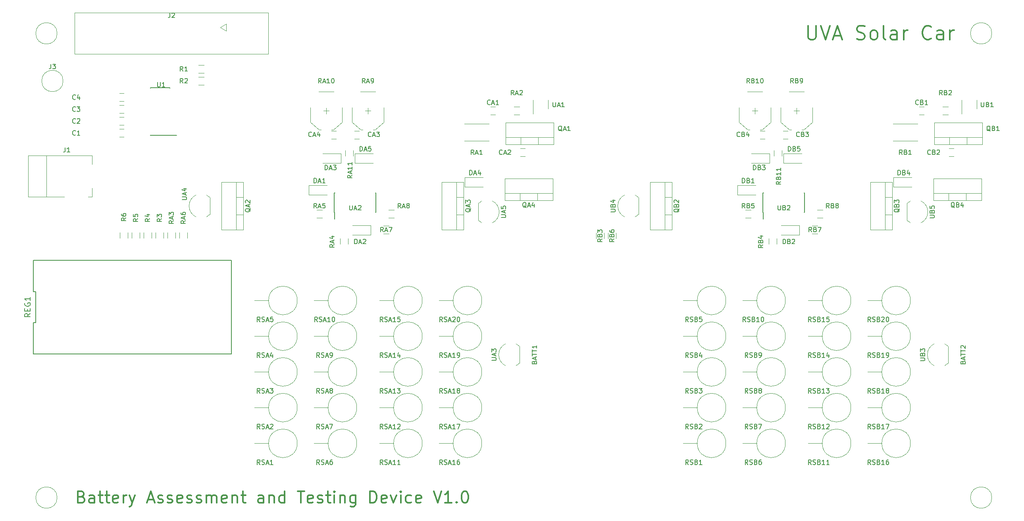
<source format=gbr>
G04 #@! TF.FileFunction,Legend,Top*
%FSLAX46Y46*%
G04 Gerber Fmt 4.6, Leading zero omitted, Abs format (unit mm)*
G04 Created by KiCad (PCBNEW 4.0.7) date 12/05/17 20:32:24*
%MOMM*%
%LPD*%
G01*
G04 APERTURE LIST*
%ADD10C,0.100000*%
%ADD11C,0.300000*%
%ADD12C,0.120000*%
%ADD13C,0.150000*%
G04 APERTURE END LIST*
D10*
D11*
X68446190Y-142061429D02*
X68803333Y-142180476D01*
X68922381Y-142299524D01*
X69041429Y-142537619D01*
X69041429Y-142894762D01*
X68922381Y-143132857D01*
X68803333Y-143251905D01*
X68565238Y-143370952D01*
X67612857Y-143370952D01*
X67612857Y-140870952D01*
X68446190Y-140870952D01*
X68684286Y-140990000D01*
X68803333Y-141109048D01*
X68922381Y-141347143D01*
X68922381Y-141585238D01*
X68803333Y-141823333D01*
X68684286Y-141942381D01*
X68446190Y-142061429D01*
X67612857Y-142061429D01*
X71184286Y-143370952D02*
X71184286Y-142061429D01*
X71065238Y-141823333D01*
X70827143Y-141704286D01*
X70350952Y-141704286D01*
X70112857Y-141823333D01*
X71184286Y-143251905D02*
X70946190Y-143370952D01*
X70350952Y-143370952D01*
X70112857Y-143251905D01*
X69993809Y-143013810D01*
X69993809Y-142775714D01*
X70112857Y-142537619D01*
X70350952Y-142418571D01*
X70946190Y-142418571D01*
X71184286Y-142299524D01*
X72017619Y-141704286D02*
X72970000Y-141704286D01*
X72374762Y-140870952D02*
X72374762Y-143013810D01*
X72493810Y-143251905D01*
X72731905Y-143370952D01*
X72970000Y-143370952D01*
X73446190Y-141704286D02*
X74398571Y-141704286D01*
X73803333Y-140870952D02*
X73803333Y-143013810D01*
X73922381Y-143251905D01*
X74160476Y-143370952D01*
X74398571Y-143370952D01*
X76184285Y-143251905D02*
X75946190Y-143370952D01*
X75469999Y-143370952D01*
X75231904Y-143251905D01*
X75112856Y-143013810D01*
X75112856Y-142061429D01*
X75231904Y-141823333D01*
X75469999Y-141704286D01*
X75946190Y-141704286D01*
X76184285Y-141823333D01*
X76303333Y-142061429D01*
X76303333Y-142299524D01*
X75112856Y-142537619D01*
X77374761Y-143370952D02*
X77374761Y-141704286D01*
X77374761Y-142180476D02*
X77493809Y-141942381D01*
X77612856Y-141823333D01*
X77850952Y-141704286D01*
X78089047Y-141704286D01*
X78684285Y-141704286D02*
X79279523Y-143370952D01*
X79874761Y-141704286D02*
X79279523Y-143370952D01*
X79041428Y-143966190D01*
X78922380Y-144085238D01*
X78684285Y-144204286D01*
X82612856Y-142656667D02*
X83803333Y-142656667D01*
X82374761Y-143370952D02*
X83208095Y-140870952D01*
X84041428Y-143370952D01*
X84755713Y-143251905D02*
X84993809Y-143370952D01*
X85469999Y-143370952D01*
X85708094Y-143251905D01*
X85827142Y-143013810D01*
X85827142Y-142894762D01*
X85708094Y-142656667D01*
X85469999Y-142537619D01*
X85112856Y-142537619D01*
X84874761Y-142418571D01*
X84755713Y-142180476D01*
X84755713Y-142061429D01*
X84874761Y-141823333D01*
X85112856Y-141704286D01*
X85469999Y-141704286D01*
X85708094Y-141823333D01*
X86779523Y-143251905D02*
X87017619Y-143370952D01*
X87493809Y-143370952D01*
X87731904Y-143251905D01*
X87850952Y-143013810D01*
X87850952Y-142894762D01*
X87731904Y-142656667D01*
X87493809Y-142537619D01*
X87136666Y-142537619D01*
X86898571Y-142418571D01*
X86779523Y-142180476D01*
X86779523Y-142061429D01*
X86898571Y-141823333D01*
X87136666Y-141704286D01*
X87493809Y-141704286D01*
X87731904Y-141823333D01*
X89874762Y-143251905D02*
X89636667Y-143370952D01*
X89160476Y-143370952D01*
X88922381Y-143251905D01*
X88803333Y-143013810D01*
X88803333Y-142061429D01*
X88922381Y-141823333D01*
X89160476Y-141704286D01*
X89636667Y-141704286D01*
X89874762Y-141823333D01*
X89993810Y-142061429D01*
X89993810Y-142299524D01*
X88803333Y-142537619D01*
X90946190Y-143251905D02*
X91184286Y-143370952D01*
X91660476Y-143370952D01*
X91898571Y-143251905D01*
X92017619Y-143013810D01*
X92017619Y-142894762D01*
X91898571Y-142656667D01*
X91660476Y-142537619D01*
X91303333Y-142537619D01*
X91065238Y-142418571D01*
X90946190Y-142180476D01*
X90946190Y-142061429D01*
X91065238Y-141823333D01*
X91303333Y-141704286D01*
X91660476Y-141704286D01*
X91898571Y-141823333D01*
X92970000Y-143251905D02*
X93208096Y-143370952D01*
X93684286Y-143370952D01*
X93922381Y-143251905D01*
X94041429Y-143013810D01*
X94041429Y-142894762D01*
X93922381Y-142656667D01*
X93684286Y-142537619D01*
X93327143Y-142537619D01*
X93089048Y-142418571D01*
X92970000Y-142180476D01*
X92970000Y-142061429D01*
X93089048Y-141823333D01*
X93327143Y-141704286D01*
X93684286Y-141704286D01*
X93922381Y-141823333D01*
X95112858Y-143370952D02*
X95112858Y-141704286D01*
X95112858Y-141942381D02*
X95231906Y-141823333D01*
X95470001Y-141704286D01*
X95827144Y-141704286D01*
X96065239Y-141823333D01*
X96184287Y-142061429D01*
X96184287Y-143370952D01*
X96184287Y-142061429D02*
X96303334Y-141823333D01*
X96541430Y-141704286D01*
X96898572Y-141704286D01*
X97136668Y-141823333D01*
X97255715Y-142061429D01*
X97255715Y-143370952D01*
X99398572Y-143251905D02*
X99160477Y-143370952D01*
X98684286Y-143370952D01*
X98446191Y-143251905D01*
X98327143Y-143013810D01*
X98327143Y-142061429D01*
X98446191Y-141823333D01*
X98684286Y-141704286D01*
X99160477Y-141704286D01*
X99398572Y-141823333D01*
X99517620Y-142061429D01*
X99517620Y-142299524D01*
X98327143Y-142537619D01*
X100589048Y-141704286D02*
X100589048Y-143370952D01*
X100589048Y-141942381D02*
X100708096Y-141823333D01*
X100946191Y-141704286D01*
X101303334Y-141704286D01*
X101541429Y-141823333D01*
X101660477Y-142061429D01*
X101660477Y-143370952D01*
X102493810Y-141704286D02*
X103446191Y-141704286D01*
X102850953Y-140870952D02*
X102850953Y-143013810D01*
X102970001Y-143251905D01*
X103208096Y-143370952D01*
X103446191Y-143370952D01*
X107255715Y-143370952D02*
X107255715Y-142061429D01*
X107136667Y-141823333D01*
X106898572Y-141704286D01*
X106422381Y-141704286D01*
X106184286Y-141823333D01*
X107255715Y-143251905D02*
X107017619Y-143370952D01*
X106422381Y-143370952D01*
X106184286Y-143251905D01*
X106065238Y-143013810D01*
X106065238Y-142775714D01*
X106184286Y-142537619D01*
X106422381Y-142418571D01*
X107017619Y-142418571D01*
X107255715Y-142299524D01*
X108446191Y-141704286D02*
X108446191Y-143370952D01*
X108446191Y-141942381D02*
X108565239Y-141823333D01*
X108803334Y-141704286D01*
X109160477Y-141704286D01*
X109398572Y-141823333D01*
X109517620Y-142061429D01*
X109517620Y-143370952D01*
X111779525Y-143370952D02*
X111779525Y-140870952D01*
X111779525Y-143251905D02*
X111541429Y-143370952D01*
X111065239Y-143370952D01*
X110827144Y-143251905D01*
X110708096Y-143132857D01*
X110589048Y-142894762D01*
X110589048Y-142180476D01*
X110708096Y-141942381D01*
X110827144Y-141823333D01*
X111065239Y-141704286D01*
X111541429Y-141704286D01*
X111779525Y-141823333D01*
X114517620Y-140870952D02*
X115946192Y-140870952D01*
X115231906Y-143370952D02*
X115231906Y-140870952D01*
X117731906Y-143251905D02*
X117493811Y-143370952D01*
X117017620Y-143370952D01*
X116779525Y-143251905D01*
X116660477Y-143013810D01*
X116660477Y-142061429D01*
X116779525Y-141823333D01*
X117017620Y-141704286D01*
X117493811Y-141704286D01*
X117731906Y-141823333D01*
X117850954Y-142061429D01*
X117850954Y-142299524D01*
X116660477Y-142537619D01*
X118803334Y-143251905D02*
X119041430Y-143370952D01*
X119517620Y-143370952D01*
X119755715Y-143251905D01*
X119874763Y-143013810D01*
X119874763Y-142894762D01*
X119755715Y-142656667D01*
X119517620Y-142537619D01*
X119160477Y-142537619D01*
X118922382Y-142418571D01*
X118803334Y-142180476D01*
X118803334Y-142061429D01*
X118922382Y-141823333D01*
X119160477Y-141704286D01*
X119517620Y-141704286D01*
X119755715Y-141823333D01*
X120589049Y-141704286D02*
X121541430Y-141704286D01*
X120946192Y-140870952D02*
X120946192Y-143013810D01*
X121065240Y-143251905D01*
X121303335Y-143370952D01*
X121541430Y-143370952D01*
X122374763Y-143370952D02*
X122374763Y-141704286D01*
X122374763Y-140870952D02*
X122255715Y-140990000D01*
X122374763Y-141109048D01*
X122493811Y-140990000D01*
X122374763Y-140870952D01*
X122374763Y-141109048D01*
X123565239Y-141704286D02*
X123565239Y-143370952D01*
X123565239Y-141942381D02*
X123684287Y-141823333D01*
X123922382Y-141704286D01*
X124279525Y-141704286D01*
X124517620Y-141823333D01*
X124636668Y-142061429D01*
X124636668Y-143370952D01*
X126898573Y-141704286D02*
X126898573Y-143728095D01*
X126779525Y-143966190D01*
X126660477Y-144085238D01*
X126422382Y-144204286D01*
X126065239Y-144204286D01*
X125827144Y-144085238D01*
X126898573Y-143251905D02*
X126660477Y-143370952D01*
X126184287Y-143370952D01*
X125946192Y-143251905D01*
X125827144Y-143132857D01*
X125708096Y-142894762D01*
X125708096Y-142180476D01*
X125827144Y-141942381D01*
X125946192Y-141823333D01*
X126184287Y-141704286D01*
X126660477Y-141704286D01*
X126898573Y-141823333D01*
X129993811Y-143370952D02*
X129993811Y-140870952D01*
X130589049Y-140870952D01*
X130946192Y-140990000D01*
X131184287Y-141228095D01*
X131303335Y-141466190D01*
X131422383Y-141942381D01*
X131422383Y-142299524D01*
X131303335Y-142775714D01*
X131184287Y-143013810D01*
X130946192Y-143251905D01*
X130589049Y-143370952D01*
X129993811Y-143370952D01*
X133446192Y-143251905D02*
X133208097Y-143370952D01*
X132731906Y-143370952D01*
X132493811Y-143251905D01*
X132374763Y-143013810D01*
X132374763Y-142061429D01*
X132493811Y-141823333D01*
X132731906Y-141704286D01*
X133208097Y-141704286D01*
X133446192Y-141823333D01*
X133565240Y-142061429D01*
X133565240Y-142299524D01*
X132374763Y-142537619D01*
X134398573Y-141704286D02*
X134993811Y-143370952D01*
X135589049Y-141704286D01*
X136541430Y-143370952D02*
X136541430Y-141704286D01*
X136541430Y-140870952D02*
X136422382Y-140990000D01*
X136541430Y-141109048D01*
X136660478Y-140990000D01*
X136541430Y-140870952D01*
X136541430Y-141109048D01*
X138803335Y-143251905D02*
X138565239Y-143370952D01*
X138089049Y-143370952D01*
X137850954Y-143251905D01*
X137731906Y-143132857D01*
X137612858Y-142894762D01*
X137612858Y-142180476D01*
X137731906Y-141942381D01*
X137850954Y-141823333D01*
X138089049Y-141704286D01*
X138565239Y-141704286D01*
X138803335Y-141823333D01*
X140827144Y-143251905D02*
X140589049Y-143370952D01*
X140112858Y-143370952D01*
X139874763Y-143251905D01*
X139755715Y-143013810D01*
X139755715Y-142061429D01*
X139874763Y-141823333D01*
X140112858Y-141704286D01*
X140589049Y-141704286D01*
X140827144Y-141823333D01*
X140946192Y-142061429D01*
X140946192Y-142299524D01*
X139755715Y-142537619D01*
X143565239Y-140870952D02*
X144398573Y-143370952D01*
X145231906Y-140870952D01*
X147374763Y-143370952D02*
X145946191Y-143370952D01*
X146660477Y-143370952D02*
X146660477Y-140870952D01*
X146422382Y-141228095D01*
X146184287Y-141466190D01*
X145946191Y-141585238D01*
X148446191Y-143132857D02*
X148565239Y-143251905D01*
X148446191Y-143370952D01*
X148327143Y-143251905D01*
X148446191Y-143132857D01*
X148446191Y-143370952D01*
X150112858Y-140870952D02*
X150350953Y-140870952D01*
X150589048Y-140990000D01*
X150708096Y-141109048D01*
X150827143Y-141347143D01*
X150946191Y-141823333D01*
X150946191Y-142418571D01*
X150827143Y-142894762D01*
X150708096Y-143132857D01*
X150589048Y-143251905D01*
X150350953Y-143370952D01*
X150112858Y-143370952D01*
X149874762Y-143251905D01*
X149755715Y-143132857D01*
X149636667Y-142894762D01*
X149517619Y-142418571D01*
X149517619Y-141823333D01*
X149636667Y-141347143D01*
X149755715Y-141109048D01*
X149874762Y-140990000D01*
X150112858Y-140870952D01*
X223402857Y-41537143D02*
X223402857Y-43965714D01*
X223545714Y-44251429D01*
X223688571Y-44394286D01*
X223974285Y-44537143D01*
X224545714Y-44537143D01*
X224831428Y-44394286D01*
X224974285Y-44251429D01*
X225117142Y-43965714D01*
X225117142Y-41537143D01*
X226117142Y-41537143D02*
X227117142Y-44537143D01*
X228117142Y-41537143D01*
X228974286Y-43680000D02*
X230402857Y-43680000D01*
X228688571Y-44537143D02*
X229688571Y-41537143D01*
X230688571Y-44537143D01*
X233831429Y-44394286D02*
X234260000Y-44537143D01*
X234974286Y-44537143D01*
X235260000Y-44394286D01*
X235402857Y-44251429D01*
X235545714Y-43965714D01*
X235545714Y-43680000D01*
X235402857Y-43394286D01*
X235260000Y-43251429D01*
X234974286Y-43108571D01*
X234402857Y-42965714D01*
X234117143Y-42822857D01*
X233974286Y-42680000D01*
X233831429Y-42394286D01*
X233831429Y-42108571D01*
X233974286Y-41822857D01*
X234117143Y-41680000D01*
X234402857Y-41537143D01*
X235117143Y-41537143D01*
X235545714Y-41680000D01*
X237260000Y-44537143D02*
X236974286Y-44394286D01*
X236831429Y-44251429D01*
X236688572Y-43965714D01*
X236688572Y-43108571D01*
X236831429Y-42822857D01*
X236974286Y-42680000D01*
X237260000Y-42537143D01*
X237688572Y-42537143D01*
X237974286Y-42680000D01*
X238117143Y-42822857D01*
X238260000Y-43108571D01*
X238260000Y-43965714D01*
X238117143Y-44251429D01*
X237974286Y-44394286D01*
X237688572Y-44537143D01*
X237260000Y-44537143D01*
X239974286Y-44537143D02*
X239688572Y-44394286D01*
X239545715Y-44108571D01*
X239545715Y-41537143D01*
X242402858Y-44537143D02*
X242402858Y-42965714D01*
X242260001Y-42680000D01*
X241974287Y-42537143D01*
X241402858Y-42537143D01*
X241117144Y-42680000D01*
X242402858Y-44394286D02*
X242117144Y-44537143D01*
X241402858Y-44537143D01*
X241117144Y-44394286D01*
X240974287Y-44108571D01*
X240974287Y-43822857D01*
X241117144Y-43537143D01*
X241402858Y-43394286D01*
X242117144Y-43394286D01*
X242402858Y-43251429D01*
X243831430Y-44537143D02*
X243831430Y-42537143D01*
X243831430Y-43108571D02*
X243974287Y-42822857D01*
X244117144Y-42680000D01*
X244402858Y-42537143D01*
X244688573Y-42537143D01*
X249688572Y-44251429D02*
X249545715Y-44394286D01*
X249117144Y-44537143D01*
X248831430Y-44537143D01*
X248402858Y-44394286D01*
X248117144Y-44108571D01*
X247974287Y-43822857D01*
X247831430Y-43251429D01*
X247831430Y-42822857D01*
X247974287Y-42251429D01*
X248117144Y-41965714D01*
X248402858Y-41680000D01*
X248831430Y-41537143D01*
X249117144Y-41537143D01*
X249545715Y-41680000D01*
X249688572Y-41822857D01*
X252260001Y-44537143D02*
X252260001Y-42965714D01*
X252117144Y-42680000D01*
X251831430Y-42537143D01*
X251260001Y-42537143D01*
X250974287Y-42680000D01*
X252260001Y-44394286D02*
X251974287Y-44537143D01*
X251260001Y-44537143D01*
X250974287Y-44394286D01*
X250831430Y-44108571D01*
X250831430Y-43822857D01*
X250974287Y-43537143D01*
X251260001Y-43394286D01*
X251974287Y-43394286D01*
X252260001Y-43251429D01*
X253688573Y-44537143D02*
X253688573Y-42537143D01*
X253688573Y-43108571D02*
X253831430Y-42822857D01*
X253974287Y-42680000D01*
X254260001Y-42537143D01*
X254545716Y-42537143D01*
D12*
X262636000Y-43180000D02*
G75*
G03X262636000Y-43180000I-2286000J0D01*
G01*
X262636000Y-142240000D02*
G75*
G03X262636000Y-142240000I-2286000J0D01*
G01*
X63246000Y-43180000D02*
G75*
G03X63246000Y-43180000I-2286000J0D01*
G01*
X248150000Y-58840000D02*
X247150000Y-58840000D01*
X247150000Y-60540000D02*
X248150000Y-60540000D01*
X244530000Y-79480000D02*
X244530000Y-83080000D01*
X245257205Y-78955816D02*
G75*
G03X244530000Y-79480000I1122795J-2324184D01*
G01*
X247478807Y-78923600D02*
G75*
G02X248980000Y-81280000I-1098807J-2356400D01*
G01*
X247478807Y-83636400D02*
G75*
G03X248980000Y-81280000I-1098807J2356400D01*
G01*
X245257205Y-83604184D02*
G75*
G02X244530000Y-83080000I1122795J2324184D01*
G01*
X241380000Y-74890000D02*
X241380000Y-85130000D01*
X236739000Y-74890000D02*
X236739000Y-85130000D01*
X241380000Y-74890000D02*
X236739000Y-74890000D01*
X241380000Y-85130000D02*
X236739000Y-85130000D01*
X239870000Y-74890000D02*
X239870000Y-85130000D01*
X241380000Y-78160000D02*
X239870000Y-78160000D01*
X241380000Y-81861000D02*
X239870000Y-81861000D01*
X245270117Y-100181117D02*
G75*
G03X245270117Y-100181117I-3060000J0D01*
G01*
X239150117Y-100181117D02*
X236090117Y-100181117D01*
X245270117Y-107801117D02*
G75*
G03X245270117Y-107801117I-3060000J0D01*
G01*
X239150117Y-107801117D02*
X236090117Y-107801117D01*
X232570117Y-115421117D02*
G75*
G03X232570117Y-115421117I-3060000J0D01*
G01*
X226450117Y-115421117D02*
X223390117Y-115421117D01*
X232570117Y-107801117D02*
G75*
G03X232570117Y-107801117I-3060000J0D01*
G01*
X226450117Y-107801117D02*
X223390117Y-107801117D01*
X232570117Y-123041117D02*
G75*
G03X232570117Y-123041117I-3060000J0D01*
G01*
X226450117Y-123041117D02*
X223390117Y-123041117D01*
X232570117Y-130661117D02*
G75*
G03X232570117Y-130661117I-3060000J0D01*
G01*
X226450117Y-130661117D02*
X223390117Y-130661117D01*
X232570117Y-100181117D02*
G75*
G03X232570117Y-100181117I-3060000J0D01*
G01*
X226450117Y-100181117D02*
X223390117Y-100181117D01*
X253310000Y-113560000D02*
X253310000Y-109960000D01*
X252582795Y-114084184D02*
G75*
G03X253310000Y-113560000I-1122795J2324184D01*
G01*
X250361193Y-114116400D02*
G75*
G02X248860000Y-111760000I1098807J2356400D01*
G01*
X250361193Y-109403600D02*
G75*
G03X248860000Y-111760000I1098807J-2356400D01*
G01*
X252582795Y-109435816D02*
G75*
G02X253310000Y-109960000I-1122795J-2324184D01*
G01*
X245270117Y-123041117D02*
G75*
G03X245270117Y-123041117I-3060000J0D01*
G01*
X239150117Y-123041117D02*
X236090117Y-123041117D01*
X245270117Y-130661117D02*
G75*
G03X245270117Y-130661117I-3060000J0D01*
G01*
X239150117Y-130661117D02*
X236090117Y-130661117D01*
X245270117Y-115421117D02*
G75*
G03X245270117Y-115421117I-3060000J0D01*
G01*
X239150117Y-115421117D02*
X236090117Y-115421117D01*
X218107005Y-65689151D02*
X219107005Y-65689151D01*
X219107005Y-63989151D02*
X218107005Y-63989151D01*
X218168546Y-68850000D02*
X218168546Y-70850000D01*
X218168546Y-70850000D02*
X222068546Y-70850000D01*
X218168546Y-68850000D02*
X222068546Y-68850000D01*
X221547429Y-86159151D02*
X221547429Y-84159151D01*
X221547429Y-84159151D02*
X217647429Y-84159151D01*
X221547429Y-86159151D02*
X217647429Y-86159151D01*
X225358546Y-80829034D02*
X226558546Y-80829034D01*
X226558546Y-82589034D02*
X225358546Y-82589034D01*
D13*
X213808546Y-81404034D02*
X213833546Y-81404034D01*
X213808546Y-77254034D02*
X213923546Y-77254034D01*
X222708546Y-77254034D02*
X222593546Y-77254034D01*
X222708546Y-81404034D02*
X222593546Y-81404034D01*
X213808546Y-81404034D02*
X213808546Y-77254034D01*
X222708546Y-81404034D02*
X222708546Y-77254034D01*
X213833546Y-81404034D02*
X213833546Y-82779034D01*
D12*
X220380000Y-59730000D02*
X221580000Y-59730000D01*
X220980000Y-60330000D02*
X220980000Y-59130000D01*
X222080000Y-63730000D02*
X222480000Y-63730000D01*
X222480000Y-63730000D02*
X224380000Y-62130000D01*
X224380000Y-62130000D02*
X224380000Y-59030000D01*
X219880000Y-63730000D02*
X219480000Y-63730000D01*
X219480000Y-63730000D02*
X217580000Y-62130000D01*
X217580000Y-62130000D02*
X217580000Y-59030000D01*
X220980000Y-55630000D02*
X222580000Y-55630000D01*
X220980000Y-55630000D02*
X219380000Y-55630000D01*
X216780000Y-86950000D02*
X216780000Y-88150000D01*
X215020000Y-88150000D02*
X215020000Y-86950000D01*
X224270000Y-84210000D02*
X225470000Y-84210000D01*
X225470000Y-85970000D02*
X224270000Y-85970000D01*
X218600117Y-130661117D02*
G75*
G03X218600117Y-130661117I-3060000J0D01*
G01*
X212480117Y-130661117D02*
X209420117Y-130661117D01*
X205900117Y-123041117D02*
G75*
G03X205900117Y-123041117I-3060000J0D01*
G01*
X199780117Y-123041117D02*
X196720117Y-123041117D01*
X218600117Y-123041117D02*
G75*
G03X218600117Y-123041117I-3060000J0D01*
G01*
X212480117Y-123041117D02*
X209420117Y-123041117D01*
X205900117Y-130661117D02*
G75*
G03X205900117Y-130661117I-3060000J0D01*
G01*
X199780117Y-130661117D02*
X196720117Y-130661117D01*
X241590000Y-73930000D02*
X241590000Y-75930000D01*
X241590000Y-75930000D02*
X245490000Y-75930000D01*
X241590000Y-73930000D02*
X245490000Y-73930000D01*
X252130000Y-58810000D02*
X253330000Y-58810000D01*
X253330000Y-60570000D02*
X252130000Y-60570000D01*
X260390000Y-78820000D02*
X250150000Y-78820000D01*
X260390000Y-74179000D02*
X250150000Y-74179000D01*
X260390000Y-78820000D02*
X260390000Y-74179000D01*
X250150000Y-78820000D02*
X250150000Y-74179000D01*
X260390000Y-77310000D02*
X250150000Y-77310000D01*
X257120000Y-78820000D02*
X257120000Y-77310000D01*
X253419000Y-78820000D02*
X253419000Y-77310000D01*
X259420000Y-59240000D02*
X259420000Y-57440000D01*
X256200000Y-57440000D02*
X256200000Y-60390000D01*
X253520000Y-69430000D02*
X254520000Y-69430000D01*
X254520000Y-67730000D02*
X253520000Y-67730000D01*
X260577114Y-66898790D02*
X250337114Y-66898790D01*
X260577114Y-62257790D02*
X250337114Y-62257790D01*
X260577114Y-66898790D02*
X260577114Y-62257790D01*
X250337114Y-66898790D02*
X250337114Y-62257790D01*
X260577114Y-65388790D02*
X250337114Y-65388790D01*
X257307114Y-66898790D02*
X257307114Y-65388790D01*
X253606114Y-66898790D02*
X253606114Y-65388790D01*
X246767114Y-66098790D02*
X241567114Y-66098790D01*
X241567114Y-62458790D02*
X246767114Y-62458790D01*
X205900117Y-115421117D02*
G75*
G03X205900117Y-115421117I-3060000J0D01*
G01*
X199780117Y-115421117D02*
X196720117Y-115421117D01*
X218600117Y-107801117D02*
G75*
G03X218600117Y-107801117I-3060000J0D01*
G01*
X212480117Y-107801117D02*
X209420117Y-107801117D01*
X205900117Y-107801117D02*
G75*
G03X205900117Y-107801117I-3060000J0D01*
G01*
X199780117Y-107801117D02*
X196720117Y-107801117D01*
X218600117Y-115421117D02*
G75*
G03X218600117Y-115421117I-3060000J0D01*
G01*
X212480117Y-115421117D02*
X209420117Y-115421117D01*
X205900117Y-100181117D02*
G75*
G03X205900117Y-100181117I-3060000J0D01*
G01*
X199780117Y-100181117D02*
X196720117Y-100181117D01*
X218600117Y-100181117D02*
G75*
G03X218600117Y-100181117I-3060000J0D01*
G01*
X212480117Y-100181117D02*
X209420117Y-100181117D01*
X211490000Y-59730000D02*
X212690000Y-59730000D01*
X212090000Y-60330000D02*
X212090000Y-59130000D01*
X213190000Y-63730000D02*
X213590000Y-63730000D01*
X213590000Y-63730000D02*
X215490000Y-62130000D01*
X215490000Y-62130000D02*
X215490000Y-59030000D01*
X210990000Y-63730000D02*
X210590000Y-63730000D01*
X210590000Y-63730000D02*
X208690000Y-62130000D01*
X208690000Y-62130000D02*
X208690000Y-59030000D01*
X212090000Y-55630000D02*
X213690000Y-55630000D01*
X212090000Y-55630000D02*
X210490000Y-55630000D01*
X211238546Y-82589034D02*
X210038546Y-82589034D01*
X210038546Y-80829034D02*
X211238546Y-80829034D01*
X214173845Y-63989151D02*
X213173845Y-63989151D01*
X213173845Y-65689151D02*
X214173845Y-65689151D01*
X216108546Y-69370000D02*
X216108546Y-68170000D01*
X217868546Y-68170000D02*
X217868546Y-69370000D01*
X215230000Y-70850000D02*
X215230000Y-68850000D01*
X215230000Y-68850000D02*
X211330000Y-68850000D01*
X215230000Y-70850000D02*
X211330000Y-70850000D01*
X208388546Y-75629034D02*
X208388546Y-77629034D01*
X208388546Y-77629034D02*
X212288546Y-77629034D01*
X208388546Y-75629034D02*
X212288546Y-75629034D01*
X194390000Y-74890000D02*
X194390000Y-85130000D01*
X189749000Y-74890000D02*
X189749000Y-85130000D01*
X194390000Y-74890000D02*
X189749000Y-74890000D01*
X194390000Y-85130000D02*
X189749000Y-85130000D01*
X192880000Y-74890000D02*
X192880000Y-85130000D01*
X194390000Y-78160000D02*
X192880000Y-78160000D01*
X194390000Y-81861000D02*
X192880000Y-81861000D01*
X187270000Y-81810000D02*
X187270000Y-78210000D01*
X186542795Y-82334184D02*
G75*
G03X187270000Y-81810000I-1122795J2324184D01*
G01*
X184321193Y-82366400D02*
G75*
G02X182820000Y-80010000I1098807J2356400D01*
G01*
X184321193Y-77653600D02*
G75*
G03X182820000Y-80010000I1098807J-2356400D01*
G01*
X186542795Y-77685816D02*
G75*
G02X187270000Y-78210000I-1122795J-2324184D01*
G01*
X150150000Y-73930000D02*
X150150000Y-75930000D01*
X150150000Y-75930000D02*
X154050000Y-75930000D01*
X150150000Y-73930000D02*
X154050000Y-73930000D01*
X98040000Y-41910000D02*
X99310000Y-42670000D01*
X99310000Y-42670000D02*
X99310000Y-41150000D01*
X99310000Y-41150000D02*
X98040000Y-41910000D01*
X108260000Y-47620000D02*
X67000000Y-47620000D01*
X108260000Y-47620000D02*
X108260000Y-38740000D01*
X67000000Y-38740000D02*
X67000000Y-47620000D01*
X67000000Y-38740000D02*
X108260000Y-38740000D01*
X76494100Y-65306282D02*
X77494100Y-65306282D01*
X77494100Y-63606282D02*
X76494100Y-63606282D01*
X76494100Y-62766282D02*
X77494100Y-62766282D01*
X77494100Y-61066282D02*
X76494100Y-61066282D01*
X77494100Y-58526282D02*
X76494100Y-58526282D01*
X76494100Y-60226282D02*
X77494100Y-60226282D01*
X77494100Y-55986282D02*
X76494100Y-55986282D01*
X76494100Y-57686282D02*
X77494100Y-57686282D01*
X156710000Y-58840000D02*
X155710000Y-58840000D01*
X155710000Y-60540000D02*
X156710000Y-60540000D01*
X162080000Y-69430000D02*
X163080000Y-69430000D01*
X163080000Y-67730000D02*
X162080000Y-67730000D01*
X126667005Y-65689151D02*
X127667005Y-65689151D01*
X127667005Y-63989151D02*
X126667005Y-63989151D01*
X122733845Y-63989151D02*
X121733845Y-63989151D01*
X121733845Y-65689151D02*
X122733845Y-65689151D01*
X116948546Y-75629034D02*
X116948546Y-77629034D01*
X116948546Y-77629034D02*
X120848546Y-77629034D01*
X116948546Y-75629034D02*
X120848546Y-75629034D01*
X130107429Y-86159151D02*
X130107429Y-84159151D01*
X130107429Y-84159151D02*
X126207429Y-84159151D01*
X130107429Y-86159151D02*
X126207429Y-86159151D01*
X123790000Y-70850000D02*
X123790000Y-68850000D01*
X123790000Y-68850000D02*
X119890000Y-68850000D01*
X123790000Y-70850000D02*
X119890000Y-70850000D01*
X126728546Y-68850000D02*
X126728546Y-70850000D01*
X126728546Y-70850000D02*
X130628546Y-70850000D01*
X126728546Y-68850000D02*
X130628546Y-68850000D01*
X60970000Y-69260000D02*
X60970000Y-78060000D01*
X64770000Y-78060000D02*
X57070000Y-78060000D01*
X57070000Y-78060000D02*
X57070000Y-69260000D01*
X57070000Y-69260000D02*
X57270000Y-69260000D01*
X70670000Y-76210000D02*
X70670000Y-78060000D01*
X70670000Y-78060000D02*
X69820000Y-78060000D01*
X57170000Y-69260000D02*
X70670000Y-69260000D01*
X70670000Y-69260000D02*
X70670000Y-71110000D01*
X169137114Y-66898790D02*
X158897114Y-66898790D01*
X169137114Y-62257790D02*
X158897114Y-62257790D01*
X169137114Y-66898790D02*
X169137114Y-62257790D01*
X158897114Y-66898790D02*
X158897114Y-62257790D01*
X169137114Y-65388790D02*
X158897114Y-65388790D01*
X165867114Y-66898790D02*
X165867114Y-65388790D01*
X162166114Y-66898790D02*
X162166114Y-65388790D01*
X102950000Y-74890000D02*
X102950000Y-85130000D01*
X98309000Y-74890000D02*
X98309000Y-85130000D01*
X102950000Y-74890000D02*
X98309000Y-74890000D01*
X102950000Y-85130000D02*
X98309000Y-85130000D01*
X101440000Y-74890000D02*
X101440000Y-85130000D01*
X102950000Y-78160000D02*
X101440000Y-78160000D01*
X102950000Y-81861000D02*
X101440000Y-81861000D01*
X149940000Y-74890000D02*
X149940000Y-85130000D01*
X145299000Y-74890000D02*
X145299000Y-85130000D01*
X149940000Y-74890000D02*
X145299000Y-74890000D01*
X149940000Y-85130000D02*
X145299000Y-85130000D01*
X148430000Y-74890000D02*
X148430000Y-85130000D01*
X149940000Y-78160000D02*
X148430000Y-78160000D01*
X149940000Y-81861000D02*
X148430000Y-81861000D01*
X168950000Y-78820000D02*
X158710000Y-78820000D01*
X168950000Y-74179000D02*
X158710000Y-74179000D01*
X168950000Y-78820000D02*
X168950000Y-74179000D01*
X158710000Y-78820000D02*
X158710000Y-74179000D01*
X168950000Y-77310000D02*
X158710000Y-77310000D01*
X165680000Y-78820000D02*
X165680000Y-77310000D01*
X161979000Y-78820000D02*
X161979000Y-77310000D01*
X94580000Y-51680000D02*
X93380000Y-51680000D01*
X93380000Y-49920000D02*
X94580000Y-49920000D01*
X94580000Y-54220000D02*
X93380000Y-54220000D01*
X93380000Y-52460000D02*
X94580000Y-52460000D01*
X155327114Y-66098790D02*
X150127114Y-66098790D01*
X150127114Y-62458790D02*
X155327114Y-62458790D01*
X160690000Y-58810000D02*
X161890000Y-58810000D01*
X161890000Y-60570000D02*
X160690000Y-60570000D01*
X86750000Y-86880000D02*
X86750000Y-85680000D01*
X88510000Y-85680000D02*
X88510000Y-86880000D01*
X125340000Y-86950000D02*
X125340000Y-88150000D01*
X123580000Y-88150000D02*
X123580000Y-86950000D01*
X119798546Y-82589034D02*
X118598546Y-82589034D01*
X118598546Y-80829034D02*
X119798546Y-80829034D01*
X89290000Y-86880000D02*
X89290000Y-85680000D01*
X91050000Y-85680000D02*
X91050000Y-86880000D01*
X132830000Y-84210000D02*
X134030000Y-84210000D01*
X134030000Y-85970000D02*
X132830000Y-85970000D01*
X133918546Y-80829034D02*
X135118546Y-80829034D01*
X135118546Y-82589034D02*
X133918546Y-82589034D01*
X124668546Y-69370000D02*
X124668546Y-68170000D01*
X126428546Y-68170000D02*
X126428546Y-69370000D01*
X114460117Y-130661117D02*
G75*
G03X114460117Y-130661117I-3060000J0D01*
G01*
X108340117Y-130661117D02*
X105280117Y-130661117D01*
X114460117Y-123041117D02*
G75*
G03X114460117Y-123041117I-3060000J0D01*
G01*
X108340117Y-123041117D02*
X105280117Y-123041117D01*
X114460117Y-115421117D02*
G75*
G03X114460117Y-115421117I-3060000J0D01*
G01*
X108340117Y-115421117D02*
X105280117Y-115421117D01*
X114460117Y-107801117D02*
G75*
G03X114460117Y-107801117I-3060000J0D01*
G01*
X108340117Y-107801117D02*
X105280117Y-107801117D01*
X114460117Y-100181117D02*
G75*
G03X114460117Y-100181117I-3060000J0D01*
G01*
X108340117Y-100181117D02*
X105280117Y-100181117D01*
X127160117Y-130661117D02*
G75*
G03X127160117Y-130661117I-3060000J0D01*
G01*
X121040117Y-130661117D02*
X117980117Y-130661117D01*
X127160117Y-123041117D02*
G75*
G03X127160117Y-123041117I-3060000J0D01*
G01*
X121040117Y-123041117D02*
X117980117Y-123041117D01*
X127160117Y-115421117D02*
G75*
G03X127160117Y-115421117I-3060000J0D01*
G01*
X121040117Y-115421117D02*
X117980117Y-115421117D01*
X127160117Y-107801117D02*
G75*
G03X127160117Y-107801117I-3060000J0D01*
G01*
X121040117Y-107801117D02*
X117980117Y-107801117D01*
X127160117Y-100181117D02*
G75*
G03X127160117Y-100181117I-3060000J0D01*
G01*
X121040117Y-100181117D02*
X117980117Y-100181117D01*
X141130117Y-130661117D02*
G75*
G03X141130117Y-130661117I-3060000J0D01*
G01*
X135010117Y-130661117D02*
X131950117Y-130661117D01*
X141130117Y-123041117D02*
G75*
G03X141130117Y-123041117I-3060000J0D01*
G01*
X135010117Y-123041117D02*
X131950117Y-123041117D01*
X141130117Y-115421117D02*
G75*
G03X141130117Y-115421117I-3060000J0D01*
G01*
X135010117Y-115421117D02*
X131950117Y-115421117D01*
X141130117Y-107801117D02*
G75*
G03X141130117Y-107801117I-3060000J0D01*
G01*
X135010117Y-107801117D02*
X131950117Y-107801117D01*
X141130117Y-100181117D02*
G75*
G03X141130117Y-100181117I-3060000J0D01*
G01*
X135010117Y-100181117D02*
X131950117Y-100181117D01*
X153830117Y-130661117D02*
G75*
G03X153830117Y-130661117I-3060000J0D01*
G01*
X147710117Y-130661117D02*
X144650117Y-130661117D01*
X153830117Y-123041117D02*
G75*
G03X153830117Y-123041117I-3060000J0D01*
G01*
X147710117Y-123041117D02*
X144650117Y-123041117D01*
X153830117Y-115421117D02*
G75*
G03X153830117Y-115421117I-3060000J0D01*
G01*
X147710117Y-115421117D02*
X144650117Y-115421117D01*
X153830117Y-107801117D02*
G75*
G03X153830117Y-107801117I-3060000J0D01*
G01*
X147710117Y-107801117D02*
X144650117Y-107801117D01*
X153830117Y-100181117D02*
G75*
G03X153830117Y-100181117I-3060000J0D01*
G01*
X147710117Y-100181117D02*
X144650117Y-100181117D01*
X167980000Y-59240000D02*
X167980000Y-57440000D01*
X164760000Y-57440000D02*
X164760000Y-60390000D01*
D13*
X122368546Y-81404034D02*
X122393546Y-81404034D01*
X122368546Y-77254034D02*
X122483546Y-77254034D01*
X131268546Y-77254034D02*
X131153546Y-77254034D01*
X131268546Y-81404034D02*
X131153546Y-81404034D01*
X122368546Y-81404034D02*
X122368546Y-77254034D01*
X131268546Y-81404034D02*
X131268546Y-77254034D01*
X122393546Y-81404034D02*
X122393546Y-82779034D01*
D12*
X161870000Y-113560000D02*
X161870000Y-109960000D01*
X161142795Y-114084184D02*
G75*
G03X161870000Y-113560000I-1122795J2324184D01*
G01*
X158921193Y-114116400D02*
G75*
G02X157420000Y-111760000I1098807J2356400D01*
G01*
X158921193Y-109403600D02*
G75*
G03X157420000Y-111760000I1098807J-2356400D01*
G01*
X161142795Y-109435816D02*
G75*
G02X161870000Y-109960000I-1122795J-2324184D01*
G01*
X95830000Y-81810000D02*
X95830000Y-78210000D01*
X95102795Y-82334184D02*
G75*
G03X95830000Y-81810000I-1122795J2324184D01*
G01*
X92881193Y-82366400D02*
G75*
G02X91380000Y-80010000I1098807J2356400D01*
G01*
X92881193Y-77653600D02*
G75*
G03X91380000Y-80010000I1098807J-2356400D01*
G01*
X95102795Y-77685816D02*
G75*
G02X95830000Y-78210000I-1122795J-2324184D01*
G01*
X153090000Y-79480000D02*
X153090000Y-83080000D01*
X153817205Y-78955816D02*
G75*
G03X153090000Y-79480000I1122795J-2324184D01*
G01*
X156038807Y-78923600D02*
G75*
G02X157540000Y-81280000I-1098807J-2356400D01*
G01*
X156038807Y-83636400D02*
G75*
G03X157540000Y-81280000I-1098807J2356400D01*
G01*
X153817205Y-83604184D02*
G75*
G02X153090000Y-83080000I1122795J2324184D01*
G01*
D13*
X87318718Y-64924100D02*
X87318718Y-64899100D01*
X83168718Y-64924100D02*
X83168718Y-64819100D01*
X83168718Y-54774100D02*
X83168718Y-54879100D01*
X87318718Y-54774100D02*
X87318718Y-54879100D01*
X87318718Y-64924100D02*
X83168718Y-64924100D01*
X87318718Y-54774100D02*
X83168718Y-54774100D01*
X87318718Y-64899100D02*
X88693718Y-64899100D01*
D12*
X120050000Y-59730000D02*
X121250000Y-59730000D01*
X120650000Y-60330000D02*
X120650000Y-59130000D01*
X121750000Y-63730000D02*
X122150000Y-63730000D01*
X122150000Y-63730000D02*
X124050000Y-62130000D01*
X124050000Y-62130000D02*
X124050000Y-59030000D01*
X119550000Y-63730000D02*
X119150000Y-63730000D01*
X119150000Y-63730000D02*
X117250000Y-62130000D01*
X117250000Y-62130000D02*
X117250000Y-59030000D01*
X120650000Y-55630000D02*
X122250000Y-55630000D01*
X120650000Y-55630000D02*
X119050000Y-55630000D01*
X128940000Y-59730000D02*
X130140000Y-59730000D01*
X129540000Y-60330000D02*
X129540000Y-59130000D01*
X130640000Y-63730000D02*
X131040000Y-63730000D01*
X131040000Y-63730000D02*
X132940000Y-62130000D01*
X132940000Y-62130000D02*
X132940000Y-59030000D01*
X128440000Y-63730000D02*
X128040000Y-63730000D01*
X128040000Y-63730000D02*
X126140000Y-62130000D01*
X126140000Y-62130000D02*
X126140000Y-59030000D01*
X129540000Y-55630000D02*
X131140000Y-55630000D01*
X129540000Y-55630000D02*
X127940000Y-55630000D01*
X84210000Y-86880000D02*
X84210000Y-85680000D01*
X85970000Y-85680000D02*
X85970000Y-86880000D01*
X81670000Y-86880000D02*
X81670000Y-85680000D01*
X83430000Y-85680000D02*
X83430000Y-86880000D01*
X79130000Y-86880000D02*
X79130000Y-85680000D01*
X80890000Y-85680000D02*
X80890000Y-86880000D01*
X76590000Y-86880000D02*
X76590000Y-85680000D01*
X78350000Y-85680000D02*
X78350000Y-86880000D01*
X178190000Y-86980000D02*
X178190000Y-85780000D01*
X179950000Y-85780000D02*
X179950000Y-86980000D01*
X180730000Y-86960000D02*
X180730000Y-85760000D01*
X182490000Y-85760000D02*
X182490000Y-86960000D01*
D13*
X58181000Y-111558999D02*
X100449000Y-111559000D01*
X100449000Y-111559000D02*
X100449000Y-91641001D01*
X100449000Y-91641001D02*
X58181000Y-91641000D01*
X58181000Y-91641000D02*
X58181000Y-98280334D01*
X58181000Y-98280334D02*
X58631000Y-98280334D01*
X58631000Y-98280334D02*
X58631000Y-104919666D01*
X58631000Y-104919666D02*
X58181000Y-104919666D01*
X58181000Y-104919666D02*
X58181000Y-111558999D01*
D12*
X64516000Y-53340000D02*
G75*
G03X64516000Y-53340000I-2286000J0D01*
G01*
X63246000Y-142240000D02*
G75*
G03X63246000Y-142240000I-2286000J0D01*
G01*
D13*
X246983334Y-58297143D02*
X246935715Y-58344762D01*
X246792858Y-58392381D01*
X246697620Y-58392381D01*
X246554762Y-58344762D01*
X246459524Y-58249524D01*
X246411905Y-58154286D01*
X246364286Y-57963810D01*
X246364286Y-57820952D01*
X246411905Y-57630476D01*
X246459524Y-57535238D01*
X246554762Y-57440000D01*
X246697620Y-57392381D01*
X246792858Y-57392381D01*
X246935715Y-57440000D01*
X246983334Y-57487619D01*
X247745239Y-57868571D02*
X247888096Y-57916190D01*
X247935715Y-57963810D01*
X247983334Y-58059048D01*
X247983334Y-58201905D01*
X247935715Y-58297143D01*
X247888096Y-58344762D01*
X247792858Y-58392381D01*
X247411905Y-58392381D01*
X247411905Y-57392381D01*
X247745239Y-57392381D01*
X247840477Y-57440000D01*
X247888096Y-57487619D01*
X247935715Y-57582857D01*
X247935715Y-57678095D01*
X247888096Y-57773333D01*
X247840477Y-57820952D01*
X247745239Y-57868571D01*
X247411905Y-57868571D01*
X248935715Y-58392381D02*
X248364286Y-58392381D01*
X248650000Y-58392381D02*
X248650000Y-57392381D01*
X248554762Y-57535238D01*
X248459524Y-57630476D01*
X248364286Y-57678095D01*
X249392381Y-82541905D02*
X250201905Y-82541905D01*
X250297143Y-82494286D01*
X250344762Y-82446667D01*
X250392381Y-82351429D01*
X250392381Y-82160952D01*
X250344762Y-82065714D01*
X250297143Y-82018095D01*
X250201905Y-81970476D01*
X249392381Y-81970476D01*
X249868571Y-81160952D02*
X249916190Y-81018095D01*
X249963810Y-80970476D01*
X250059048Y-80922857D01*
X250201905Y-80922857D01*
X250297143Y-80970476D01*
X250344762Y-81018095D01*
X250392381Y-81113333D01*
X250392381Y-81494286D01*
X249392381Y-81494286D01*
X249392381Y-81160952D01*
X249440000Y-81065714D01*
X249487619Y-81018095D01*
X249582857Y-80970476D01*
X249678095Y-80970476D01*
X249773333Y-81018095D01*
X249820952Y-81065714D01*
X249868571Y-81160952D01*
X249868571Y-81494286D01*
X249392381Y-80018095D02*
X249392381Y-80494286D01*
X249868571Y-80541905D01*
X249820952Y-80494286D01*
X249773333Y-80399048D01*
X249773333Y-80160952D01*
X249820952Y-80065714D01*
X249868571Y-80018095D01*
X249963810Y-79970476D01*
X250201905Y-79970476D01*
X250297143Y-80018095D01*
X250344762Y-80065714D01*
X250392381Y-80160952D01*
X250392381Y-80399048D01*
X250344762Y-80494286D01*
X250297143Y-80541905D01*
X242927619Y-80605238D02*
X242880000Y-80700476D01*
X242784762Y-80795714D01*
X242641905Y-80938571D01*
X242594286Y-81033810D01*
X242594286Y-81129048D01*
X242832381Y-81081429D02*
X242784762Y-81176667D01*
X242689524Y-81271905D01*
X242499048Y-81319524D01*
X242165714Y-81319524D01*
X241975238Y-81271905D01*
X241880000Y-81176667D01*
X241832381Y-81081429D01*
X241832381Y-80890952D01*
X241880000Y-80795714D01*
X241975238Y-80700476D01*
X242165714Y-80652857D01*
X242499048Y-80652857D01*
X242689524Y-80700476D01*
X242784762Y-80795714D01*
X242832381Y-80890952D01*
X242832381Y-81081429D01*
X242308571Y-79890952D02*
X242356190Y-79748095D01*
X242403810Y-79700476D01*
X242499048Y-79652857D01*
X242641905Y-79652857D01*
X242737143Y-79700476D01*
X242784762Y-79748095D01*
X242832381Y-79843333D01*
X242832381Y-80224286D01*
X241832381Y-80224286D01*
X241832381Y-79890952D01*
X241880000Y-79795714D01*
X241927619Y-79748095D01*
X242022857Y-79700476D01*
X242118095Y-79700476D01*
X242213333Y-79748095D01*
X242260952Y-79795714D01*
X242308571Y-79890952D01*
X242308571Y-80224286D01*
X241832381Y-79319524D02*
X241832381Y-78700476D01*
X242213333Y-79033810D01*
X242213333Y-78890952D01*
X242260952Y-78795714D01*
X242308571Y-78748095D01*
X242403810Y-78700476D01*
X242641905Y-78700476D01*
X242737143Y-78748095D01*
X242784762Y-78795714D01*
X242832381Y-78890952D01*
X242832381Y-79176667D01*
X242784762Y-79271905D01*
X242737143Y-79319524D01*
X236781070Y-104693498D02*
X236447736Y-104217307D01*
X236209641Y-104693498D02*
X236209641Y-103693498D01*
X236590594Y-103693498D01*
X236685832Y-103741117D01*
X236733451Y-103788736D01*
X236781070Y-103883974D01*
X236781070Y-104026831D01*
X236733451Y-104122069D01*
X236685832Y-104169688D01*
X236590594Y-104217307D01*
X236209641Y-104217307D01*
X237162022Y-104645879D02*
X237304879Y-104693498D01*
X237542975Y-104693498D01*
X237638213Y-104645879D01*
X237685832Y-104598260D01*
X237733451Y-104503022D01*
X237733451Y-104407784D01*
X237685832Y-104312546D01*
X237638213Y-104264927D01*
X237542975Y-104217307D01*
X237352498Y-104169688D01*
X237257260Y-104122069D01*
X237209641Y-104074450D01*
X237162022Y-103979212D01*
X237162022Y-103883974D01*
X237209641Y-103788736D01*
X237257260Y-103741117D01*
X237352498Y-103693498D01*
X237590594Y-103693498D01*
X237733451Y-103741117D01*
X238495356Y-104169688D02*
X238638213Y-104217307D01*
X238685832Y-104264927D01*
X238733451Y-104360165D01*
X238733451Y-104503022D01*
X238685832Y-104598260D01*
X238638213Y-104645879D01*
X238542975Y-104693498D01*
X238162022Y-104693498D01*
X238162022Y-103693498D01*
X238495356Y-103693498D01*
X238590594Y-103741117D01*
X238638213Y-103788736D01*
X238685832Y-103883974D01*
X238685832Y-103979212D01*
X238638213Y-104074450D01*
X238590594Y-104122069D01*
X238495356Y-104169688D01*
X238162022Y-104169688D01*
X239114403Y-103788736D02*
X239162022Y-103741117D01*
X239257260Y-103693498D01*
X239495356Y-103693498D01*
X239590594Y-103741117D01*
X239638213Y-103788736D01*
X239685832Y-103883974D01*
X239685832Y-103979212D01*
X239638213Y-104122069D01*
X239066784Y-104693498D01*
X239685832Y-104693498D01*
X240304879Y-103693498D02*
X240400118Y-103693498D01*
X240495356Y-103741117D01*
X240542975Y-103788736D01*
X240590594Y-103883974D01*
X240638213Y-104074450D01*
X240638213Y-104312546D01*
X240590594Y-104503022D01*
X240542975Y-104598260D01*
X240495356Y-104645879D01*
X240400118Y-104693498D01*
X240304879Y-104693498D01*
X240209641Y-104645879D01*
X240162022Y-104598260D01*
X240114403Y-104503022D01*
X240066784Y-104312546D01*
X240066784Y-104074450D01*
X240114403Y-103883974D01*
X240162022Y-103788736D01*
X240209641Y-103741117D01*
X240304879Y-103693498D01*
X236781070Y-112313498D02*
X236447736Y-111837307D01*
X236209641Y-112313498D02*
X236209641Y-111313498D01*
X236590594Y-111313498D01*
X236685832Y-111361117D01*
X236733451Y-111408736D01*
X236781070Y-111503974D01*
X236781070Y-111646831D01*
X236733451Y-111742069D01*
X236685832Y-111789688D01*
X236590594Y-111837307D01*
X236209641Y-111837307D01*
X237162022Y-112265879D02*
X237304879Y-112313498D01*
X237542975Y-112313498D01*
X237638213Y-112265879D01*
X237685832Y-112218260D01*
X237733451Y-112123022D01*
X237733451Y-112027784D01*
X237685832Y-111932546D01*
X237638213Y-111884927D01*
X237542975Y-111837307D01*
X237352498Y-111789688D01*
X237257260Y-111742069D01*
X237209641Y-111694450D01*
X237162022Y-111599212D01*
X237162022Y-111503974D01*
X237209641Y-111408736D01*
X237257260Y-111361117D01*
X237352498Y-111313498D01*
X237590594Y-111313498D01*
X237733451Y-111361117D01*
X238495356Y-111789688D02*
X238638213Y-111837307D01*
X238685832Y-111884927D01*
X238733451Y-111980165D01*
X238733451Y-112123022D01*
X238685832Y-112218260D01*
X238638213Y-112265879D01*
X238542975Y-112313498D01*
X238162022Y-112313498D01*
X238162022Y-111313498D01*
X238495356Y-111313498D01*
X238590594Y-111361117D01*
X238638213Y-111408736D01*
X238685832Y-111503974D01*
X238685832Y-111599212D01*
X238638213Y-111694450D01*
X238590594Y-111742069D01*
X238495356Y-111789688D01*
X238162022Y-111789688D01*
X239685832Y-112313498D02*
X239114403Y-112313498D01*
X239400117Y-112313498D02*
X239400117Y-111313498D01*
X239304879Y-111456355D01*
X239209641Y-111551593D01*
X239114403Y-111599212D01*
X240162022Y-112313498D02*
X240352498Y-112313498D01*
X240447737Y-112265879D01*
X240495356Y-112218260D01*
X240590594Y-112075403D01*
X240638213Y-111884927D01*
X240638213Y-111503974D01*
X240590594Y-111408736D01*
X240542975Y-111361117D01*
X240447737Y-111313498D01*
X240257260Y-111313498D01*
X240162022Y-111361117D01*
X240114403Y-111408736D01*
X240066784Y-111503974D01*
X240066784Y-111742069D01*
X240114403Y-111837307D01*
X240162022Y-111884927D01*
X240257260Y-111932546D01*
X240447737Y-111932546D01*
X240542975Y-111884927D01*
X240590594Y-111837307D01*
X240638213Y-111742069D01*
X224081070Y-119933498D02*
X223747736Y-119457307D01*
X223509641Y-119933498D02*
X223509641Y-118933498D01*
X223890594Y-118933498D01*
X223985832Y-118981117D01*
X224033451Y-119028736D01*
X224081070Y-119123974D01*
X224081070Y-119266831D01*
X224033451Y-119362069D01*
X223985832Y-119409688D01*
X223890594Y-119457307D01*
X223509641Y-119457307D01*
X224462022Y-119885879D02*
X224604879Y-119933498D01*
X224842975Y-119933498D01*
X224938213Y-119885879D01*
X224985832Y-119838260D01*
X225033451Y-119743022D01*
X225033451Y-119647784D01*
X224985832Y-119552546D01*
X224938213Y-119504927D01*
X224842975Y-119457307D01*
X224652498Y-119409688D01*
X224557260Y-119362069D01*
X224509641Y-119314450D01*
X224462022Y-119219212D01*
X224462022Y-119123974D01*
X224509641Y-119028736D01*
X224557260Y-118981117D01*
X224652498Y-118933498D01*
X224890594Y-118933498D01*
X225033451Y-118981117D01*
X225795356Y-119409688D02*
X225938213Y-119457307D01*
X225985832Y-119504927D01*
X226033451Y-119600165D01*
X226033451Y-119743022D01*
X225985832Y-119838260D01*
X225938213Y-119885879D01*
X225842975Y-119933498D01*
X225462022Y-119933498D01*
X225462022Y-118933498D01*
X225795356Y-118933498D01*
X225890594Y-118981117D01*
X225938213Y-119028736D01*
X225985832Y-119123974D01*
X225985832Y-119219212D01*
X225938213Y-119314450D01*
X225890594Y-119362069D01*
X225795356Y-119409688D01*
X225462022Y-119409688D01*
X226985832Y-119933498D02*
X226414403Y-119933498D01*
X226700117Y-119933498D02*
X226700117Y-118933498D01*
X226604879Y-119076355D01*
X226509641Y-119171593D01*
X226414403Y-119219212D01*
X227319165Y-118933498D02*
X227938213Y-118933498D01*
X227604879Y-119314450D01*
X227747737Y-119314450D01*
X227842975Y-119362069D01*
X227890594Y-119409688D01*
X227938213Y-119504927D01*
X227938213Y-119743022D01*
X227890594Y-119838260D01*
X227842975Y-119885879D01*
X227747737Y-119933498D01*
X227462022Y-119933498D01*
X227366784Y-119885879D01*
X227319165Y-119838260D01*
X224081070Y-112313498D02*
X223747736Y-111837307D01*
X223509641Y-112313498D02*
X223509641Y-111313498D01*
X223890594Y-111313498D01*
X223985832Y-111361117D01*
X224033451Y-111408736D01*
X224081070Y-111503974D01*
X224081070Y-111646831D01*
X224033451Y-111742069D01*
X223985832Y-111789688D01*
X223890594Y-111837307D01*
X223509641Y-111837307D01*
X224462022Y-112265879D02*
X224604879Y-112313498D01*
X224842975Y-112313498D01*
X224938213Y-112265879D01*
X224985832Y-112218260D01*
X225033451Y-112123022D01*
X225033451Y-112027784D01*
X224985832Y-111932546D01*
X224938213Y-111884927D01*
X224842975Y-111837307D01*
X224652498Y-111789688D01*
X224557260Y-111742069D01*
X224509641Y-111694450D01*
X224462022Y-111599212D01*
X224462022Y-111503974D01*
X224509641Y-111408736D01*
X224557260Y-111361117D01*
X224652498Y-111313498D01*
X224890594Y-111313498D01*
X225033451Y-111361117D01*
X225795356Y-111789688D02*
X225938213Y-111837307D01*
X225985832Y-111884927D01*
X226033451Y-111980165D01*
X226033451Y-112123022D01*
X225985832Y-112218260D01*
X225938213Y-112265879D01*
X225842975Y-112313498D01*
X225462022Y-112313498D01*
X225462022Y-111313498D01*
X225795356Y-111313498D01*
X225890594Y-111361117D01*
X225938213Y-111408736D01*
X225985832Y-111503974D01*
X225985832Y-111599212D01*
X225938213Y-111694450D01*
X225890594Y-111742069D01*
X225795356Y-111789688D01*
X225462022Y-111789688D01*
X226985832Y-112313498D02*
X226414403Y-112313498D01*
X226700117Y-112313498D02*
X226700117Y-111313498D01*
X226604879Y-111456355D01*
X226509641Y-111551593D01*
X226414403Y-111599212D01*
X227842975Y-111646831D02*
X227842975Y-112313498D01*
X227604879Y-111265879D02*
X227366784Y-111980165D01*
X227985832Y-111980165D01*
X224081070Y-127553498D02*
X223747736Y-127077307D01*
X223509641Y-127553498D02*
X223509641Y-126553498D01*
X223890594Y-126553498D01*
X223985832Y-126601117D01*
X224033451Y-126648736D01*
X224081070Y-126743974D01*
X224081070Y-126886831D01*
X224033451Y-126982069D01*
X223985832Y-127029688D01*
X223890594Y-127077307D01*
X223509641Y-127077307D01*
X224462022Y-127505879D02*
X224604879Y-127553498D01*
X224842975Y-127553498D01*
X224938213Y-127505879D01*
X224985832Y-127458260D01*
X225033451Y-127363022D01*
X225033451Y-127267784D01*
X224985832Y-127172546D01*
X224938213Y-127124927D01*
X224842975Y-127077307D01*
X224652498Y-127029688D01*
X224557260Y-126982069D01*
X224509641Y-126934450D01*
X224462022Y-126839212D01*
X224462022Y-126743974D01*
X224509641Y-126648736D01*
X224557260Y-126601117D01*
X224652498Y-126553498D01*
X224890594Y-126553498D01*
X225033451Y-126601117D01*
X225795356Y-127029688D02*
X225938213Y-127077307D01*
X225985832Y-127124927D01*
X226033451Y-127220165D01*
X226033451Y-127363022D01*
X225985832Y-127458260D01*
X225938213Y-127505879D01*
X225842975Y-127553498D01*
X225462022Y-127553498D01*
X225462022Y-126553498D01*
X225795356Y-126553498D01*
X225890594Y-126601117D01*
X225938213Y-126648736D01*
X225985832Y-126743974D01*
X225985832Y-126839212D01*
X225938213Y-126934450D01*
X225890594Y-126982069D01*
X225795356Y-127029688D01*
X225462022Y-127029688D01*
X226985832Y-127553498D02*
X226414403Y-127553498D01*
X226700117Y-127553498D02*
X226700117Y-126553498D01*
X226604879Y-126696355D01*
X226509641Y-126791593D01*
X226414403Y-126839212D01*
X227366784Y-126648736D02*
X227414403Y-126601117D01*
X227509641Y-126553498D01*
X227747737Y-126553498D01*
X227842975Y-126601117D01*
X227890594Y-126648736D01*
X227938213Y-126743974D01*
X227938213Y-126839212D01*
X227890594Y-126982069D01*
X227319165Y-127553498D01*
X227938213Y-127553498D01*
X224081070Y-135173498D02*
X223747736Y-134697307D01*
X223509641Y-135173498D02*
X223509641Y-134173498D01*
X223890594Y-134173498D01*
X223985832Y-134221117D01*
X224033451Y-134268736D01*
X224081070Y-134363974D01*
X224081070Y-134506831D01*
X224033451Y-134602069D01*
X223985832Y-134649688D01*
X223890594Y-134697307D01*
X223509641Y-134697307D01*
X224462022Y-135125879D02*
X224604879Y-135173498D01*
X224842975Y-135173498D01*
X224938213Y-135125879D01*
X224985832Y-135078260D01*
X225033451Y-134983022D01*
X225033451Y-134887784D01*
X224985832Y-134792546D01*
X224938213Y-134744927D01*
X224842975Y-134697307D01*
X224652498Y-134649688D01*
X224557260Y-134602069D01*
X224509641Y-134554450D01*
X224462022Y-134459212D01*
X224462022Y-134363974D01*
X224509641Y-134268736D01*
X224557260Y-134221117D01*
X224652498Y-134173498D01*
X224890594Y-134173498D01*
X225033451Y-134221117D01*
X225795356Y-134649688D02*
X225938213Y-134697307D01*
X225985832Y-134744927D01*
X226033451Y-134840165D01*
X226033451Y-134983022D01*
X225985832Y-135078260D01*
X225938213Y-135125879D01*
X225842975Y-135173498D01*
X225462022Y-135173498D01*
X225462022Y-134173498D01*
X225795356Y-134173498D01*
X225890594Y-134221117D01*
X225938213Y-134268736D01*
X225985832Y-134363974D01*
X225985832Y-134459212D01*
X225938213Y-134554450D01*
X225890594Y-134602069D01*
X225795356Y-134649688D01*
X225462022Y-134649688D01*
X226985832Y-135173498D02*
X226414403Y-135173498D01*
X226700117Y-135173498D02*
X226700117Y-134173498D01*
X226604879Y-134316355D01*
X226509641Y-134411593D01*
X226414403Y-134459212D01*
X227938213Y-135173498D02*
X227366784Y-135173498D01*
X227652498Y-135173498D02*
X227652498Y-134173498D01*
X227557260Y-134316355D01*
X227462022Y-134411593D01*
X227366784Y-134459212D01*
X224081070Y-104693498D02*
X223747736Y-104217307D01*
X223509641Y-104693498D02*
X223509641Y-103693498D01*
X223890594Y-103693498D01*
X223985832Y-103741117D01*
X224033451Y-103788736D01*
X224081070Y-103883974D01*
X224081070Y-104026831D01*
X224033451Y-104122069D01*
X223985832Y-104169688D01*
X223890594Y-104217307D01*
X223509641Y-104217307D01*
X224462022Y-104645879D02*
X224604879Y-104693498D01*
X224842975Y-104693498D01*
X224938213Y-104645879D01*
X224985832Y-104598260D01*
X225033451Y-104503022D01*
X225033451Y-104407784D01*
X224985832Y-104312546D01*
X224938213Y-104264927D01*
X224842975Y-104217307D01*
X224652498Y-104169688D01*
X224557260Y-104122069D01*
X224509641Y-104074450D01*
X224462022Y-103979212D01*
X224462022Y-103883974D01*
X224509641Y-103788736D01*
X224557260Y-103741117D01*
X224652498Y-103693498D01*
X224890594Y-103693498D01*
X225033451Y-103741117D01*
X225795356Y-104169688D02*
X225938213Y-104217307D01*
X225985832Y-104264927D01*
X226033451Y-104360165D01*
X226033451Y-104503022D01*
X225985832Y-104598260D01*
X225938213Y-104645879D01*
X225842975Y-104693498D01*
X225462022Y-104693498D01*
X225462022Y-103693498D01*
X225795356Y-103693498D01*
X225890594Y-103741117D01*
X225938213Y-103788736D01*
X225985832Y-103883974D01*
X225985832Y-103979212D01*
X225938213Y-104074450D01*
X225890594Y-104122069D01*
X225795356Y-104169688D01*
X225462022Y-104169688D01*
X226985832Y-104693498D02*
X226414403Y-104693498D01*
X226700117Y-104693498D02*
X226700117Y-103693498D01*
X226604879Y-103836355D01*
X226509641Y-103931593D01*
X226414403Y-103979212D01*
X227890594Y-103693498D02*
X227414403Y-103693498D01*
X227366784Y-104169688D01*
X227414403Y-104122069D01*
X227509641Y-104074450D01*
X227747737Y-104074450D01*
X227842975Y-104122069D01*
X227890594Y-104169688D01*
X227938213Y-104264927D01*
X227938213Y-104503022D01*
X227890594Y-104598260D01*
X227842975Y-104645879D01*
X227747737Y-104693498D01*
X227509641Y-104693498D01*
X227414403Y-104645879D01*
X227366784Y-104598260D01*
X247352381Y-113021905D02*
X248161905Y-113021905D01*
X248257143Y-112974286D01*
X248304762Y-112926667D01*
X248352381Y-112831429D01*
X248352381Y-112640952D01*
X248304762Y-112545714D01*
X248257143Y-112498095D01*
X248161905Y-112450476D01*
X247352381Y-112450476D01*
X247828571Y-111640952D02*
X247876190Y-111498095D01*
X247923810Y-111450476D01*
X248019048Y-111402857D01*
X248161905Y-111402857D01*
X248257143Y-111450476D01*
X248304762Y-111498095D01*
X248352381Y-111593333D01*
X248352381Y-111974286D01*
X247352381Y-111974286D01*
X247352381Y-111640952D01*
X247400000Y-111545714D01*
X247447619Y-111498095D01*
X247542857Y-111450476D01*
X247638095Y-111450476D01*
X247733333Y-111498095D01*
X247780952Y-111545714D01*
X247828571Y-111640952D01*
X247828571Y-111974286D01*
X247352381Y-111069524D02*
X247352381Y-110450476D01*
X247733333Y-110783810D01*
X247733333Y-110640952D01*
X247780952Y-110545714D01*
X247828571Y-110498095D01*
X247923810Y-110450476D01*
X248161905Y-110450476D01*
X248257143Y-110498095D01*
X248304762Y-110545714D01*
X248352381Y-110640952D01*
X248352381Y-110926667D01*
X248304762Y-111021905D01*
X248257143Y-111069524D01*
X236781070Y-127553498D02*
X236447736Y-127077307D01*
X236209641Y-127553498D02*
X236209641Y-126553498D01*
X236590594Y-126553498D01*
X236685832Y-126601117D01*
X236733451Y-126648736D01*
X236781070Y-126743974D01*
X236781070Y-126886831D01*
X236733451Y-126982069D01*
X236685832Y-127029688D01*
X236590594Y-127077307D01*
X236209641Y-127077307D01*
X237162022Y-127505879D02*
X237304879Y-127553498D01*
X237542975Y-127553498D01*
X237638213Y-127505879D01*
X237685832Y-127458260D01*
X237733451Y-127363022D01*
X237733451Y-127267784D01*
X237685832Y-127172546D01*
X237638213Y-127124927D01*
X237542975Y-127077307D01*
X237352498Y-127029688D01*
X237257260Y-126982069D01*
X237209641Y-126934450D01*
X237162022Y-126839212D01*
X237162022Y-126743974D01*
X237209641Y-126648736D01*
X237257260Y-126601117D01*
X237352498Y-126553498D01*
X237590594Y-126553498D01*
X237733451Y-126601117D01*
X238495356Y-127029688D02*
X238638213Y-127077307D01*
X238685832Y-127124927D01*
X238733451Y-127220165D01*
X238733451Y-127363022D01*
X238685832Y-127458260D01*
X238638213Y-127505879D01*
X238542975Y-127553498D01*
X238162022Y-127553498D01*
X238162022Y-126553498D01*
X238495356Y-126553498D01*
X238590594Y-126601117D01*
X238638213Y-126648736D01*
X238685832Y-126743974D01*
X238685832Y-126839212D01*
X238638213Y-126934450D01*
X238590594Y-126982069D01*
X238495356Y-127029688D01*
X238162022Y-127029688D01*
X239685832Y-127553498D02*
X239114403Y-127553498D01*
X239400117Y-127553498D02*
X239400117Y-126553498D01*
X239304879Y-126696355D01*
X239209641Y-126791593D01*
X239114403Y-126839212D01*
X240019165Y-126553498D02*
X240685832Y-126553498D01*
X240257260Y-127553498D01*
X236781070Y-135173498D02*
X236447736Y-134697307D01*
X236209641Y-135173498D02*
X236209641Y-134173498D01*
X236590594Y-134173498D01*
X236685832Y-134221117D01*
X236733451Y-134268736D01*
X236781070Y-134363974D01*
X236781070Y-134506831D01*
X236733451Y-134602069D01*
X236685832Y-134649688D01*
X236590594Y-134697307D01*
X236209641Y-134697307D01*
X237162022Y-135125879D02*
X237304879Y-135173498D01*
X237542975Y-135173498D01*
X237638213Y-135125879D01*
X237685832Y-135078260D01*
X237733451Y-134983022D01*
X237733451Y-134887784D01*
X237685832Y-134792546D01*
X237638213Y-134744927D01*
X237542975Y-134697307D01*
X237352498Y-134649688D01*
X237257260Y-134602069D01*
X237209641Y-134554450D01*
X237162022Y-134459212D01*
X237162022Y-134363974D01*
X237209641Y-134268736D01*
X237257260Y-134221117D01*
X237352498Y-134173498D01*
X237590594Y-134173498D01*
X237733451Y-134221117D01*
X238495356Y-134649688D02*
X238638213Y-134697307D01*
X238685832Y-134744927D01*
X238733451Y-134840165D01*
X238733451Y-134983022D01*
X238685832Y-135078260D01*
X238638213Y-135125879D01*
X238542975Y-135173498D01*
X238162022Y-135173498D01*
X238162022Y-134173498D01*
X238495356Y-134173498D01*
X238590594Y-134221117D01*
X238638213Y-134268736D01*
X238685832Y-134363974D01*
X238685832Y-134459212D01*
X238638213Y-134554450D01*
X238590594Y-134602069D01*
X238495356Y-134649688D01*
X238162022Y-134649688D01*
X239685832Y-135173498D02*
X239114403Y-135173498D01*
X239400117Y-135173498D02*
X239400117Y-134173498D01*
X239304879Y-134316355D01*
X239209641Y-134411593D01*
X239114403Y-134459212D01*
X240542975Y-134173498D02*
X240352498Y-134173498D01*
X240257260Y-134221117D01*
X240209641Y-134268736D01*
X240114403Y-134411593D01*
X240066784Y-134602069D01*
X240066784Y-134983022D01*
X240114403Y-135078260D01*
X240162022Y-135125879D01*
X240257260Y-135173498D01*
X240447737Y-135173498D01*
X240542975Y-135125879D01*
X240590594Y-135078260D01*
X240638213Y-134983022D01*
X240638213Y-134744927D01*
X240590594Y-134649688D01*
X240542975Y-134602069D01*
X240447737Y-134554450D01*
X240257260Y-134554450D01*
X240162022Y-134602069D01*
X240114403Y-134649688D01*
X240066784Y-134744927D01*
X236781070Y-119933498D02*
X236447736Y-119457307D01*
X236209641Y-119933498D02*
X236209641Y-118933498D01*
X236590594Y-118933498D01*
X236685832Y-118981117D01*
X236733451Y-119028736D01*
X236781070Y-119123974D01*
X236781070Y-119266831D01*
X236733451Y-119362069D01*
X236685832Y-119409688D01*
X236590594Y-119457307D01*
X236209641Y-119457307D01*
X237162022Y-119885879D02*
X237304879Y-119933498D01*
X237542975Y-119933498D01*
X237638213Y-119885879D01*
X237685832Y-119838260D01*
X237733451Y-119743022D01*
X237733451Y-119647784D01*
X237685832Y-119552546D01*
X237638213Y-119504927D01*
X237542975Y-119457307D01*
X237352498Y-119409688D01*
X237257260Y-119362069D01*
X237209641Y-119314450D01*
X237162022Y-119219212D01*
X237162022Y-119123974D01*
X237209641Y-119028736D01*
X237257260Y-118981117D01*
X237352498Y-118933498D01*
X237590594Y-118933498D01*
X237733451Y-118981117D01*
X238495356Y-119409688D02*
X238638213Y-119457307D01*
X238685832Y-119504927D01*
X238733451Y-119600165D01*
X238733451Y-119743022D01*
X238685832Y-119838260D01*
X238638213Y-119885879D01*
X238542975Y-119933498D01*
X238162022Y-119933498D01*
X238162022Y-118933498D01*
X238495356Y-118933498D01*
X238590594Y-118981117D01*
X238638213Y-119028736D01*
X238685832Y-119123974D01*
X238685832Y-119219212D01*
X238638213Y-119314450D01*
X238590594Y-119362069D01*
X238495356Y-119409688D01*
X238162022Y-119409688D01*
X239685832Y-119933498D02*
X239114403Y-119933498D01*
X239400117Y-119933498D02*
X239400117Y-118933498D01*
X239304879Y-119076355D01*
X239209641Y-119171593D01*
X239114403Y-119219212D01*
X240257260Y-119362069D02*
X240162022Y-119314450D01*
X240114403Y-119266831D01*
X240066784Y-119171593D01*
X240066784Y-119123974D01*
X240114403Y-119028736D01*
X240162022Y-118981117D01*
X240257260Y-118933498D01*
X240447737Y-118933498D01*
X240542975Y-118981117D01*
X240590594Y-119028736D01*
X240638213Y-119123974D01*
X240638213Y-119171593D01*
X240590594Y-119266831D01*
X240542975Y-119314450D01*
X240447737Y-119362069D01*
X240257260Y-119362069D01*
X240162022Y-119409688D01*
X240114403Y-119457307D01*
X240066784Y-119552546D01*
X240066784Y-119743022D01*
X240114403Y-119838260D01*
X240162022Y-119885879D01*
X240257260Y-119933498D01*
X240447737Y-119933498D01*
X240542975Y-119885879D01*
X240590594Y-119838260D01*
X240638213Y-119743022D01*
X240638213Y-119552546D01*
X240590594Y-119457307D01*
X240542975Y-119409688D01*
X240447737Y-119362069D01*
X256468571Y-113355238D02*
X256516190Y-113212381D01*
X256563810Y-113164762D01*
X256659048Y-113117143D01*
X256801905Y-113117143D01*
X256897143Y-113164762D01*
X256944762Y-113212381D01*
X256992381Y-113307619D01*
X256992381Y-113688572D01*
X255992381Y-113688572D01*
X255992381Y-113355238D01*
X256040000Y-113260000D01*
X256087619Y-113212381D01*
X256182857Y-113164762D01*
X256278095Y-113164762D01*
X256373333Y-113212381D01*
X256420952Y-113260000D01*
X256468571Y-113355238D01*
X256468571Y-113688572D01*
X256706667Y-112736191D02*
X256706667Y-112260000D01*
X256992381Y-112831429D02*
X255992381Y-112498096D01*
X256992381Y-112164762D01*
X255992381Y-111974286D02*
X255992381Y-111402857D01*
X256992381Y-111688572D02*
X255992381Y-111688572D01*
X255992381Y-111212381D02*
X255992381Y-110640952D01*
X256992381Y-110926667D02*
X255992381Y-110926667D01*
X256087619Y-110355238D02*
X256040000Y-110307619D01*
X255992381Y-110212381D01*
X255992381Y-109974285D01*
X256040000Y-109879047D01*
X256087619Y-109831428D01*
X256182857Y-109783809D01*
X256278095Y-109783809D01*
X256420952Y-109831428D01*
X256992381Y-110402857D01*
X256992381Y-109783809D01*
X221583334Y-65127143D02*
X221535715Y-65174762D01*
X221392858Y-65222381D01*
X221297620Y-65222381D01*
X221154762Y-65174762D01*
X221059524Y-65079524D01*
X221011905Y-64984286D01*
X220964286Y-64793810D01*
X220964286Y-64650952D01*
X221011905Y-64460476D01*
X221059524Y-64365238D01*
X221154762Y-64270000D01*
X221297620Y-64222381D01*
X221392858Y-64222381D01*
X221535715Y-64270000D01*
X221583334Y-64317619D01*
X222345239Y-64698571D02*
X222488096Y-64746190D01*
X222535715Y-64793810D01*
X222583334Y-64889048D01*
X222583334Y-65031905D01*
X222535715Y-65127143D01*
X222488096Y-65174762D01*
X222392858Y-65222381D01*
X222011905Y-65222381D01*
X222011905Y-64222381D01*
X222345239Y-64222381D01*
X222440477Y-64270000D01*
X222488096Y-64317619D01*
X222535715Y-64412857D01*
X222535715Y-64508095D01*
X222488096Y-64603333D01*
X222440477Y-64650952D01*
X222345239Y-64698571D01*
X222011905Y-64698571D01*
X222916667Y-64222381D02*
X223535715Y-64222381D01*
X223202381Y-64603333D01*
X223345239Y-64603333D01*
X223440477Y-64650952D01*
X223488096Y-64698571D01*
X223535715Y-64793810D01*
X223535715Y-65031905D01*
X223488096Y-65127143D01*
X223440477Y-65174762D01*
X223345239Y-65222381D01*
X223059524Y-65222381D01*
X222964286Y-65174762D01*
X222916667Y-65127143D01*
X219180451Y-68302381D02*
X219180451Y-67302381D01*
X219418546Y-67302381D01*
X219561404Y-67350000D01*
X219656642Y-67445238D01*
X219704261Y-67540476D01*
X219751880Y-67730952D01*
X219751880Y-67873810D01*
X219704261Y-68064286D01*
X219656642Y-68159524D01*
X219561404Y-68254762D01*
X219418546Y-68302381D01*
X219180451Y-68302381D01*
X220513785Y-67778571D02*
X220656642Y-67826190D01*
X220704261Y-67873810D01*
X220751880Y-67969048D01*
X220751880Y-68111905D01*
X220704261Y-68207143D01*
X220656642Y-68254762D01*
X220561404Y-68302381D01*
X220180451Y-68302381D01*
X220180451Y-67302381D01*
X220513785Y-67302381D01*
X220609023Y-67350000D01*
X220656642Y-67397619D01*
X220704261Y-67492857D01*
X220704261Y-67588095D01*
X220656642Y-67683333D01*
X220609023Y-67730952D01*
X220513785Y-67778571D01*
X220180451Y-67778571D01*
X221656642Y-67302381D02*
X221180451Y-67302381D01*
X221132832Y-67778571D01*
X221180451Y-67730952D01*
X221275689Y-67683333D01*
X221513785Y-67683333D01*
X221609023Y-67730952D01*
X221656642Y-67778571D01*
X221704261Y-67873810D01*
X221704261Y-68111905D01*
X221656642Y-68207143D01*
X221609023Y-68254762D01*
X221513785Y-68302381D01*
X221275689Y-68302381D01*
X221180451Y-68254762D01*
X221132832Y-68207143D01*
X218059334Y-88082381D02*
X218059334Y-87082381D01*
X218297429Y-87082381D01*
X218440287Y-87130000D01*
X218535525Y-87225238D01*
X218583144Y-87320476D01*
X218630763Y-87510952D01*
X218630763Y-87653810D01*
X218583144Y-87844286D01*
X218535525Y-87939524D01*
X218440287Y-88034762D01*
X218297429Y-88082381D01*
X218059334Y-88082381D01*
X219392668Y-87558571D02*
X219535525Y-87606190D01*
X219583144Y-87653810D01*
X219630763Y-87749048D01*
X219630763Y-87891905D01*
X219583144Y-87987143D01*
X219535525Y-88034762D01*
X219440287Y-88082381D01*
X219059334Y-88082381D01*
X219059334Y-87082381D01*
X219392668Y-87082381D01*
X219487906Y-87130000D01*
X219535525Y-87177619D01*
X219583144Y-87272857D01*
X219583144Y-87368095D01*
X219535525Y-87463333D01*
X219487906Y-87510952D01*
X219392668Y-87558571D01*
X219059334Y-87558571D01*
X220011715Y-87177619D02*
X220059334Y-87130000D01*
X220154572Y-87082381D01*
X220392668Y-87082381D01*
X220487906Y-87130000D01*
X220535525Y-87177619D01*
X220583144Y-87272857D01*
X220583144Y-87368095D01*
X220535525Y-87510952D01*
X219964096Y-88082381D01*
X220583144Y-88082381D01*
X227933334Y-80462381D02*
X227600000Y-79986190D01*
X227361905Y-80462381D02*
X227361905Y-79462381D01*
X227742858Y-79462381D01*
X227838096Y-79510000D01*
X227885715Y-79557619D01*
X227933334Y-79652857D01*
X227933334Y-79795714D01*
X227885715Y-79890952D01*
X227838096Y-79938571D01*
X227742858Y-79986190D01*
X227361905Y-79986190D01*
X228695239Y-79938571D02*
X228838096Y-79986190D01*
X228885715Y-80033810D01*
X228933334Y-80129048D01*
X228933334Y-80271905D01*
X228885715Y-80367143D01*
X228838096Y-80414762D01*
X228742858Y-80462381D01*
X228361905Y-80462381D01*
X228361905Y-79462381D01*
X228695239Y-79462381D01*
X228790477Y-79510000D01*
X228838096Y-79557619D01*
X228885715Y-79652857D01*
X228885715Y-79748095D01*
X228838096Y-79843333D01*
X228790477Y-79890952D01*
X228695239Y-79938571D01*
X228361905Y-79938571D01*
X229504762Y-79890952D02*
X229409524Y-79843333D01*
X229361905Y-79795714D01*
X229314286Y-79700476D01*
X229314286Y-79652857D01*
X229361905Y-79557619D01*
X229409524Y-79510000D01*
X229504762Y-79462381D01*
X229695239Y-79462381D01*
X229790477Y-79510000D01*
X229838096Y-79557619D01*
X229885715Y-79652857D01*
X229885715Y-79700476D01*
X229838096Y-79795714D01*
X229790477Y-79843333D01*
X229695239Y-79890952D01*
X229504762Y-79890952D01*
X229409524Y-79938571D01*
X229361905Y-79986190D01*
X229314286Y-80081429D01*
X229314286Y-80271905D01*
X229361905Y-80367143D01*
X229409524Y-80414762D01*
X229504762Y-80462381D01*
X229695239Y-80462381D01*
X229790477Y-80414762D01*
X229838096Y-80367143D01*
X229885715Y-80271905D01*
X229885715Y-80081429D01*
X229838096Y-79986190D01*
X229790477Y-79938571D01*
X229695239Y-79890952D01*
X216996641Y-79891415D02*
X216996641Y-80700939D01*
X217044260Y-80796177D01*
X217091879Y-80843796D01*
X217187117Y-80891415D01*
X217377594Y-80891415D01*
X217472832Y-80843796D01*
X217520451Y-80796177D01*
X217568070Y-80700939D01*
X217568070Y-79891415D01*
X218377594Y-80367605D02*
X218520451Y-80415224D01*
X218568070Y-80462844D01*
X218615689Y-80558082D01*
X218615689Y-80700939D01*
X218568070Y-80796177D01*
X218520451Y-80843796D01*
X218425213Y-80891415D01*
X218044260Y-80891415D01*
X218044260Y-79891415D01*
X218377594Y-79891415D01*
X218472832Y-79939034D01*
X218520451Y-79986653D01*
X218568070Y-80081891D01*
X218568070Y-80177129D01*
X218520451Y-80272367D01*
X218472832Y-80319986D01*
X218377594Y-80367605D01*
X218044260Y-80367605D01*
X218996641Y-79986653D02*
X219044260Y-79939034D01*
X219139498Y-79891415D01*
X219377594Y-79891415D01*
X219472832Y-79939034D01*
X219520451Y-79986653D01*
X219568070Y-80081891D01*
X219568070Y-80177129D01*
X219520451Y-80319986D01*
X218949022Y-80891415D01*
X219568070Y-80891415D01*
X220313334Y-53792381D02*
X219980000Y-53316190D01*
X219741905Y-53792381D02*
X219741905Y-52792381D01*
X220122858Y-52792381D01*
X220218096Y-52840000D01*
X220265715Y-52887619D01*
X220313334Y-52982857D01*
X220313334Y-53125714D01*
X220265715Y-53220952D01*
X220218096Y-53268571D01*
X220122858Y-53316190D01*
X219741905Y-53316190D01*
X221075239Y-53268571D02*
X221218096Y-53316190D01*
X221265715Y-53363810D01*
X221313334Y-53459048D01*
X221313334Y-53601905D01*
X221265715Y-53697143D01*
X221218096Y-53744762D01*
X221122858Y-53792381D01*
X220741905Y-53792381D01*
X220741905Y-52792381D01*
X221075239Y-52792381D01*
X221170477Y-52840000D01*
X221218096Y-52887619D01*
X221265715Y-52982857D01*
X221265715Y-53078095D01*
X221218096Y-53173333D01*
X221170477Y-53220952D01*
X221075239Y-53268571D01*
X220741905Y-53268571D01*
X221789524Y-53792381D02*
X221980000Y-53792381D01*
X222075239Y-53744762D01*
X222122858Y-53697143D01*
X222218096Y-53554286D01*
X222265715Y-53363810D01*
X222265715Y-52982857D01*
X222218096Y-52887619D01*
X222170477Y-52840000D01*
X222075239Y-52792381D01*
X221884762Y-52792381D01*
X221789524Y-52840000D01*
X221741905Y-52887619D01*
X221694286Y-52982857D01*
X221694286Y-53220952D01*
X221741905Y-53316190D01*
X221789524Y-53363810D01*
X221884762Y-53411429D01*
X222075239Y-53411429D01*
X222170477Y-53363810D01*
X222218096Y-53316190D01*
X222265715Y-53220952D01*
X213812381Y-88296666D02*
X213336190Y-88630000D01*
X213812381Y-88868095D02*
X212812381Y-88868095D01*
X212812381Y-88487142D01*
X212860000Y-88391904D01*
X212907619Y-88344285D01*
X213002857Y-88296666D01*
X213145714Y-88296666D01*
X213240952Y-88344285D01*
X213288571Y-88391904D01*
X213336190Y-88487142D01*
X213336190Y-88868095D01*
X213288571Y-87534761D02*
X213336190Y-87391904D01*
X213383810Y-87344285D01*
X213479048Y-87296666D01*
X213621905Y-87296666D01*
X213717143Y-87344285D01*
X213764762Y-87391904D01*
X213812381Y-87487142D01*
X213812381Y-87868095D01*
X212812381Y-87868095D01*
X212812381Y-87534761D01*
X212860000Y-87439523D01*
X212907619Y-87391904D01*
X213002857Y-87344285D01*
X213098095Y-87344285D01*
X213193333Y-87391904D01*
X213240952Y-87439523D01*
X213288571Y-87534761D01*
X213288571Y-87868095D01*
X213145714Y-86439523D02*
X213812381Y-86439523D01*
X212764762Y-86677619D02*
X213479048Y-86915714D01*
X213479048Y-86296666D01*
X224203334Y-85542381D02*
X223870000Y-85066190D01*
X223631905Y-85542381D02*
X223631905Y-84542381D01*
X224012858Y-84542381D01*
X224108096Y-84590000D01*
X224155715Y-84637619D01*
X224203334Y-84732857D01*
X224203334Y-84875714D01*
X224155715Y-84970952D01*
X224108096Y-85018571D01*
X224012858Y-85066190D01*
X223631905Y-85066190D01*
X224965239Y-85018571D02*
X225108096Y-85066190D01*
X225155715Y-85113810D01*
X225203334Y-85209048D01*
X225203334Y-85351905D01*
X225155715Y-85447143D01*
X225108096Y-85494762D01*
X225012858Y-85542381D01*
X224631905Y-85542381D01*
X224631905Y-84542381D01*
X224965239Y-84542381D01*
X225060477Y-84590000D01*
X225108096Y-84637619D01*
X225155715Y-84732857D01*
X225155715Y-84828095D01*
X225108096Y-84923333D01*
X225060477Y-84970952D01*
X224965239Y-85018571D01*
X224631905Y-85018571D01*
X225536667Y-84542381D02*
X226203334Y-84542381D01*
X225774762Y-85542381D01*
X210587260Y-135173498D02*
X210253926Y-134697307D01*
X210015831Y-135173498D02*
X210015831Y-134173498D01*
X210396784Y-134173498D01*
X210492022Y-134221117D01*
X210539641Y-134268736D01*
X210587260Y-134363974D01*
X210587260Y-134506831D01*
X210539641Y-134602069D01*
X210492022Y-134649688D01*
X210396784Y-134697307D01*
X210015831Y-134697307D01*
X210968212Y-135125879D02*
X211111069Y-135173498D01*
X211349165Y-135173498D01*
X211444403Y-135125879D01*
X211492022Y-135078260D01*
X211539641Y-134983022D01*
X211539641Y-134887784D01*
X211492022Y-134792546D01*
X211444403Y-134744927D01*
X211349165Y-134697307D01*
X211158688Y-134649688D01*
X211063450Y-134602069D01*
X211015831Y-134554450D01*
X210968212Y-134459212D01*
X210968212Y-134363974D01*
X211015831Y-134268736D01*
X211063450Y-134221117D01*
X211158688Y-134173498D01*
X211396784Y-134173498D01*
X211539641Y-134221117D01*
X212301546Y-134649688D02*
X212444403Y-134697307D01*
X212492022Y-134744927D01*
X212539641Y-134840165D01*
X212539641Y-134983022D01*
X212492022Y-135078260D01*
X212444403Y-135125879D01*
X212349165Y-135173498D01*
X211968212Y-135173498D01*
X211968212Y-134173498D01*
X212301546Y-134173498D01*
X212396784Y-134221117D01*
X212444403Y-134268736D01*
X212492022Y-134363974D01*
X212492022Y-134459212D01*
X212444403Y-134554450D01*
X212396784Y-134602069D01*
X212301546Y-134649688D01*
X211968212Y-134649688D01*
X213396784Y-134173498D02*
X213206307Y-134173498D01*
X213111069Y-134221117D01*
X213063450Y-134268736D01*
X212968212Y-134411593D01*
X212920593Y-134602069D01*
X212920593Y-134983022D01*
X212968212Y-135078260D01*
X213015831Y-135125879D01*
X213111069Y-135173498D01*
X213301546Y-135173498D01*
X213396784Y-135125879D01*
X213444403Y-135078260D01*
X213492022Y-134983022D01*
X213492022Y-134744927D01*
X213444403Y-134649688D01*
X213396784Y-134602069D01*
X213301546Y-134554450D01*
X213111069Y-134554450D01*
X213015831Y-134602069D01*
X212968212Y-134649688D01*
X212920593Y-134744927D01*
X197887260Y-127553498D02*
X197553926Y-127077307D01*
X197315831Y-127553498D02*
X197315831Y-126553498D01*
X197696784Y-126553498D01*
X197792022Y-126601117D01*
X197839641Y-126648736D01*
X197887260Y-126743974D01*
X197887260Y-126886831D01*
X197839641Y-126982069D01*
X197792022Y-127029688D01*
X197696784Y-127077307D01*
X197315831Y-127077307D01*
X198268212Y-127505879D02*
X198411069Y-127553498D01*
X198649165Y-127553498D01*
X198744403Y-127505879D01*
X198792022Y-127458260D01*
X198839641Y-127363022D01*
X198839641Y-127267784D01*
X198792022Y-127172546D01*
X198744403Y-127124927D01*
X198649165Y-127077307D01*
X198458688Y-127029688D01*
X198363450Y-126982069D01*
X198315831Y-126934450D01*
X198268212Y-126839212D01*
X198268212Y-126743974D01*
X198315831Y-126648736D01*
X198363450Y-126601117D01*
X198458688Y-126553498D01*
X198696784Y-126553498D01*
X198839641Y-126601117D01*
X199601546Y-127029688D02*
X199744403Y-127077307D01*
X199792022Y-127124927D01*
X199839641Y-127220165D01*
X199839641Y-127363022D01*
X199792022Y-127458260D01*
X199744403Y-127505879D01*
X199649165Y-127553498D01*
X199268212Y-127553498D01*
X199268212Y-126553498D01*
X199601546Y-126553498D01*
X199696784Y-126601117D01*
X199744403Y-126648736D01*
X199792022Y-126743974D01*
X199792022Y-126839212D01*
X199744403Y-126934450D01*
X199696784Y-126982069D01*
X199601546Y-127029688D01*
X199268212Y-127029688D01*
X200220593Y-126648736D02*
X200268212Y-126601117D01*
X200363450Y-126553498D01*
X200601546Y-126553498D01*
X200696784Y-126601117D01*
X200744403Y-126648736D01*
X200792022Y-126743974D01*
X200792022Y-126839212D01*
X200744403Y-126982069D01*
X200172974Y-127553498D01*
X200792022Y-127553498D01*
X210587260Y-127553498D02*
X210253926Y-127077307D01*
X210015831Y-127553498D02*
X210015831Y-126553498D01*
X210396784Y-126553498D01*
X210492022Y-126601117D01*
X210539641Y-126648736D01*
X210587260Y-126743974D01*
X210587260Y-126886831D01*
X210539641Y-126982069D01*
X210492022Y-127029688D01*
X210396784Y-127077307D01*
X210015831Y-127077307D01*
X210968212Y-127505879D02*
X211111069Y-127553498D01*
X211349165Y-127553498D01*
X211444403Y-127505879D01*
X211492022Y-127458260D01*
X211539641Y-127363022D01*
X211539641Y-127267784D01*
X211492022Y-127172546D01*
X211444403Y-127124927D01*
X211349165Y-127077307D01*
X211158688Y-127029688D01*
X211063450Y-126982069D01*
X211015831Y-126934450D01*
X210968212Y-126839212D01*
X210968212Y-126743974D01*
X211015831Y-126648736D01*
X211063450Y-126601117D01*
X211158688Y-126553498D01*
X211396784Y-126553498D01*
X211539641Y-126601117D01*
X212301546Y-127029688D02*
X212444403Y-127077307D01*
X212492022Y-127124927D01*
X212539641Y-127220165D01*
X212539641Y-127363022D01*
X212492022Y-127458260D01*
X212444403Y-127505879D01*
X212349165Y-127553498D01*
X211968212Y-127553498D01*
X211968212Y-126553498D01*
X212301546Y-126553498D01*
X212396784Y-126601117D01*
X212444403Y-126648736D01*
X212492022Y-126743974D01*
X212492022Y-126839212D01*
X212444403Y-126934450D01*
X212396784Y-126982069D01*
X212301546Y-127029688D01*
X211968212Y-127029688D01*
X212872974Y-126553498D02*
X213539641Y-126553498D01*
X213111069Y-127553498D01*
X197887260Y-135173498D02*
X197553926Y-134697307D01*
X197315831Y-135173498D02*
X197315831Y-134173498D01*
X197696784Y-134173498D01*
X197792022Y-134221117D01*
X197839641Y-134268736D01*
X197887260Y-134363974D01*
X197887260Y-134506831D01*
X197839641Y-134602069D01*
X197792022Y-134649688D01*
X197696784Y-134697307D01*
X197315831Y-134697307D01*
X198268212Y-135125879D02*
X198411069Y-135173498D01*
X198649165Y-135173498D01*
X198744403Y-135125879D01*
X198792022Y-135078260D01*
X198839641Y-134983022D01*
X198839641Y-134887784D01*
X198792022Y-134792546D01*
X198744403Y-134744927D01*
X198649165Y-134697307D01*
X198458688Y-134649688D01*
X198363450Y-134602069D01*
X198315831Y-134554450D01*
X198268212Y-134459212D01*
X198268212Y-134363974D01*
X198315831Y-134268736D01*
X198363450Y-134221117D01*
X198458688Y-134173498D01*
X198696784Y-134173498D01*
X198839641Y-134221117D01*
X199601546Y-134649688D02*
X199744403Y-134697307D01*
X199792022Y-134744927D01*
X199839641Y-134840165D01*
X199839641Y-134983022D01*
X199792022Y-135078260D01*
X199744403Y-135125879D01*
X199649165Y-135173498D01*
X199268212Y-135173498D01*
X199268212Y-134173498D01*
X199601546Y-134173498D01*
X199696784Y-134221117D01*
X199744403Y-134268736D01*
X199792022Y-134363974D01*
X199792022Y-134459212D01*
X199744403Y-134554450D01*
X199696784Y-134602069D01*
X199601546Y-134649688D01*
X199268212Y-134649688D01*
X200792022Y-135173498D02*
X200220593Y-135173498D01*
X200506307Y-135173498D02*
X200506307Y-134173498D01*
X200411069Y-134316355D01*
X200315831Y-134411593D01*
X200220593Y-134459212D01*
X242601905Y-73382381D02*
X242601905Y-72382381D01*
X242840000Y-72382381D01*
X242982858Y-72430000D01*
X243078096Y-72525238D01*
X243125715Y-72620476D01*
X243173334Y-72810952D01*
X243173334Y-72953810D01*
X243125715Y-73144286D01*
X243078096Y-73239524D01*
X242982858Y-73334762D01*
X242840000Y-73382381D01*
X242601905Y-73382381D01*
X243935239Y-72858571D02*
X244078096Y-72906190D01*
X244125715Y-72953810D01*
X244173334Y-73049048D01*
X244173334Y-73191905D01*
X244125715Y-73287143D01*
X244078096Y-73334762D01*
X243982858Y-73382381D01*
X243601905Y-73382381D01*
X243601905Y-72382381D01*
X243935239Y-72382381D01*
X244030477Y-72430000D01*
X244078096Y-72477619D01*
X244125715Y-72572857D01*
X244125715Y-72668095D01*
X244078096Y-72763333D01*
X244030477Y-72810952D01*
X243935239Y-72858571D01*
X243601905Y-72858571D01*
X245030477Y-72715714D02*
X245030477Y-73382381D01*
X244792381Y-72334762D02*
X244554286Y-73049048D01*
X245173334Y-73049048D01*
X252063334Y-56332381D02*
X251730000Y-55856190D01*
X251491905Y-56332381D02*
X251491905Y-55332381D01*
X251872858Y-55332381D01*
X251968096Y-55380000D01*
X252015715Y-55427619D01*
X252063334Y-55522857D01*
X252063334Y-55665714D01*
X252015715Y-55760952D01*
X251968096Y-55808571D01*
X251872858Y-55856190D01*
X251491905Y-55856190D01*
X252825239Y-55808571D02*
X252968096Y-55856190D01*
X253015715Y-55903810D01*
X253063334Y-55999048D01*
X253063334Y-56141905D01*
X253015715Y-56237143D01*
X252968096Y-56284762D01*
X252872858Y-56332381D01*
X252491905Y-56332381D01*
X252491905Y-55332381D01*
X252825239Y-55332381D01*
X252920477Y-55380000D01*
X252968096Y-55427619D01*
X253015715Y-55522857D01*
X253015715Y-55618095D01*
X252968096Y-55713333D01*
X252920477Y-55760952D01*
X252825239Y-55808571D01*
X252491905Y-55808571D01*
X253444286Y-55427619D02*
X253491905Y-55380000D01*
X253587143Y-55332381D01*
X253825239Y-55332381D01*
X253920477Y-55380000D01*
X253968096Y-55427619D01*
X254015715Y-55522857D01*
X254015715Y-55618095D01*
X253968096Y-55760952D01*
X253396667Y-56332381D01*
X254015715Y-56332381D01*
X254674762Y-80367619D02*
X254579524Y-80320000D01*
X254484286Y-80224762D01*
X254341429Y-80081905D01*
X254246190Y-80034286D01*
X254150952Y-80034286D01*
X254198571Y-80272381D02*
X254103333Y-80224762D01*
X254008095Y-80129524D01*
X253960476Y-79939048D01*
X253960476Y-79605714D01*
X254008095Y-79415238D01*
X254103333Y-79320000D01*
X254198571Y-79272381D01*
X254389048Y-79272381D01*
X254484286Y-79320000D01*
X254579524Y-79415238D01*
X254627143Y-79605714D01*
X254627143Y-79939048D01*
X254579524Y-80129524D01*
X254484286Y-80224762D01*
X254389048Y-80272381D01*
X254198571Y-80272381D01*
X255389048Y-79748571D02*
X255531905Y-79796190D01*
X255579524Y-79843810D01*
X255627143Y-79939048D01*
X255627143Y-80081905D01*
X255579524Y-80177143D01*
X255531905Y-80224762D01*
X255436667Y-80272381D01*
X255055714Y-80272381D01*
X255055714Y-79272381D01*
X255389048Y-79272381D01*
X255484286Y-79320000D01*
X255531905Y-79367619D01*
X255579524Y-79462857D01*
X255579524Y-79558095D01*
X255531905Y-79653333D01*
X255484286Y-79700952D01*
X255389048Y-79748571D01*
X255055714Y-79748571D01*
X256484286Y-79605714D02*
X256484286Y-80272381D01*
X256246190Y-79224762D02*
X256008095Y-79939048D01*
X256627143Y-79939048D01*
X260358095Y-57872381D02*
X260358095Y-58681905D01*
X260405714Y-58777143D01*
X260453333Y-58824762D01*
X260548571Y-58872381D01*
X260739048Y-58872381D01*
X260834286Y-58824762D01*
X260881905Y-58777143D01*
X260929524Y-58681905D01*
X260929524Y-57872381D01*
X261739048Y-58348571D02*
X261881905Y-58396190D01*
X261929524Y-58443810D01*
X261977143Y-58539048D01*
X261977143Y-58681905D01*
X261929524Y-58777143D01*
X261881905Y-58824762D01*
X261786667Y-58872381D01*
X261405714Y-58872381D01*
X261405714Y-57872381D01*
X261739048Y-57872381D01*
X261834286Y-57920000D01*
X261881905Y-57967619D01*
X261929524Y-58062857D01*
X261929524Y-58158095D01*
X261881905Y-58253333D01*
X261834286Y-58300952D01*
X261739048Y-58348571D01*
X261405714Y-58348571D01*
X262929524Y-58872381D02*
X262358095Y-58872381D01*
X262643809Y-58872381D02*
X262643809Y-57872381D01*
X262548571Y-58015238D01*
X262453333Y-58110476D01*
X262358095Y-58158095D01*
X249543334Y-68937143D02*
X249495715Y-68984762D01*
X249352858Y-69032381D01*
X249257620Y-69032381D01*
X249114762Y-68984762D01*
X249019524Y-68889524D01*
X248971905Y-68794286D01*
X248924286Y-68603810D01*
X248924286Y-68460952D01*
X248971905Y-68270476D01*
X249019524Y-68175238D01*
X249114762Y-68080000D01*
X249257620Y-68032381D01*
X249352858Y-68032381D01*
X249495715Y-68080000D01*
X249543334Y-68127619D01*
X250305239Y-68508571D02*
X250448096Y-68556190D01*
X250495715Y-68603810D01*
X250543334Y-68699048D01*
X250543334Y-68841905D01*
X250495715Y-68937143D01*
X250448096Y-68984762D01*
X250352858Y-69032381D01*
X249971905Y-69032381D01*
X249971905Y-68032381D01*
X250305239Y-68032381D01*
X250400477Y-68080000D01*
X250448096Y-68127619D01*
X250495715Y-68222857D01*
X250495715Y-68318095D01*
X250448096Y-68413333D01*
X250400477Y-68460952D01*
X250305239Y-68508571D01*
X249971905Y-68508571D01*
X250924286Y-68127619D02*
X250971905Y-68080000D01*
X251067143Y-68032381D01*
X251305239Y-68032381D01*
X251400477Y-68080000D01*
X251448096Y-68127619D01*
X251495715Y-68222857D01*
X251495715Y-68318095D01*
X251448096Y-68460952D01*
X250876667Y-69032381D01*
X251495715Y-69032381D01*
X262294762Y-64047619D02*
X262199524Y-64000000D01*
X262104286Y-63904762D01*
X261961429Y-63761905D01*
X261866190Y-63714286D01*
X261770952Y-63714286D01*
X261818571Y-63952381D02*
X261723333Y-63904762D01*
X261628095Y-63809524D01*
X261580476Y-63619048D01*
X261580476Y-63285714D01*
X261628095Y-63095238D01*
X261723333Y-63000000D01*
X261818571Y-62952381D01*
X262009048Y-62952381D01*
X262104286Y-63000000D01*
X262199524Y-63095238D01*
X262247143Y-63285714D01*
X262247143Y-63619048D01*
X262199524Y-63809524D01*
X262104286Y-63904762D01*
X262009048Y-63952381D01*
X261818571Y-63952381D01*
X263009048Y-63428571D02*
X263151905Y-63476190D01*
X263199524Y-63523810D01*
X263247143Y-63619048D01*
X263247143Y-63761905D01*
X263199524Y-63857143D01*
X263151905Y-63904762D01*
X263056667Y-63952381D01*
X262675714Y-63952381D01*
X262675714Y-62952381D01*
X263009048Y-62952381D01*
X263104286Y-63000000D01*
X263151905Y-63047619D01*
X263199524Y-63142857D01*
X263199524Y-63238095D01*
X263151905Y-63333333D01*
X263104286Y-63380952D01*
X263009048Y-63428571D01*
X262675714Y-63428571D01*
X264199524Y-63952381D02*
X263628095Y-63952381D01*
X263913809Y-63952381D02*
X263913809Y-62952381D01*
X263818571Y-63095238D01*
X263723333Y-63190476D01*
X263628095Y-63238095D01*
X243500448Y-69032381D02*
X243167114Y-68556190D01*
X242929019Y-69032381D02*
X242929019Y-68032381D01*
X243309972Y-68032381D01*
X243405210Y-68080000D01*
X243452829Y-68127619D01*
X243500448Y-68222857D01*
X243500448Y-68365714D01*
X243452829Y-68460952D01*
X243405210Y-68508571D01*
X243309972Y-68556190D01*
X242929019Y-68556190D01*
X244262353Y-68508571D02*
X244405210Y-68556190D01*
X244452829Y-68603810D01*
X244500448Y-68699048D01*
X244500448Y-68841905D01*
X244452829Y-68937143D01*
X244405210Y-68984762D01*
X244309972Y-69032381D01*
X243929019Y-69032381D01*
X243929019Y-68032381D01*
X244262353Y-68032381D01*
X244357591Y-68080000D01*
X244405210Y-68127619D01*
X244452829Y-68222857D01*
X244452829Y-68318095D01*
X244405210Y-68413333D01*
X244357591Y-68460952D01*
X244262353Y-68508571D01*
X243929019Y-68508571D01*
X245452829Y-69032381D02*
X244881400Y-69032381D01*
X245167114Y-69032381D02*
X245167114Y-68032381D01*
X245071876Y-68175238D01*
X244976638Y-68270476D01*
X244881400Y-68318095D01*
X197887260Y-119933498D02*
X197553926Y-119457307D01*
X197315831Y-119933498D02*
X197315831Y-118933498D01*
X197696784Y-118933498D01*
X197792022Y-118981117D01*
X197839641Y-119028736D01*
X197887260Y-119123974D01*
X197887260Y-119266831D01*
X197839641Y-119362069D01*
X197792022Y-119409688D01*
X197696784Y-119457307D01*
X197315831Y-119457307D01*
X198268212Y-119885879D02*
X198411069Y-119933498D01*
X198649165Y-119933498D01*
X198744403Y-119885879D01*
X198792022Y-119838260D01*
X198839641Y-119743022D01*
X198839641Y-119647784D01*
X198792022Y-119552546D01*
X198744403Y-119504927D01*
X198649165Y-119457307D01*
X198458688Y-119409688D01*
X198363450Y-119362069D01*
X198315831Y-119314450D01*
X198268212Y-119219212D01*
X198268212Y-119123974D01*
X198315831Y-119028736D01*
X198363450Y-118981117D01*
X198458688Y-118933498D01*
X198696784Y-118933498D01*
X198839641Y-118981117D01*
X199601546Y-119409688D02*
X199744403Y-119457307D01*
X199792022Y-119504927D01*
X199839641Y-119600165D01*
X199839641Y-119743022D01*
X199792022Y-119838260D01*
X199744403Y-119885879D01*
X199649165Y-119933498D01*
X199268212Y-119933498D01*
X199268212Y-118933498D01*
X199601546Y-118933498D01*
X199696784Y-118981117D01*
X199744403Y-119028736D01*
X199792022Y-119123974D01*
X199792022Y-119219212D01*
X199744403Y-119314450D01*
X199696784Y-119362069D01*
X199601546Y-119409688D01*
X199268212Y-119409688D01*
X200172974Y-118933498D02*
X200792022Y-118933498D01*
X200458688Y-119314450D01*
X200601546Y-119314450D01*
X200696784Y-119362069D01*
X200744403Y-119409688D01*
X200792022Y-119504927D01*
X200792022Y-119743022D01*
X200744403Y-119838260D01*
X200696784Y-119885879D01*
X200601546Y-119933498D01*
X200315831Y-119933498D01*
X200220593Y-119885879D01*
X200172974Y-119838260D01*
X210587260Y-112313498D02*
X210253926Y-111837307D01*
X210015831Y-112313498D02*
X210015831Y-111313498D01*
X210396784Y-111313498D01*
X210492022Y-111361117D01*
X210539641Y-111408736D01*
X210587260Y-111503974D01*
X210587260Y-111646831D01*
X210539641Y-111742069D01*
X210492022Y-111789688D01*
X210396784Y-111837307D01*
X210015831Y-111837307D01*
X210968212Y-112265879D02*
X211111069Y-112313498D01*
X211349165Y-112313498D01*
X211444403Y-112265879D01*
X211492022Y-112218260D01*
X211539641Y-112123022D01*
X211539641Y-112027784D01*
X211492022Y-111932546D01*
X211444403Y-111884927D01*
X211349165Y-111837307D01*
X211158688Y-111789688D01*
X211063450Y-111742069D01*
X211015831Y-111694450D01*
X210968212Y-111599212D01*
X210968212Y-111503974D01*
X211015831Y-111408736D01*
X211063450Y-111361117D01*
X211158688Y-111313498D01*
X211396784Y-111313498D01*
X211539641Y-111361117D01*
X212301546Y-111789688D02*
X212444403Y-111837307D01*
X212492022Y-111884927D01*
X212539641Y-111980165D01*
X212539641Y-112123022D01*
X212492022Y-112218260D01*
X212444403Y-112265879D01*
X212349165Y-112313498D01*
X211968212Y-112313498D01*
X211968212Y-111313498D01*
X212301546Y-111313498D01*
X212396784Y-111361117D01*
X212444403Y-111408736D01*
X212492022Y-111503974D01*
X212492022Y-111599212D01*
X212444403Y-111694450D01*
X212396784Y-111742069D01*
X212301546Y-111789688D01*
X211968212Y-111789688D01*
X213015831Y-112313498D02*
X213206307Y-112313498D01*
X213301546Y-112265879D01*
X213349165Y-112218260D01*
X213444403Y-112075403D01*
X213492022Y-111884927D01*
X213492022Y-111503974D01*
X213444403Y-111408736D01*
X213396784Y-111361117D01*
X213301546Y-111313498D01*
X213111069Y-111313498D01*
X213015831Y-111361117D01*
X212968212Y-111408736D01*
X212920593Y-111503974D01*
X212920593Y-111742069D01*
X212968212Y-111837307D01*
X213015831Y-111884927D01*
X213111069Y-111932546D01*
X213301546Y-111932546D01*
X213396784Y-111884927D01*
X213444403Y-111837307D01*
X213492022Y-111742069D01*
X197887260Y-112313498D02*
X197553926Y-111837307D01*
X197315831Y-112313498D02*
X197315831Y-111313498D01*
X197696784Y-111313498D01*
X197792022Y-111361117D01*
X197839641Y-111408736D01*
X197887260Y-111503974D01*
X197887260Y-111646831D01*
X197839641Y-111742069D01*
X197792022Y-111789688D01*
X197696784Y-111837307D01*
X197315831Y-111837307D01*
X198268212Y-112265879D02*
X198411069Y-112313498D01*
X198649165Y-112313498D01*
X198744403Y-112265879D01*
X198792022Y-112218260D01*
X198839641Y-112123022D01*
X198839641Y-112027784D01*
X198792022Y-111932546D01*
X198744403Y-111884927D01*
X198649165Y-111837307D01*
X198458688Y-111789688D01*
X198363450Y-111742069D01*
X198315831Y-111694450D01*
X198268212Y-111599212D01*
X198268212Y-111503974D01*
X198315831Y-111408736D01*
X198363450Y-111361117D01*
X198458688Y-111313498D01*
X198696784Y-111313498D01*
X198839641Y-111361117D01*
X199601546Y-111789688D02*
X199744403Y-111837307D01*
X199792022Y-111884927D01*
X199839641Y-111980165D01*
X199839641Y-112123022D01*
X199792022Y-112218260D01*
X199744403Y-112265879D01*
X199649165Y-112313498D01*
X199268212Y-112313498D01*
X199268212Y-111313498D01*
X199601546Y-111313498D01*
X199696784Y-111361117D01*
X199744403Y-111408736D01*
X199792022Y-111503974D01*
X199792022Y-111599212D01*
X199744403Y-111694450D01*
X199696784Y-111742069D01*
X199601546Y-111789688D01*
X199268212Y-111789688D01*
X200696784Y-111646831D02*
X200696784Y-112313498D01*
X200458688Y-111265879D02*
X200220593Y-111980165D01*
X200839641Y-111980165D01*
X210587260Y-119933498D02*
X210253926Y-119457307D01*
X210015831Y-119933498D02*
X210015831Y-118933498D01*
X210396784Y-118933498D01*
X210492022Y-118981117D01*
X210539641Y-119028736D01*
X210587260Y-119123974D01*
X210587260Y-119266831D01*
X210539641Y-119362069D01*
X210492022Y-119409688D01*
X210396784Y-119457307D01*
X210015831Y-119457307D01*
X210968212Y-119885879D02*
X211111069Y-119933498D01*
X211349165Y-119933498D01*
X211444403Y-119885879D01*
X211492022Y-119838260D01*
X211539641Y-119743022D01*
X211539641Y-119647784D01*
X211492022Y-119552546D01*
X211444403Y-119504927D01*
X211349165Y-119457307D01*
X211158688Y-119409688D01*
X211063450Y-119362069D01*
X211015831Y-119314450D01*
X210968212Y-119219212D01*
X210968212Y-119123974D01*
X211015831Y-119028736D01*
X211063450Y-118981117D01*
X211158688Y-118933498D01*
X211396784Y-118933498D01*
X211539641Y-118981117D01*
X212301546Y-119409688D02*
X212444403Y-119457307D01*
X212492022Y-119504927D01*
X212539641Y-119600165D01*
X212539641Y-119743022D01*
X212492022Y-119838260D01*
X212444403Y-119885879D01*
X212349165Y-119933498D01*
X211968212Y-119933498D01*
X211968212Y-118933498D01*
X212301546Y-118933498D01*
X212396784Y-118981117D01*
X212444403Y-119028736D01*
X212492022Y-119123974D01*
X212492022Y-119219212D01*
X212444403Y-119314450D01*
X212396784Y-119362069D01*
X212301546Y-119409688D01*
X211968212Y-119409688D01*
X213111069Y-119362069D02*
X213015831Y-119314450D01*
X212968212Y-119266831D01*
X212920593Y-119171593D01*
X212920593Y-119123974D01*
X212968212Y-119028736D01*
X213015831Y-118981117D01*
X213111069Y-118933498D01*
X213301546Y-118933498D01*
X213396784Y-118981117D01*
X213444403Y-119028736D01*
X213492022Y-119123974D01*
X213492022Y-119171593D01*
X213444403Y-119266831D01*
X213396784Y-119314450D01*
X213301546Y-119362069D01*
X213111069Y-119362069D01*
X213015831Y-119409688D01*
X212968212Y-119457307D01*
X212920593Y-119552546D01*
X212920593Y-119743022D01*
X212968212Y-119838260D01*
X213015831Y-119885879D01*
X213111069Y-119933498D01*
X213301546Y-119933498D01*
X213396784Y-119885879D01*
X213444403Y-119838260D01*
X213492022Y-119743022D01*
X213492022Y-119552546D01*
X213444403Y-119457307D01*
X213396784Y-119409688D01*
X213301546Y-119362069D01*
X197887260Y-104693498D02*
X197553926Y-104217307D01*
X197315831Y-104693498D02*
X197315831Y-103693498D01*
X197696784Y-103693498D01*
X197792022Y-103741117D01*
X197839641Y-103788736D01*
X197887260Y-103883974D01*
X197887260Y-104026831D01*
X197839641Y-104122069D01*
X197792022Y-104169688D01*
X197696784Y-104217307D01*
X197315831Y-104217307D01*
X198268212Y-104645879D02*
X198411069Y-104693498D01*
X198649165Y-104693498D01*
X198744403Y-104645879D01*
X198792022Y-104598260D01*
X198839641Y-104503022D01*
X198839641Y-104407784D01*
X198792022Y-104312546D01*
X198744403Y-104264927D01*
X198649165Y-104217307D01*
X198458688Y-104169688D01*
X198363450Y-104122069D01*
X198315831Y-104074450D01*
X198268212Y-103979212D01*
X198268212Y-103883974D01*
X198315831Y-103788736D01*
X198363450Y-103741117D01*
X198458688Y-103693498D01*
X198696784Y-103693498D01*
X198839641Y-103741117D01*
X199601546Y-104169688D02*
X199744403Y-104217307D01*
X199792022Y-104264927D01*
X199839641Y-104360165D01*
X199839641Y-104503022D01*
X199792022Y-104598260D01*
X199744403Y-104645879D01*
X199649165Y-104693498D01*
X199268212Y-104693498D01*
X199268212Y-103693498D01*
X199601546Y-103693498D01*
X199696784Y-103741117D01*
X199744403Y-103788736D01*
X199792022Y-103883974D01*
X199792022Y-103979212D01*
X199744403Y-104074450D01*
X199696784Y-104122069D01*
X199601546Y-104169688D01*
X199268212Y-104169688D01*
X200744403Y-103693498D02*
X200268212Y-103693498D01*
X200220593Y-104169688D01*
X200268212Y-104122069D01*
X200363450Y-104074450D01*
X200601546Y-104074450D01*
X200696784Y-104122069D01*
X200744403Y-104169688D01*
X200792022Y-104264927D01*
X200792022Y-104503022D01*
X200744403Y-104598260D01*
X200696784Y-104645879D01*
X200601546Y-104693498D01*
X200363450Y-104693498D01*
X200268212Y-104645879D01*
X200220593Y-104598260D01*
X210111070Y-104693498D02*
X209777736Y-104217307D01*
X209539641Y-104693498D02*
X209539641Y-103693498D01*
X209920594Y-103693498D01*
X210015832Y-103741117D01*
X210063451Y-103788736D01*
X210111070Y-103883974D01*
X210111070Y-104026831D01*
X210063451Y-104122069D01*
X210015832Y-104169688D01*
X209920594Y-104217307D01*
X209539641Y-104217307D01*
X210492022Y-104645879D02*
X210634879Y-104693498D01*
X210872975Y-104693498D01*
X210968213Y-104645879D01*
X211015832Y-104598260D01*
X211063451Y-104503022D01*
X211063451Y-104407784D01*
X211015832Y-104312546D01*
X210968213Y-104264927D01*
X210872975Y-104217307D01*
X210682498Y-104169688D01*
X210587260Y-104122069D01*
X210539641Y-104074450D01*
X210492022Y-103979212D01*
X210492022Y-103883974D01*
X210539641Y-103788736D01*
X210587260Y-103741117D01*
X210682498Y-103693498D01*
X210920594Y-103693498D01*
X211063451Y-103741117D01*
X211825356Y-104169688D02*
X211968213Y-104217307D01*
X212015832Y-104264927D01*
X212063451Y-104360165D01*
X212063451Y-104503022D01*
X212015832Y-104598260D01*
X211968213Y-104645879D01*
X211872975Y-104693498D01*
X211492022Y-104693498D01*
X211492022Y-103693498D01*
X211825356Y-103693498D01*
X211920594Y-103741117D01*
X211968213Y-103788736D01*
X212015832Y-103883974D01*
X212015832Y-103979212D01*
X211968213Y-104074450D01*
X211920594Y-104122069D01*
X211825356Y-104169688D01*
X211492022Y-104169688D01*
X213015832Y-104693498D02*
X212444403Y-104693498D01*
X212730117Y-104693498D02*
X212730117Y-103693498D01*
X212634879Y-103836355D01*
X212539641Y-103931593D01*
X212444403Y-103979212D01*
X213634879Y-103693498D02*
X213730118Y-103693498D01*
X213825356Y-103741117D01*
X213872975Y-103788736D01*
X213920594Y-103883974D01*
X213968213Y-104074450D01*
X213968213Y-104312546D01*
X213920594Y-104503022D01*
X213872975Y-104598260D01*
X213825356Y-104645879D01*
X213730118Y-104693498D01*
X213634879Y-104693498D01*
X213539641Y-104645879D01*
X213492022Y-104598260D01*
X213444403Y-104503022D01*
X213396784Y-104312546D01*
X213396784Y-104074450D01*
X213444403Y-103883974D01*
X213492022Y-103788736D01*
X213539641Y-103741117D01*
X213634879Y-103693498D01*
X210947143Y-53792381D02*
X210613809Y-53316190D01*
X210375714Y-53792381D02*
X210375714Y-52792381D01*
X210756667Y-52792381D01*
X210851905Y-52840000D01*
X210899524Y-52887619D01*
X210947143Y-52982857D01*
X210947143Y-53125714D01*
X210899524Y-53220952D01*
X210851905Y-53268571D01*
X210756667Y-53316190D01*
X210375714Y-53316190D01*
X211709048Y-53268571D02*
X211851905Y-53316190D01*
X211899524Y-53363810D01*
X211947143Y-53459048D01*
X211947143Y-53601905D01*
X211899524Y-53697143D01*
X211851905Y-53744762D01*
X211756667Y-53792381D01*
X211375714Y-53792381D01*
X211375714Y-52792381D01*
X211709048Y-52792381D01*
X211804286Y-52840000D01*
X211851905Y-52887619D01*
X211899524Y-52982857D01*
X211899524Y-53078095D01*
X211851905Y-53173333D01*
X211804286Y-53220952D01*
X211709048Y-53268571D01*
X211375714Y-53268571D01*
X212899524Y-53792381D02*
X212328095Y-53792381D01*
X212613809Y-53792381D02*
X212613809Y-52792381D01*
X212518571Y-52935238D01*
X212423333Y-53030476D01*
X212328095Y-53078095D01*
X213518571Y-52792381D02*
X213613810Y-52792381D01*
X213709048Y-52840000D01*
X213756667Y-52887619D01*
X213804286Y-52982857D01*
X213851905Y-53173333D01*
X213851905Y-53411429D01*
X213804286Y-53601905D01*
X213756667Y-53697143D01*
X213709048Y-53744762D01*
X213613810Y-53792381D01*
X213518571Y-53792381D01*
X213423333Y-53744762D01*
X213375714Y-53697143D01*
X213328095Y-53601905D01*
X213280476Y-53411429D01*
X213280476Y-53173333D01*
X213328095Y-52982857D01*
X213375714Y-52887619D01*
X213423333Y-52840000D01*
X213518571Y-52792381D01*
X209971880Y-80461415D02*
X209638546Y-79985224D01*
X209400451Y-80461415D02*
X209400451Y-79461415D01*
X209781404Y-79461415D01*
X209876642Y-79509034D01*
X209924261Y-79556653D01*
X209971880Y-79651891D01*
X209971880Y-79794748D01*
X209924261Y-79889986D01*
X209876642Y-79937605D01*
X209781404Y-79985224D01*
X209400451Y-79985224D01*
X210733785Y-79937605D02*
X210876642Y-79985224D01*
X210924261Y-80032844D01*
X210971880Y-80128082D01*
X210971880Y-80270939D01*
X210924261Y-80366177D01*
X210876642Y-80413796D01*
X210781404Y-80461415D01*
X210400451Y-80461415D01*
X210400451Y-79461415D01*
X210733785Y-79461415D01*
X210829023Y-79509034D01*
X210876642Y-79556653D01*
X210924261Y-79651891D01*
X210924261Y-79747129D01*
X210876642Y-79842367D01*
X210829023Y-79889986D01*
X210733785Y-79937605D01*
X210400451Y-79937605D01*
X211876642Y-79461415D02*
X211400451Y-79461415D01*
X211352832Y-79937605D01*
X211400451Y-79889986D01*
X211495689Y-79842367D01*
X211733785Y-79842367D01*
X211829023Y-79889986D01*
X211876642Y-79937605D01*
X211924261Y-80032844D01*
X211924261Y-80270939D01*
X211876642Y-80366177D01*
X211829023Y-80413796D01*
X211733785Y-80461415D01*
X211495689Y-80461415D01*
X211400451Y-80413796D01*
X211352832Y-80366177D01*
X208883334Y-65127143D02*
X208835715Y-65174762D01*
X208692858Y-65222381D01*
X208597620Y-65222381D01*
X208454762Y-65174762D01*
X208359524Y-65079524D01*
X208311905Y-64984286D01*
X208264286Y-64793810D01*
X208264286Y-64650952D01*
X208311905Y-64460476D01*
X208359524Y-64365238D01*
X208454762Y-64270000D01*
X208597620Y-64222381D01*
X208692858Y-64222381D01*
X208835715Y-64270000D01*
X208883334Y-64317619D01*
X209645239Y-64698571D02*
X209788096Y-64746190D01*
X209835715Y-64793810D01*
X209883334Y-64889048D01*
X209883334Y-65031905D01*
X209835715Y-65127143D01*
X209788096Y-65174762D01*
X209692858Y-65222381D01*
X209311905Y-65222381D01*
X209311905Y-64222381D01*
X209645239Y-64222381D01*
X209740477Y-64270000D01*
X209788096Y-64317619D01*
X209835715Y-64412857D01*
X209835715Y-64508095D01*
X209788096Y-64603333D01*
X209740477Y-64650952D01*
X209645239Y-64698571D01*
X209311905Y-64698571D01*
X210740477Y-64555714D02*
X210740477Y-65222381D01*
X210502381Y-64174762D02*
X210264286Y-64889048D01*
X210883334Y-64889048D01*
X217622381Y-74802857D02*
X217146190Y-75136191D01*
X217622381Y-75374286D02*
X216622381Y-75374286D01*
X216622381Y-74993333D01*
X216670000Y-74898095D01*
X216717619Y-74850476D01*
X216812857Y-74802857D01*
X216955714Y-74802857D01*
X217050952Y-74850476D01*
X217098571Y-74898095D01*
X217146190Y-74993333D01*
X217146190Y-75374286D01*
X217098571Y-74040952D02*
X217146190Y-73898095D01*
X217193810Y-73850476D01*
X217289048Y-73802857D01*
X217431905Y-73802857D01*
X217527143Y-73850476D01*
X217574762Y-73898095D01*
X217622381Y-73993333D01*
X217622381Y-74374286D01*
X216622381Y-74374286D01*
X216622381Y-74040952D01*
X216670000Y-73945714D01*
X216717619Y-73898095D01*
X216812857Y-73850476D01*
X216908095Y-73850476D01*
X217003333Y-73898095D01*
X217050952Y-73945714D01*
X217098571Y-74040952D01*
X217098571Y-74374286D01*
X217622381Y-72850476D02*
X217622381Y-73421905D01*
X217622381Y-73136191D02*
X216622381Y-73136191D01*
X216765238Y-73231429D01*
X216860476Y-73326667D01*
X216908095Y-73421905D01*
X217622381Y-71898095D02*
X217622381Y-72469524D01*
X217622381Y-72183810D02*
X216622381Y-72183810D01*
X216765238Y-72279048D01*
X216860476Y-72374286D01*
X216908095Y-72469524D01*
X211741905Y-72302381D02*
X211741905Y-71302381D01*
X211980000Y-71302381D01*
X212122858Y-71350000D01*
X212218096Y-71445238D01*
X212265715Y-71540476D01*
X212313334Y-71730952D01*
X212313334Y-71873810D01*
X212265715Y-72064286D01*
X212218096Y-72159524D01*
X212122858Y-72254762D01*
X211980000Y-72302381D01*
X211741905Y-72302381D01*
X213075239Y-71778571D02*
X213218096Y-71826190D01*
X213265715Y-71873810D01*
X213313334Y-71969048D01*
X213313334Y-72111905D01*
X213265715Y-72207143D01*
X213218096Y-72254762D01*
X213122858Y-72302381D01*
X212741905Y-72302381D01*
X212741905Y-71302381D01*
X213075239Y-71302381D01*
X213170477Y-71350000D01*
X213218096Y-71397619D01*
X213265715Y-71492857D01*
X213265715Y-71588095D01*
X213218096Y-71683333D01*
X213170477Y-71730952D01*
X213075239Y-71778571D01*
X212741905Y-71778571D01*
X213646667Y-71302381D02*
X214265715Y-71302381D01*
X213932381Y-71683333D01*
X214075239Y-71683333D01*
X214170477Y-71730952D01*
X214218096Y-71778571D01*
X214265715Y-71873810D01*
X214265715Y-72111905D01*
X214218096Y-72207143D01*
X214170477Y-72254762D01*
X214075239Y-72302381D01*
X213789524Y-72302381D01*
X213694286Y-72254762D01*
X213646667Y-72207143D01*
X209400451Y-75081415D02*
X209400451Y-74081415D01*
X209638546Y-74081415D01*
X209781404Y-74129034D01*
X209876642Y-74224272D01*
X209924261Y-74319510D01*
X209971880Y-74509986D01*
X209971880Y-74652844D01*
X209924261Y-74843320D01*
X209876642Y-74938558D01*
X209781404Y-75033796D01*
X209638546Y-75081415D01*
X209400451Y-75081415D01*
X210733785Y-74557605D02*
X210876642Y-74605224D01*
X210924261Y-74652844D01*
X210971880Y-74748082D01*
X210971880Y-74890939D01*
X210924261Y-74986177D01*
X210876642Y-75033796D01*
X210781404Y-75081415D01*
X210400451Y-75081415D01*
X210400451Y-74081415D01*
X210733785Y-74081415D01*
X210829023Y-74129034D01*
X210876642Y-74176653D01*
X210924261Y-74271891D01*
X210924261Y-74367129D01*
X210876642Y-74462367D01*
X210829023Y-74509986D01*
X210733785Y-74557605D01*
X210400451Y-74557605D01*
X211924261Y-75081415D02*
X211352832Y-75081415D01*
X211638546Y-75081415D02*
X211638546Y-74081415D01*
X211543308Y-74224272D01*
X211448070Y-74319510D01*
X211352832Y-74367129D01*
X195937619Y-80605238D02*
X195890000Y-80700476D01*
X195794762Y-80795714D01*
X195651905Y-80938571D01*
X195604286Y-81033810D01*
X195604286Y-81129048D01*
X195842381Y-81081429D02*
X195794762Y-81176667D01*
X195699524Y-81271905D01*
X195509048Y-81319524D01*
X195175714Y-81319524D01*
X194985238Y-81271905D01*
X194890000Y-81176667D01*
X194842381Y-81081429D01*
X194842381Y-80890952D01*
X194890000Y-80795714D01*
X194985238Y-80700476D01*
X195175714Y-80652857D01*
X195509048Y-80652857D01*
X195699524Y-80700476D01*
X195794762Y-80795714D01*
X195842381Y-80890952D01*
X195842381Y-81081429D01*
X195318571Y-79890952D02*
X195366190Y-79748095D01*
X195413810Y-79700476D01*
X195509048Y-79652857D01*
X195651905Y-79652857D01*
X195747143Y-79700476D01*
X195794762Y-79748095D01*
X195842381Y-79843333D01*
X195842381Y-80224286D01*
X194842381Y-80224286D01*
X194842381Y-79890952D01*
X194890000Y-79795714D01*
X194937619Y-79748095D01*
X195032857Y-79700476D01*
X195128095Y-79700476D01*
X195223333Y-79748095D01*
X195270952Y-79795714D01*
X195318571Y-79890952D01*
X195318571Y-80224286D01*
X194937619Y-79271905D02*
X194890000Y-79224286D01*
X194842381Y-79129048D01*
X194842381Y-78890952D01*
X194890000Y-78795714D01*
X194937619Y-78748095D01*
X195032857Y-78700476D01*
X195128095Y-78700476D01*
X195270952Y-78748095D01*
X195842381Y-79319524D01*
X195842381Y-78700476D01*
X181312381Y-81271905D02*
X182121905Y-81271905D01*
X182217143Y-81224286D01*
X182264762Y-81176667D01*
X182312381Y-81081429D01*
X182312381Y-80890952D01*
X182264762Y-80795714D01*
X182217143Y-80748095D01*
X182121905Y-80700476D01*
X181312381Y-80700476D01*
X181788571Y-79890952D02*
X181836190Y-79748095D01*
X181883810Y-79700476D01*
X181979048Y-79652857D01*
X182121905Y-79652857D01*
X182217143Y-79700476D01*
X182264762Y-79748095D01*
X182312381Y-79843333D01*
X182312381Y-80224286D01*
X181312381Y-80224286D01*
X181312381Y-79890952D01*
X181360000Y-79795714D01*
X181407619Y-79748095D01*
X181502857Y-79700476D01*
X181598095Y-79700476D01*
X181693333Y-79748095D01*
X181740952Y-79795714D01*
X181788571Y-79890952D01*
X181788571Y-80224286D01*
X181645714Y-78795714D02*
X182312381Y-78795714D01*
X181264762Y-79033810D02*
X181979048Y-79271905D01*
X181979048Y-78652857D01*
X151233333Y-73382381D02*
X151233333Y-72382381D01*
X151471428Y-72382381D01*
X151614286Y-72430000D01*
X151709524Y-72525238D01*
X151757143Y-72620476D01*
X151804762Y-72810952D01*
X151804762Y-72953810D01*
X151757143Y-73144286D01*
X151709524Y-73239524D01*
X151614286Y-73334762D01*
X151471428Y-73382381D01*
X151233333Y-73382381D01*
X152185714Y-73096667D02*
X152661905Y-73096667D01*
X152090476Y-73382381D02*
X152423809Y-72382381D01*
X152757143Y-73382381D01*
X153519048Y-72715714D02*
X153519048Y-73382381D01*
X153280952Y-72334762D02*
X153042857Y-73049048D01*
X153661905Y-73049048D01*
X87296667Y-38822381D02*
X87296667Y-39536667D01*
X87249047Y-39679524D01*
X87153809Y-39774762D01*
X87010952Y-39822381D01*
X86915714Y-39822381D01*
X87725238Y-38917619D02*
X87772857Y-38870000D01*
X87868095Y-38822381D01*
X88106191Y-38822381D01*
X88201429Y-38870000D01*
X88249048Y-38917619D01*
X88296667Y-39012857D01*
X88296667Y-39108095D01*
X88249048Y-39250952D01*
X87677619Y-39822381D01*
X88296667Y-39822381D01*
X67143334Y-64813425D02*
X67095715Y-64861044D01*
X66952858Y-64908663D01*
X66857620Y-64908663D01*
X66714762Y-64861044D01*
X66619524Y-64765806D01*
X66571905Y-64670568D01*
X66524286Y-64480092D01*
X66524286Y-64337234D01*
X66571905Y-64146758D01*
X66619524Y-64051520D01*
X66714762Y-63956282D01*
X66857620Y-63908663D01*
X66952858Y-63908663D01*
X67095715Y-63956282D01*
X67143334Y-64003901D01*
X68095715Y-64908663D02*
X67524286Y-64908663D01*
X67810000Y-64908663D02*
X67810000Y-63908663D01*
X67714762Y-64051520D01*
X67619524Y-64146758D01*
X67524286Y-64194377D01*
X67143334Y-62273425D02*
X67095715Y-62321044D01*
X66952858Y-62368663D01*
X66857620Y-62368663D01*
X66714762Y-62321044D01*
X66619524Y-62225806D01*
X66571905Y-62130568D01*
X66524286Y-61940092D01*
X66524286Y-61797234D01*
X66571905Y-61606758D01*
X66619524Y-61511520D01*
X66714762Y-61416282D01*
X66857620Y-61368663D01*
X66952858Y-61368663D01*
X67095715Y-61416282D01*
X67143334Y-61463901D01*
X67524286Y-61463901D02*
X67571905Y-61416282D01*
X67667143Y-61368663D01*
X67905239Y-61368663D01*
X68000477Y-61416282D01*
X68048096Y-61463901D01*
X68095715Y-61559139D01*
X68095715Y-61654377D01*
X68048096Y-61797234D01*
X67476667Y-62368663D01*
X68095715Y-62368663D01*
X67143334Y-59733425D02*
X67095715Y-59781044D01*
X66952858Y-59828663D01*
X66857620Y-59828663D01*
X66714762Y-59781044D01*
X66619524Y-59685806D01*
X66571905Y-59590568D01*
X66524286Y-59400092D01*
X66524286Y-59257234D01*
X66571905Y-59066758D01*
X66619524Y-58971520D01*
X66714762Y-58876282D01*
X66857620Y-58828663D01*
X66952858Y-58828663D01*
X67095715Y-58876282D01*
X67143334Y-58923901D01*
X67476667Y-58828663D02*
X68095715Y-58828663D01*
X67762381Y-59209615D01*
X67905239Y-59209615D01*
X68000477Y-59257234D01*
X68048096Y-59304853D01*
X68095715Y-59400092D01*
X68095715Y-59638187D01*
X68048096Y-59733425D01*
X68000477Y-59781044D01*
X67905239Y-59828663D01*
X67619524Y-59828663D01*
X67524286Y-59781044D01*
X67476667Y-59733425D01*
X67143334Y-57193425D02*
X67095715Y-57241044D01*
X66952858Y-57288663D01*
X66857620Y-57288663D01*
X66714762Y-57241044D01*
X66619524Y-57145806D01*
X66571905Y-57050568D01*
X66524286Y-56860092D01*
X66524286Y-56717234D01*
X66571905Y-56526758D01*
X66619524Y-56431520D01*
X66714762Y-56336282D01*
X66857620Y-56288663D01*
X66952858Y-56288663D01*
X67095715Y-56336282D01*
X67143334Y-56383901D01*
X68000477Y-56621996D02*
X68000477Y-57288663D01*
X67762381Y-56241044D02*
X67524286Y-56955330D01*
X68143334Y-56955330D01*
X155614762Y-58297143D02*
X155567143Y-58344762D01*
X155424286Y-58392381D01*
X155329048Y-58392381D01*
X155186190Y-58344762D01*
X155090952Y-58249524D01*
X155043333Y-58154286D01*
X154995714Y-57963810D01*
X154995714Y-57820952D01*
X155043333Y-57630476D01*
X155090952Y-57535238D01*
X155186190Y-57440000D01*
X155329048Y-57392381D01*
X155424286Y-57392381D01*
X155567143Y-57440000D01*
X155614762Y-57487619D01*
X155995714Y-58106667D02*
X156471905Y-58106667D01*
X155900476Y-58392381D02*
X156233809Y-57392381D01*
X156567143Y-58392381D01*
X157424286Y-58392381D02*
X156852857Y-58392381D01*
X157138571Y-58392381D02*
X157138571Y-57392381D01*
X157043333Y-57535238D01*
X156948095Y-57630476D01*
X156852857Y-57678095D01*
X158174762Y-68937143D02*
X158127143Y-68984762D01*
X157984286Y-69032381D01*
X157889048Y-69032381D01*
X157746190Y-68984762D01*
X157650952Y-68889524D01*
X157603333Y-68794286D01*
X157555714Y-68603810D01*
X157555714Y-68460952D01*
X157603333Y-68270476D01*
X157650952Y-68175238D01*
X157746190Y-68080000D01*
X157889048Y-68032381D01*
X157984286Y-68032381D01*
X158127143Y-68080000D01*
X158174762Y-68127619D01*
X158555714Y-68746667D02*
X159031905Y-68746667D01*
X158460476Y-69032381D02*
X158793809Y-68032381D01*
X159127143Y-69032381D01*
X159412857Y-68127619D02*
X159460476Y-68080000D01*
X159555714Y-68032381D01*
X159793810Y-68032381D01*
X159889048Y-68080000D01*
X159936667Y-68127619D01*
X159984286Y-68222857D01*
X159984286Y-68318095D01*
X159936667Y-68460952D01*
X159365238Y-69032381D01*
X159984286Y-69032381D01*
X130214762Y-65127143D02*
X130167143Y-65174762D01*
X130024286Y-65222381D01*
X129929048Y-65222381D01*
X129786190Y-65174762D01*
X129690952Y-65079524D01*
X129643333Y-64984286D01*
X129595714Y-64793810D01*
X129595714Y-64650952D01*
X129643333Y-64460476D01*
X129690952Y-64365238D01*
X129786190Y-64270000D01*
X129929048Y-64222381D01*
X130024286Y-64222381D01*
X130167143Y-64270000D01*
X130214762Y-64317619D01*
X130595714Y-64936667D02*
X131071905Y-64936667D01*
X130500476Y-65222381D02*
X130833809Y-64222381D01*
X131167143Y-65222381D01*
X131405238Y-64222381D02*
X132024286Y-64222381D01*
X131690952Y-64603333D01*
X131833810Y-64603333D01*
X131929048Y-64650952D01*
X131976667Y-64698571D01*
X132024286Y-64793810D01*
X132024286Y-65031905D01*
X131976667Y-65127143D01*
X131929048Y-65174762D01*
X131833810Y-65222381D01*
X131548095Y-65222381D01*
X131452857Y-65174762D01*
X131405238Y-65127143D01*
X117514762Y-65127143D02*
X117467143Y-65174762D01*
X117324286Y-65222381D01*
X117229048Y-65222381D01*
X117086190Y-65174762D01*
X116990952Y-65079524D01*
X116943333Y-64984286D01*
X116895714Y-64793810D01*
X116895714Y-64650952D01*
X116943333Y-64460476D01*
X116990952Y-64365238D01*
X117086190Y-64270000D01*
X117229048Y-64222381D01*
X117324286Y-64222381D01*
X117467143Y-64270000D01*
X117514762Y-64317619D01*
X117895714Y-64936667D02*
X118371905Y-64936667D01*
X117800476Y-65222381D02*
X118133809Y-64222381D01*
X118467143Y-65222381D01*
X119229048Y-64555714D02*
X119229048Y-65222381D01*
X118990952Y-64174762D02*
X118752857Y-64889048D01*
X119371905Y-64889048D01*
X118031879Y-75081415D02*
X118031879Y-74081415D01*
X118269974Y-74081415D01*
X118412832Y-74129034D01*
X118508070Y-74224272D01*
X118555689Y-74319510D01*
X118603308Y-74509986D01*
X118603308Y-74652844D01*
X118555689Y-74843320D01*
X118508070Y-74938558D01*
X118412832Y-75033796D01*
X118269974Y-75081415D01*
X118031879Y-75081415D01*
X118984260Y-74795701D02*
X119460451Y-74795701D01*
X118889022Y-75081415D02*
X119222355Y-74081415D01*
X119555689Y-75081415D01*
X120412832Y-75081415D02*
X119841403Y-75081415D01*
X120127117Y-75081415D02*
X120127117Y-74081415D01*
X120031879Y-74224272D01*
X119936641Y-74319510D01*
X119841403Y-74367129D01*
X126690762Y-88082381D02*
X126690762Y-87082381D01*
X126928857Y-87082381D01*
X127071715Y-87130000D01*
X127166953Y-87225238D01*
X127214572Y-87320476D01*
X127262191Y-87510952D01*
X127262191Y-87653810D01*
X127214572Y-87844286D01*
X127166953Y-87939524D01*
X127071715Y-88034762D01*
X126928857Y-88082381D01*
X126690762Y-88082381D01*
X127643143Y-87796667D02*
X128119334Y-87796667D01*
X127547905Y-88082381D02*
X127881238Y-87082381D01*
X128214572Y-88082381D01*
X128500286Y-87177619D02*
X128547905Y-87130000D01*
X128643143Y-87082381D01*
X128881239Y-87082381D01*
X128976477Y-87130000D01*
X129024096Y-87177619D01*
X129071715Y-87272857D01*
X129071715Y-87368095D01*
X129024096Y-87510952D01*
X128452667Y-88082381D01*
X129071715Y-88082381D01*
X120373333Y-72302381D02*
X120373333Y-71302381D01*
X120611428Y-71302381D01*
X120754286Y-71350000D01*
X120849524Y-71445238D01*
X120897143Y-71540476D01*
X120944762Y-71730952D01*
X120944762Y-71873810D01*
X120897143Y-72064286D01*
X120849524Y-72159524D01*
X120754286Y-72254762D01*
X120611428Y-72302381D01*
X120373333Y-72302381D01*
X121325714Y-72016667D02*
X121801905Y-72016667D01*
X121230476Y-72302381D02*
X121563809Y-71302381D01*
X121897143Y-72302381D01*
X122135238Y-71302381D02*
X122754286Y-71302381D01*
X122420952Y-71683333D01*
X122563810Y-71683333D01*
X122659048Y-71730952D01*
X122706667Y-71778571D01*
X122754286Y-71873810D01*
X122754286Y-72111905D01*
X122706667Y-72207143D01*
X122659048Y-72254762D01*
X122563810Y-72302381D01*
X122278095Y-72302381D01*
X122182857Y-72254762D01*
X122135238Y-72207143D01*
X127811879Y-68302381D02*
X127811879Y-67302381D01*
X128049974Y-67302381D01*
X128192832Y-67350000D01*
X128288070Y-67445238D01*
X128335689Y-67540476D01*
X128383308Y-67730952D01*
X128383308Y-67873810D01*
X128335689Y-68064286D01*
X128288070Y-68159524D01*
X128192832Y-68254762D01*
X128049974Y-68302381D01*
X127811879Y-68302381D01*
X128764260Y-68016667D02*
X129240451Y-68016667D01*
X128669022Y-68302381D02*
X129002355Y-67302381D01*
X129335689Y-68302381D01*
X130145213Y-67302381D02*
X129669022Y-67302381D01*
X129621403Y-67778571D01*
X129669022Y-67730952D01*
X129764260Y-67683333D01*
X130002356Y-67683333D01*
X130097594Y-67730952D01*
X130145213Y-67778571D01*
X130192832Y-67873810D01*
X130192832Y-68111905D01*
X130145213Y-68207143D01*
X130097594Y-68254762D01*
X130002356Y-68302381D01*
X129764260Y-68302381D01*
X129669022Y-68254762D01*
X129621403Y-68207143D01*
X64946667Y-67522381D02*
X64946667Y-68236667D01*
X64899047Y-68379524D01*
X64803809Y-68474762D01*
X64660952Y-68522381D01*
X64565714Y-68522381D01*
X65946667Y-68522381D02*
X65375238Y-68522381D01*
X65660952Y-68522381D02*
X65660952Y-67522381D01*
X65565714Y-67665238D01*
X65470476Y-67760476D01*
X65375238Y-67808095D01*
X170926191Y-64047619D02*
X170830953Y-64000000D01*
X170735715Y-63904762D01*
X170592858Y-63761905D01*
X170497619Y-63714286D01*
X170402381Y-63714286D01*
X170450000Y-63952381D02*
X170354762Y-63904762D01*
X170259524Y-63809524D01*
X170211905Y-63619048D01*
X170211905Y-63285714D01*
X170259524Y-63095238D01*
X170354762Y-63000000D01*
X170450000Y-62952381D01*
X170640477Y-62952381D01*
X170735715Y-63000000D01*
X170830953Y-63095238D01*
X170878572Y-63285714D01*
X170878572Y-63619048D01*
X170830953Y-63809524D01*
X170735715Y-63904762D01*
X170640477Y-63952381D01*
X170450000Y-63952381D01*
X171259524Y-63666667D02*
X171735715Y-63666667D01*
X171164286Y-63952381D02*
X171497619Y-62952381D01*
X171830953Y-63952381D01*
X172688096Y-63952381D02*
X172116667Y-63952381D01*
X172402381Y-63952381D02*
X172402381Y-62952381D01*
X172307143Y-63095238D01*
X172211905Y-63190476D01*
X172116667Y-63238095D01*
X104497619Y-80533809D02*
X104450000Y-80629047D01*
X104354762Y-80724285D01*
X104211905Y-80867142D01*
X104164286Y-80962381D01*
X104164286Y-81057619D01*
X104402381Y-81010000D02*
X104354762Y-81105238D01*
X104259524Y-81200476D01*
X104069048Y-81248095D01*
X103735714Y-81248095D01*
X103545238Y-81200476D01*
X103450000Y-81105238D01*
X103402381Y-81010000D01*
X103402381Y-80819523D01*
X103450000Y-80724285D01*
X103545238Y-80629047D01*
X103735714Y-80581428D01*
X104069048Y-80581428D01*
X104259524Y-80629047D01*
X104354762Y-80724285D01*
X104402381Y-80819523D01*
X104402381Y-81010000D01*
X104116667Y-80200476D02*
X104116667Y-79724285D01*
X104402381Y-80295714D02*
X103402381Y-79962381D01*
X104402381Y-79629047D01*
X103497619Y-79343333D02*
X103450000Y-79295714D01*
X103402381Y-79200476D01*
X103402381Y-78962380D01*
X103450000Y-78867142D01*
X103497619Y-78819523D01*
X103592857Y-78771904D01*
X103688095Y-78771904D01*
X103830952Y-78819523D01*
X104402381Y-79390952D01*
X104402381Y-78771904D01*
X151487619Y-80533809D02*
X151440000Y-80629047D01*
X151344762Y-80724285D01*
X151201905Y-80867142D01*
X151154286Y-80962381D01*
X151154286Y-81057619D01*
X151392381Y-81010000D02*
X151344762Y-81105238D01*
X151249524Y-81200476D01*
X151059048Y-81248095D01*
X150725714Y-81248095D01*
X150535238Y-81200476D01*
X150440000Y-81105238D01*
X150392381Y-81010000D01*
X150392381Y-80819523D01*
X150440000Y-80724285D01*
X150535238Y-80629047D01*
X150725714Y-80581428D01*
X151059048Y-80581428D01*
X151249524Y-80629047D01*
X151344762Y-80724285D01*
X151392381Y-80819523D01*
X151392381Y-81010000D01*
X151106667Y-80200476D02*
X151106667Y-79724285D01*
X151392381Y-80295714D02*
X150392381Y-79962381D01*
X151392381Y-79629047D01*
X150392381Y-79390952D02*
X150392381Y-78771904D01*
X150773333Y-79105238D01*
X150773333Y-78962380D01*
X150820952Y-78867142D01*
X150868571Y-78819523D01*
X150963810Y-78771904D01*
X151201905Y-78771904D01*
X151297143Y-78819523D01*
X151344762Y-78867142D01*
X151392381Y-78962380D01*
X151392381Y-79248095D01*
X151344762Y-79343333D01*
X151297143Y-79390952D01*
X163306191Y-80367619D02*
X163210953Y-80320000D01*
X163115715Y-80224762D01*
X162972858Y-80081905D01*
X162877619Y-80034286D01*
X162782381Y-80034286D01*
X162830000Y-80272381D02*
X162734762Y-80224762D01*
X162639524Y-80129524D01*
X162591905Y-79939048D01*
X162591905Y-79605714D01*
X162639524Y-79415238D01*
X162734762Y-79320000D01*
X162830000Y-79272381D01*
X163020477Y-79272381D01*
X163115715Y-79320000D01*
X163210953Y-79415238D01*
X163258572Y-79605714D01*
X163258572Y-79939048D01*
X163210953Y-80129524D01*
X163115715Y-80224762D01*
X163020477Y-80272381D01*
X162830000Y-80272381D01*
X163639524Y-79986667D02*
X164115715Y-79986667D01*
X163544286Y-80272381D02*
X163877619Y-79272381D01*
X164210953Y-80272381D01*
X164972858Y-79605714D02*
X164972858Y-80272381D01*
X164734762Y-79224762D02*
X164496667Y-79939048D01*
X165115715Y-79939048D01*
X90083334Y-51252381D02*
X89750000Y-50776190D01*
X89511905Y-51252381D02*
X89511905Y-50252381D01*
X89892858Y-50252381D01*
X89988096Y-50300000D01*
X90035715Y-50347619D01*
X90083334Y-50442857D01*
X90083334Y-50585714D01*
X90035715Y-50680952D01*
X89988096Y-50728571D01*
X89892858Y-50776190D01*
X89511905Y-50776190D01*
X91035715Y-51252381D02*
X90464286Y-51252381D01*
X90750000Y-51252381D02*
X90750000Y-50252381D01*
X90654762Y-50395238D01*
X90559524Y-50490476D01*
X90464286Y-50538095D01*
X90083334Y-53792381D02*
X89750000Y-53316190D01*
X89511905Y-53792381D02*
X89511905Y-52792381D01*
X89892858Y-52792381D01*
X89988096Y-52840000D01*
X90035715Y-52887619D01*
X90083334Y-52982857D01*
X90083334Y-53125714D01*
X90035715Y-53220952D01*
X89988096Y-53268571D01*
X89892858Y-53316190D01*
X89511905Y-53316190D01*
X90464286Y-52887619D02*
X90511905Y-52840000D01*
X90607143Y-52792381D01*
X90845239Y-52792381D01*
X90940477Y-52840000D01*
X90988096Y-52887619D01*
X91035715Y-52982857D01*
X91035715Y-53078095D01*
X90988096Y-53220952D01*
X90416667Y-53792381D01*
X91035715Y-53792381D01*
X152131876Y-69032381D02*
X151798542Y-68556190D01*
X151560447Y-69032381D02*
X151560447Y-68032381D01*
X151941400Y-68032381D01*
X152036638Y-68080000D01*
X152084257Y-68127619D01*
X152131876Y-68222857D01*
X152131876Y-68365714D01*
X152084257Y-68460952D01*
X152036638Y-68508571D01*
X151941400Y-68556190D01*
X151560447Y-68556190D01*
X152512828Y-68746667D02*
X152989019Y-68746667D01*
X152417590Y-69032381D02*
X152750923Y-68032381D01*
X153084257Y-69032381D01*
X153941400Y-69032381D02*
X153369971Y-69032381D01*
X153655685Y-69032381D02*
X153655685Y-68032381D01*
X153560447Y-68175238D01*
X153465209Y-68270476D01*
X153369971Y-68318095D01*
X160694762Y-56332381D02*
X160361428Y-55856190D01*
X160123333Y-56332381D02*
X160123333Y-55332381D01*
X160504286Y-55332381D01*
X160599524Y-55380000D01*
X160647143Y-55427619D01*
X160694762Y-55522857D01*
X160694762Y-55665714D01*
X160647143Y-55760952D01*
X160599524Y-55808571D01*
X160504286Y-55856190D01*
X160123333Y-55856190D01*
X161075714Y-56046667D02*
X161551905Y-56046667D01*
X160980476Y-56332381D02*
X161313809Y-55332381D01*
X161647143Y-56332381D01*
X161932857Y-55427619D02*
X161980476Y-55380000D01*
X162075714Y-55332381D01*
X162313810Y-55332381D01*
X162409048Y-55380000D01*
X162456667Y-55427619D01*
X162504286Y-55522857D01*
X162504286Y-55618095D01*
X162456667Y-55760952D01*
X161885238Y-56332381D01*
X162504286Y-56332381D01*
X88082381Y-83145238D02*
X87606190Y-83478572D01*
X88082381Y-83716667D02*
X87082381Y-83716667D01*
X87082381Y-83335714D01*
X87130000Y-83240476D01*
X87177619Y-83192857D01*
X87272857Y-83145238D01*
X87415714Y-83145238D01*
X87510952Y-83192857D01*
X87558571Y-83240476D01*
X87606190Y-83335714D01*
X87606190Y-83716667D01*
X87796667Y-82764286D02*
X87796667Y-82288095D01*
X88082381Y-82859524D02*
X87082381Y-82526191D01*
X88082381Y-82192857D01*
X87082381Y-81954762D02*
X87082381Y-81335714D01*
X87463333Y-81669048D01*
X87463333Y-81526190D01*
X87510952Y-81430952D01*
X87558571Y-81383333D01*
X87653810Y-81335714D01*
X87891905Y-81335714D01*
X87987143Y-81383333D01*
X88034762Y-81430952D01*
X88082381Y-81526190D01*
X88082381Y-81811905D01*
X88034762Y-81907143D01*
X87987143Y-81954762D01*
X122372381Y-88225238D02*
X121896190Y-88558572D01*
X122372381Y-88796667D02*
X121372381Y-88796667D01*
X121372381Y-88415714D01*
X121420000Y-88320476D01*
X121467619Y-88272857D01*
X121562857Y-88225238D01*
X121705714Y-88225238D01*
X121800952Y-88272857D01*
X121848571Y-88320476D01*
X121896190Y-88415714D01*
X121896190Y-88796667D01*
X122086667Y-87844286D02*
X122086667Y-87368095D01*
X122372381Y-87939524D02*
X121372381Y-87606191D01*
X122372381Y-87272857D01*
X121705714Y-86510952D02*
X122372381Y-86510952D01*
X121324762Y-86749048D02*
X122039048Y-86987143D01*
X122039048Y-86368095D01*
X118603308Y-80461415D02*
X118269974Y-79985224D01*
X118031879Y-80461415D02*
X118031879Y-79461415D01*
X118412832Y-79461415D01*
X118508070Y-79509034D01*
X118555689Y-79556653D01*
X118603308Y-79651891D01*
X118603308Y-79794748D01*
X118555689Y-79889986D01*
X118508070Y-79937605D01*
X118412832Y-79985224D01*
X118031879Y-79985224D01*
X118984260Y-80175701D02*
X119460451Y-80175701D01*
X118889022Y-80461415D02*
X119222355Y-79461415D01*
X119555689Y-80461415D01*
X120365213Y-79461415D02*
X119889022Y-79461415D01*
X119841403Y-79937605D01*
X119889022Y-79889986D01*
X119984260Y-79842367D01*
X120222356Y-79842367D01*
X120317594Y-79889986D01*
X120365213Y-79937605D01*
X120412832Y-80032844D01*
X120412832Y-80270939D01*
X120365213Y-80366177D01*
X120317594Y-80413796D01*
X120222356Y-80461415D01*
X119984260Y-80461415D01*
X119889022Y-80413796D01*
X119841403Y-80366177D01*
X90622381Y-83145238D02*
X90146190Y-83478572D01*
X90622381Y-83716667D02*
X89622381Y-83716667D01*
X89622381Y-83335714D01*
X89670000Y-83240476D01*
X89717619Y-83192857D01*
X89812857Y-83145238D01*
X89955714Y-83145238D01*
X90050952Y-83192857D01*
X90098571Y-83240476D01*
X90146190Y-83335714D01*
X90146190Y-83716667D01*
X90336667Y-82764286D02*
X90336667Y-82288095D01*
X90622381Y-82859524D02*
X89622381Y-82526191D01*
X90622381Y-82192857D01*
X89622381Y-81430952D02*
X89622381Y-81621429D01*
X89670000Y-81716667D01*
X89717619Y-81764286D01*
X89860476Y-81859524D01*
X90050952Y-81907143D01*
X90431905Y-81907143D01*
X90527143Y-81859524D01*
X90574762Y-81811905D01*
X90622381Y-81716667D01*
X90622381Y-81526190D01*
X90574762Y-81430952D01*
X90527143Y-81383333D01*
X90431905Y-81335714D01*
X90193810Y-81335714D01*
X90098571Y-81383333D01*
X90050952Y-81430952D01*
X90003333Y-81526190D01*
X90003333Y-81716667D01*
X90050952Y-81811905D01*
X90098571Y-81859524D01*
X90193810Y-81907143D01*
X132834762Y-85542381D02*
X132501428Y-85066190D01*
X132263333Y-85542381D02*
X132263333Y-84542381D01*
X132644286Y-84542381D01*
X132739524Y-84590000D01*
X132787143Y-84637619D01*
X132834762Y-84732857D01*
X132834762Y-84875714D01*
X132787143Y-84970952D01*
X132739524Y-85018571D01*
X132644286Y-85066190D01*
X132263333Y-85066190D01*
X133215714Y-85256667D02*
X133691905Y-85256667D01*
X133120476Y-85542381D02*
X133453809Y-84542381D01*
X133787143Y-85542381D01*
X134025238Y-84542381D02*
X134691905Y-84542381D01*
X134263333Y-85542381D01*
X136564762Y-80462381D02*
X136231428Y-79986190D01*
X135993333Y-80462381D02*
X135993333Y-79462381D01*
X136374286Y-79462381D01*
X136469524Y-79510000D01*
X136517143Y-79557619D01*
X136564762Y-79652857D01*
X136564762Y-79795714D01*
X136517143Y-79890952D01*
X136469524Y-79938571D01*
X136374286Y-79986190D01*
X135993333Y-79986190D01*
X136945714Y-80176667D02*
X137421905Y-80176667D01*
X136850476Y-80462381D02*
X137183809Y-79462381D01*
X137517143Y-80462381D01*
X137993333Y-79890952D02*
X137898095Y-79843333D01*
X137850476Y-79795714D01*
X137802857Y-79700476D01*
X137802857Y-79652857D01*
X137850476Y-79557619D01*
X137898095Y-79510000D01*
X137993333Y-79462381D01*
X138183810Y-79462381D01*
X138279048Y-79510000D01*
X138326667Y-79557619D01*
X138374286Y-79652857D01*
X138374286Y-79700476D01*
X138326667Y-79795714D01*
X138279048Y-79843333D01*
X138183810Y-79890952D01*
X137993333Y-79890952D01*
X137898095Y-79938571D01*
X137850476Y-79986190D01*
X137802857Y-80081429D01*
X137802857Y-80271905D01*
X137850476Y-80367143D01*
X137898095Y-80414762D01*
X137993333Y-80462381D01*
X138183810Y-80462381D01*
X138279048Y-80414762D01*
X138326667Y-80367143D01*
X138374286Y-80271905D01*
X138374286Y-80081429D01*
X138326667Y-79986190D01*
X138279048Y-79938571D01*
X138183810Y-79890952D01*
X126182381Y-73461428D02*
X125706190Y-73794762D01*
X126182381Y-74032857D02*
X125182381Y-74032857D01*
X125182381Y-73651904D01*
X125230000Y-73556666D01*
X125277619Y-73509047D01*
X125372857Y-73461428D01*
X125515714Y-73461428D01*
X125610952Y-73509047D01*
X125658571Y-73556666D01*
X125706190Y-73651904D01*
X125706190Y-74032857D01*
X125896667Y-73080476D02*
X125896667Y-72604285D01*
X126182381Y-73175714D02*
X125182381Y-72842381D01*
X126182381Y-72509047D01*
X126182381Y-71651904D02*
X126182381Y-72223333D01*
X126182381Y-71937619D02*
X125182381Y-71937619D01*
X125325238Y-72032857D01*
X125420476Y-72128095D01*
X125468095Y-72223333D01*
X126182381Y-70699523D02*
X126182381Y-71270952D01*
X126182381Y-70985238D02*
X125182381Y-70985238D01*
X125325238Y-71080476D01*
X125420476Y-71175714D01*
X125468095Y-71270952D01*
X106518689Y-135173498D02*
X106185355Y-134697307D01*
X105947260Y-135173498D02*
X105947260Y-134173498D01*
X106328213Y-134173498D01*
X106423451Y-134221117D01*
X106471070Y-134268736D01*
X106518689Y-134363974D01*
X106518689Y-134506831D01*
X106471070Y-134602069D01*
X106423451Y-134649688D01*
X106328213Y-134697307D01*
X105947260Y-134697307D01*
X106899641Y-135125879D02*
X107042498Y-135173498D01*
X107280594Y-135173498D01*
X107375832Y-135125879D01*
X107423451Y-135078260D01*
X107471070Y-134983022D01*
X107471070Y-134887784D01*
X107423451Y-134792546D01*
X107375832Y-134744927D01*
X107280594Y-134697307D01*
X107090117Y-134649688D01*
X106994879Y-134602069D01*
X106947260Y-134554450D01*
X106899641Y-134459212D01*
X106899641Y-134363974D01*
X106947260Y-134268736D01*
X106994879Y-134221117D01*
X107090117Y-134173498D01*
X107328213Y-134173498D01*
X107471070Y-134221117D01*
X107852022Y-134887784D02*
X108328213Y-134887784D01*
X107756784Y-135173498D02*
X108090117Y-134173498D01*
X108423451Y-135173498D01*
X109280594Y-135173498D02*
X108709165Y-135173498D01*
X108994879Y-135173498D02*
X108994879Y-134173498D01*
X108899641Y-134316355D01*
X108804403Y-134411593D01*
X108709165Y-134459212D01*
X106518689Y-127553498D02*
X106185355Y-127077307D01*
X105947260Y-127553498D02*
X105947260Y-126553498D01*
X106328213Y-126553498D01*
X106423451Y-126601117D01*
X106471070Y-126648736D01*
X106518689Y-126743974D01*
X106518689Y-126886831D01*
X106471070Y-126982069D01*
X106423451Y-127029688D01*
X106328213Y-127077307D01*
X105947260Y-127077307D01*
X106899641Y-127505879D02*
X107042498Y-127553498D01*
X107280594Y-127553498D01*
X107375832Y-127505879D01*
X107423451Y-127458260D01*
X107471070Y-127363022D01*
X107471070Y-127267784D01*
X107423451Y-127172546D01*
X107375832Y-127124927D01*
X107280594Y-127077307D01*
X107090117Y-127029688D01*
X106994879Y-126982069D01*
X106947260Y-126934450D01*
X106899641Y-126839212D01*
X106899641Y-126743974D01*
X106947260Y-126648736D01*
X106994879Y-126601117D01*
X107090117Y-126553498D01*
X107328213Y-126553498D01*
X107471070Y-126601117D01*
X107852022Y-127267784D02*
X108328213Y-127267784D01*
X107756784Y-127553498D02*
X108090117Y-126553498D01*
X108423451Y-127553498D01*
X108709165Y-126648736D02*
X108756784Y-126601117D01*
X108852022Y-126553498D01*
X109090118Y-126553498D01*
X109185356Y-126601117D01*
X109232975Y-126648736D01*
X109280594Y-126743974D01*
X109280594Y-126839212D01*
X109232975Y-126982069D01*
X108661546Y-127553498D01*
X109280594Y-127553498D01*
X106518689Y-119933498D02*
X106185355Y-119457307D01*
X105947260Y-119933498D02*
X105947260Y-118933498D01*
X106328213Y-118933498D01*
X106423451Y-118981117D01*
X106471070Y-119028736D01*
X106518689Y-119123974D01*
X106518689Y-119266831D01*
X106471070Y-119362069D01*
X106423451Y-119409688D01*
X106328213Y-119457307D01*
X105947260Y-119457307D01*
X106899641Y-119885879D02*
X107042498Y-119933498D01*
X107280594Y-119933498D01*
X107375832Y-119885879D01*
X107423451Y-119838260D01*
X107471070Y-119743022D01*
X107471070Y-119647784D01*
X107423451Y-119552546D01*
X107375832Y-119504927D01*
X107280594Y-119457307D01*
X107090117Y-119409688D01*
X106994879Y-119362069D01*
X106947260Y-119314450D01*
X106899641Y-119219212D01*
X106899641Y-119123974D01*
X106947260Y-119028736D01*
X106994879Y-118981117D01*
X107090117Y-118933498D01*
X107328213Y-118933498D01*
X107471070Y-118981117D01*
X107852022Y-119647784D02*
X108328213Y-119647784D01*
X107756784Y-119933498D02*
X108090117Y-118933498D01*
X108423451Y-119933498D01*
X108661546Y-118933498D02*
X109280594Y-118933498D01*
X108947260Y-119314450D01*
X109090118Y-119314450D01*
X109185356Y-119362069D01*
X109232975Y-119409688D01*
X109280594Y-119504927D01*
X109280594Y-119743022D01*
X109232975Y-119838260D01*
X109185356Y-119885879D01*
X109090118Y-119933498D01*
X108804403Y-119933498D01*
X108709165Y-119885879D01*
X108661546Y-119838260D01*
X106518689Y-112313498D02*
X106185355Y-111837307D01*
X105947260Y-112313498D02*
X105947260Y-111313498D01*
X106328213Y-111313498D01*
X106423451Y-111361117D01*
X106471070Y-111408736D01*
X106518689Y-111503974D01*
X106518689Y-111646831D01*
X106471070Y-111742069D01*
X106423451Y-111789688D01*
X106328213Y-111837307D01*
X105947260Y-111837307D01*
X106899641Y-112265879D02*
X107042498Y-112313498D01*
X107280594Y-112313498D01*
X107375832Y-112265879D01*
X107423451Y-112218260D01*
X107471070Y-112123022D01*
X107471070Y-112027784D01*
X107423451Y-111932546D01*
X107375832Y-111884927D01*
X107280594Y-111837307D01*
X107090117Y-111789688D01*
X106994879Y-111742069D01*
X106947260Y-111694450D01*
X106899641Y-111599212D01*
X106899641Y-111503974D01*
X106947260Y-111408736D01*
X106994879Y-111361117D01*
X107090117Y-111313498D01*
X107328213Y-111313498D01*
X107471070Y-111361117D01*
X107852022Y-112027784D02*
X108328213Y-112027784D01*
X107756784Y-112313498D02*
X108090117Y-111313498D01*
X108423451Y-112313498D01*
X109185356Y-111646831D02*
X109185356Y-112313498D01*
X108947260Y-111265879D02*
X108709165Y-111980165D01*
X109328213Y-111980165D01*
X106518689Y-104693498D02*
X106185355Y-104217307D01*
X105947260Y-104693498D02*
X105947260Y-103693498D01*
X106328213Y-103693498D01*
X106423451Y-103741117D01*
X106471070Y-103788736D01*
X106518689Y-103883974D01*
X106518689Y-104026831D01*
X106471070Y-104122069D01*
X106423451Y-104169688D01*
X106328213Y-104217307D01*
X105947260Y-104217307D01*
X106899641Y-104645879D02*
X107042498Y-104693498D01*
X107280594Y-104693498D01*
X107375832Y-104645879D01*
X107423451Y-104598260D01*
X107471070Y-104503022D01*
X107471070Y-104407784D01*
X107423451Y-104312546D01*
X107375832Y-104264927D01*
X107280594Y-104217307D01*
X107090117Y-104169688D01*
X106994879Y-104122069D01*
X106947260Y-104074450D01*
X106899641Y-103979212D01*
X106899641Y-103883974D01*
X106947260Y-103788736D01*
X106994879Y-103741117D01*
X107090117Y-103693498D01*
X107328213Y-103693498D01*
X107471070Y-103741117D01*
X107852022Y-104407784D02*
X108328213Y-104407784D01*
X107756784Y-104693498D02*
X108090117Y-103693498D01*
X108423451Y-104693498D01*
X109232975Y-103693498D02*
X108756784Y-103693498D01*
X108709165Y-104169688D01*
X108756784Y-104122069D01*
X108852022Y-104074450D01*
X109090118Y-104074450D01*
X109185356Y-104122069D01*
X109232975Y-104169688D01*
X109280594Y-104264927D01*
X109280594Y-104503022D01*
X109232975Y-104598260D01*
X109185356Y-104645879D01*
X109090118Y-104693498D01*
X108852022Y-104693498D01*
X108756784Y-104645879D01*
X108709165Y-104598260D01*
X119218689Y-135173498D02*
X118885355Y-134697307D01*
X118647260Y-135173498D02*
X118647260Y-134173498D01*
X119028213Y-134173498D01*
X119123451Y-134221117D01*
X119171070Y-134268736D01*
X119218689Y-134363974D01*
X119218689Y-134506831D01*
X119171070Y-134602069D01*
X119123451Y-134649688D01*
X119028213Y-134697307D01*
X118647260Y-134697307D01*
X119599641Y-135125879D02*
X119742498Y-135173498D01*
X119980594Y-135173498D01*
X120075832Y-135125879D01*
X120123451Y-135078260D01*
X120171070Y-134983022D01*
X120171070Y-134887784D01*
X120123451Y-134792546D01*
X120075832Y-134744927D01*
X119980594Y-134697307D01*
X119790117Y-134649688D01*
X119694879Y-134602069D01*
X119647260Y-134554450D01*
X119599641Y-134459212D01*
X119599641Y-134363974D01*
X119647260Y-134268736D01*
X119694879Y-134221117D01*
X119790117Y-134173498D01*
X120028213Y-134173498D01*
X120171070Y-134221117D01*
X120552022Y-134887784D02*
X121028213Y-134887784D01*
X120456784Y-135173498D02*
X120790117Y-134173498D01*
X121123451Y-135173498D01*
X121885356Y-134173498D02*
X121694879Y-134173498D01*
X121599641Y-134221117D01*
X121552022Y-134268736D01*
X121456784Y-134411593D01*
X121409165Y-134602069D01*
X121409165Y-134983022D01*
X121456784Y-135078260D01*
X121504403Y-135125879D01*
X121599641Y-135173498D01*
X121790118Y-135173498D01*
X121885356Y-135125879D01*
X121932975Y-135078260D01*
X121980594Y-134983022D01*
X121980594Y-134744927D01*
X121932975Y-134649688D01*
X121885356Y-134602069D01*
X121790118Y-134554450D01*
X121599641Y-134554450D01*
X121504403Y-134602069D01*
X121456784Y-134649688D01*
X121409165Y-134744927D01*
X119218689Y-127553498D02*
X118885355Y-127077307D01*
X118647260Y-127553498D02*
X118647260Y-126553498D01*
X119028213Y-126553498D01*
X119123451Y-126601117D01*
X119171070Y-126648736D01*
X119218689Y-126743974D01*
X119218689Y-126886831D01*
X119171070Y-126982069D01*
X119123451Y-127029688D01*
X119028213Y-127077307D01*
X118647260Y-127077307D01*
X119599641Y-127505879D02*
X119742498Y-127553498D01*
X119980594Y-127553498D01*
X120075832Y-127505879D01*
X120123451Y-127458260D01*
X120171070Y-127363022D01*
X120171070Y-127267784D01*
X120123451Y-127172546D01*
X120075832Y-127124927D01*
X119980594Y-127077307D01*
X119790117Y-127029688D01*
X119694879Y-126982069D01*
X119647260Y-126934450D01*
X119599641Y-126839212D01*
X119599641Y-126743974D01*
X119647260Y-126648736D01*
X119694879Y-126601117D01*
X119790117Y-126553498D01*
X120028213Y-126553498D01*
X120171070Y-126601117D01*
X120552022Y-127267784D02*
X121028213Y-127267784D01*
X120456784Y-127553498D02*
X120790117Y-126553498D01*
X121123451Y-127553498D01*
X121361546Y-126553498D02*
X122028213Y-126553498D01*
X121599641Y-127553498D01*
X119218689Y-119933498D02*
X118885355Y-119457307D01*
X118647260Y-119933498D02*
X118647260Y-118933498D01*
X119028213Y-118933498D01*
X119123451Y-118981117D01*
X119171070Y-119028736D01*
X119218689Y-119123974D01*
X119218689Y-119266831D01*
X119171070Y-119362069D01*
X119123451Y-119409688D01*
X119028213Y-119457307D01*
X118647260Y-119457307D01*
X119599641Y-119885879D02*
X119742498Y-119933498D01*
X119980594Y-119933498D01*
X120075832Y-119885879D01*
X120123451Y-119838260D01*
X120171070Y-119743022D01*
X120171070Y-119647784D01*
X120123451Y-119552546D01*
X120075832Y-119504927D01*
X119980594Y-119457307D01*
X119790117Y-119409688D01*
X119694879Y-119362069D01*
X119647260Y-119314450D01*
X119599641Y-119219212D01*
X119599641Y-119123974D01*
X119647260Y-119028736D01*
X119694879Y-118981117D01*
X119790117Y-118933498D01*
X120028213Y-118933498D01*
X120171070Y-118981117D01*
X120552022Y-119647784D02*
X121028213Y-119647784D01*
X120456784Y-119933498D02*
X120790117Y-118933498D01*
X121123451Y-119933498D01*
X121599641Y-119362069D02*
X121504403Y-119314450D01*
X121456784Y-119266831D01*
X121409165Y-119171593D01*
X121409165Y-119123974D01*
X121456784Y-119028736D01*
X121504403Y-118981117D01*
X121599641Y-118933498D01*
X121790118Y-118933498D01*
X121885356Y-118981117D01*
X121932975Y-119028736D01*
X121980594Y-119123974D01*
X121980594Y-119171593D01*
X121932975Y-119266831D01*
X121885356Y-119314450D01*
X121790118Y-119362069D01*
X121599641Y-119362069D01*
X121504403Y-119409688D01*
X121456784Y-119457307D01*
X121409165Y-119552546D01*
X121409165Y-119743022D01*
X121456784Y-119838260D01*
X121504403Y-119885879D01*
X121599641Y-119933498D01*
X121790118Y-119933498D01*
X121885356Y-119885879D01*
X121932975Y-119838260D01*
X121980594Y-119743022D01*
X121980594Y-119552546D01*
X121932975Y-119457307D01*
X121885356Y-119409688D01*
X121790118Y-119362069D01*
X119218689Y-112313498D02*
X118885355Y-111837307D01*
X118647260Y-112313498D02*
X118647260Y-111313498D01*
X119028213Y-111313498D01*
X119123451Y-111361117D01*
X119171070Y-111408736D01*
X119218689Y-111503974D01*
X119218689Y-111646831D01*
X119171070Y-111742069D01*
X119123451Y-111789688D01*
X119028213Y-111837307D01*
X118647260Y-111837307D01*
X119599641Y-112265879D02*
X119742498Y-112313498D01*
X119980594Y-112313498D01*
X120075832Y-112265879D01*
X120123451Y-112218260D01*
X120171070Y-112123022D01*
X120171070Y-112027784D01*
X120123451Y-111932546D01*
X120075832Y-111884927D01*
X119980594Y-111837307D01*
X119790117Y-111789688D01*
X119694879Y-111742069D01*
X119647260Y-111694450D01*
X119599641Y-111599212D01*
X119599641Y-111503974D01*
X119647260Y-111408736D01*
X119694879Y-111361117D01*
X119790117Y-111313498D01*
X120028213Y-111313498D01*
X120171070Y-111361117D01*
X120552022Y-112027784D02*
X121028213Y-112027784D01*
X120456784Y-112313498D02*
X120790117Y-111313498D01*
X121123451Y-112313498D01*
X121504403Y-112313498D02*
X121694879Y-112313498D01*
X121790118Y-112265879D01*
X121837737Y-112218260D01*
X121932975Y-112075403D01*
X121980594Y-111884927D01*
X121980594Y-111503974D01*
X121932975Y-111408736D01*
X121885356Y-111361117D01*
X121790118Y-111313498D01*
X121599641Y-111313498D01*
X121504403Y-111361117D01*
X121456784Y-111408736D01*
X121409165Y-111503974D01*
X121409165Y-111742069D01*
X121456784Y-111837307D01*
X121504403Y-111884927D01*
X121599641Y-111932546D01*
X121790118Y-111932546D01*
X121885356Y-111884927D01*
X121932975Y-111837307D01*
X121980594Y-111742069D01*
X118742498Y-104693498D02*
X118409164Y-104217307D01*
X118171069Y-104693498D02*
X118171069Y-103693498D01*
X118552022Y-103693498D01*
X118647260Y-103741117D01*
X118694879Y-103788736D01*
X118742498Y-103883974D01*
X118742498Y-104026831D01*
X118694879Y-104122069D01*
X118647260Y-104169688D01*
X118552022Y-104217307D01*
X118171069Y-104217307D01*
X119123450Y-104645879D02*
X119266307Y-104693498D01*
X119504403Y-104693498D01*
X119599641Y-104645879D01*
X119647260Y-104598260D01*
X119694879Y-104503022D01*
X119694879Y-104407784D01*
X119647260Y-104312546D01*
X119599641Y-104264927D01*
X119504403Y-104217307D01*
X119313926Y-104169688D01*
X119218688Y-104122069D01*
X119171069Y-104074450D01*
X119123450Y-103979212D01*
X119123450Y-103883974D01*
X119171069Y-103788736D01*
X119218688Y-103741117D01*
X119313926Y-103693498D01*
X119552022Y-103693498D01*
X119694879Y-103741117D01*
X120075831Y-104407784D02*
X120552022Y-104407784D01*
X119980593Y-104693498D02*
X120313926Y-103693498D01*
X120647260Y-104693498D01*
X121504403Y-104693498D02*
X120932974Y-104693498D01*
X121218688Y-104693498D02*
X121218688Y-103693498D01*
X121123450Y-103836355D01*
X121028212Y-103931593D01*
X120932974Y-103979212D01*
X122123450Y-103693498D02*
X122218689Y-103693498D01*
X122313927Y-103741117D01*
X122361546Y-103788736D01*
X122409165Y-103883974D01*
X122456784Y-104074450D01*
X122456784Y-104312546D01*
X122409165Y-104503022D01*
X122361546Y-104598260D01*
X122313927Y-104645879D01*
X122218689Y-104693498D01*
X122123450Y-104693498D01*
X122028212Y-104645879D01*
X121980593Y-104598260D01*
X121932974Y-104503022D01*
X121885355Y-104312546D01*
X121885355Y-104074450D01*
X121932974Y-103883974D01*
X121980593Y-103788736D01*
X122028212Y-103741117D01*
X122123450Y-103693498D01*
X132712498Y-135173498D02*
X132379164Y-134697307D01*
X132141069Y-135173498D02*
X132141069Y-134173498D01*
X132522022Y-134173498D01*
X132617260Y-134221117D01*
X132664879Y-134268736D01*
X132712498Y-134363974D01*
X132712498Y-134506831D01*
X132664879Y-134602069D01*
X132617260Y-134649688D01*
X132522022Y-134697307D01*
X132141069Y-134697307D01*
X133093450Y-135125879D02*
X133236307Y-135173498D01*
X133474403Y-135173498D01*
X133569641Y-135125879D01*
X133617260Y-135078260D01*
X133664879Y-134983022D01*
X133664879Y-134887784D01*
X133617260Y-134792546D01*
X133569641Y-134744927D01*
X133474403Y-134697307D01*
X133283926Y-134649688D01*
X133188688Y-134602069D01*
X133141069Y-134554450D01*
X133093450Y-134459212D01*
X133093450Y-134363974D01*
X133141069Y-134268736D01*
X133188688Y-134221117D01*
X133283926Y-134173498D01*
X133522022Y-134173498D01*
X133664879Y-134221117D01*
X134045831Y-134887784D02*
X134522022Y-134887784D01*
X133950593Y-135173498D02*
X134283926Y-134173498D01*
X134617260Y-135173498D01*
X135474403Y-135173498D02*
X134902974Y-135173498D01*
X135188688Y-135173498D02*
X135188688Y-134173498D01*
X135093450Y-134316355D01*
X134998212Y-134411593D01*
X134902974Y-134459212D01*
X136426784Y-135173498D02*
X135855355Y-135173498D01*
X136141069Y-135173498D02*
X136141069Y-134173498D01*
X136045831Y-134316355D01*
X135950593Y-134411593D01*
X135855355Y-134459212D01*
X132712498Y-127553498D02*
X132379164Y-127077307D01*
X132141069Y-127553498D02*
X132141069Y-126553498D01*
X132522022Y-126553498D01*
X132617260Y-126601117D01*
X132664879Y-126648736D01*
X132712498Y-126743974D01*
X132712498Y-126886831D01*
X132664879Y-126982069D01*
X132617260Y-127029688D01*
X132522022Y-127077307D01*
X132141069Y-127077307D01*
X133093450Y-127505879D02*
X133236307Y-127553498D01*
X133474403Y-127553498D01*
X133569641Y-127505879D01*
X133617260Y-127458260D01*
X133664879Y-127363022D01*
X133664879Y-127267784D01*
X133617260Y-127172546D01*
X133569641Y-127124927D01*
X133474403Y-127077307D01*
X133283926Y-127029688D01*
X133188688Y-126982069D01*
X133141069Y-126934450D01*
X133093450Y-126839212D01*
X133093450Y-126743974D01*
X133141069Y-126648736D01*
X133188688Y-126601117D01*
X133283926Y-126553498D01*
X133522022Y-126553498D01*
X133664879Y-126601117D01*
X134045831Y-127267784D02*
X134522022Y-127267784D01*
X133950593Y-127553498D02*
X134283926Y-126553498D01*
X134617260Y-127553498D01*
X135474403Y-127553498D02*
X134902974Y-127553498D01*
X135188688Y-127553498D02*
X135188688Y-126553498D01*
X135093450Y-126696355D01*
X134998212Y-126791593D01*
X134902974Y-126839212D01*
X135855355Y-126648736D02*
X135902974Y-126601117D01*
X135998212Y-126553498D01*
X136236308Y-126553498D01*
X136331546Y-126601117D01*
X136379165Y-126648736D01*
X136426784Y-126743974D01*
X136426784Y-126839212D01*
X136379165Y-126982069D01*
X135807736Y-127553498D01*
X136426784Y-127553498D01*
X132712498Y-119933498D02*
X132379164Y-119457307D01*
X132141069Y-119933498D02*
X132141069Y-118933498D01*
X132522022Y-118933498D01*
X132617260Y-118981117D01*
X132664879Y-119028736D01*
X132712498Y-119123974D01*
X132712498Y-119266831D01*
X132664879Y-119362069D01*
X132617260Y-119409688D01*
X132522022Y-119457307D01*
X132141069Y-119457307D01*
X133093450Y-119885879D02*
X133236307Y-119933498D01*
X133474403Y-119933498D01*
X133569641Y-119885879D01*
X133617260Y-119838260D01*
X133664879Y-119743022D01*
X133664879Y-119647784D01*
X133617260Y-119552546D01*
X133569641Y-119504927D01*
X133474403Y-119457307D01*
X133283926Y-119409688D01*
X133188688Y-119362069D01*
X133141069Y-119314450D01*
X133093450Y-119219212D01*
X133093450Y-119123974D01*
X133141069Y-119028736D01*
X133188688Y-118981117D01*
X133283926Y-118933498D01*
X133522022Y-118933498D01*
X133664879Y-118981117D01*
X134045831Y-119647784D02*
X134522022Y-119647784D01*
X133950593Y-119933498D02*
X134283926Y-118933498D01*
X134617260Y-119933498D01*
X135474403Y-119933498D02*
X134902974Y-119933498D01*
X135188688Y-119933498D02*
X135188688Y-118933498D01*
X135093450Y-119076355D01*
X134998212Y-119171593D01*
X134902974Y-119219212D01*
X135807736Y-118933498D02*
X136426784Y-118933498D01*
X136093450Y-119314450D01*
X136236308Y-119314450D01*
X136331546Y-119362069D01*
X136379165Y-119409688D01*
X136426784Y-119504927D01*
X136426784Y-119743022D01*
X136379165Y-119838260D01*
X136331546Y-119885879D01*
X136236308Y-119933498D01*
X135950593Y-119933498D01*
X135855355Y-119885879D01*
X135807736Y-119838260D01*
X132712498Y-112313498D02*
X132379164Y-111837307D01*
X132141069Y-112313498D02*
X132141069Y-111313498D01*
X132522022Y-111313498D01*
X132617260Y-111361117D01*
X132664879Y-111408736D01*
X132712498Y-111503974D01*
X132712498Y-111646831D01*
X132664879Y-111742069D01*
X132617260Y-111789688D01*
X132522022Y-111837307D01*
X132141069Y-111837307D01*
X133093450Y-112265879D02*
X133236307Y-112313498D01*
X133474403Y-112313498D01*
X133569641Y-112265879D01*
X133617260Y-112218260D01*
X133664879Y-112123022D01*
X133664879Y-112027784D01*
X133617260Y-111932546D01*
X133569641Y-111884927D01*
X133474403Y-111837307D01*
X133283926Y-111789688D01*
X133188688Y-111742069D01*
X133141069Y-111694450D01*
X133093450Y-111599212D01*
X133093450Y-111503974D01*
X133141069Y-111408736D01*
X133188688Y-111361117D01*
X133283926Y-111313498D01*
X133522022Y-111313498D01*
X133664879Y-111361117D01*
X134045831Y-112027784D02*
X134522022Y-112027784D01*
X133950593Y-112313498D02*
X134283926Y-111313498D01*
X134617260Y-112313498D01*
X135474403Y-112313498D02*
X134902974Y-112313498D01*
X135188688Y-112313498D02*
X135188688Y-111313498D01*
X135093450Y-111456355D01*
X134998212Y-111551593D01*
X134902974Y-111599212D01*
X136331546Y-111646831D02*
X136331546Y-112313498D01*
X136093450Y-111265879D02*
X135855355Y-111980165D01*
X136474403Y-111980165D01*
X132712498Y-104693498D02*
X132379164Y-104217307D01*
X132141069Y-104693498D02*
X132141069Y-103693498D01*
X132522022Y-103693498D01*
X132617260Y-103741117D01*
X132664879Y-103788736D01*
X132712498Y-103883974D01*
X132712498Y-104026831D01*
X132664879Y-104122069D01*
X132617260Y-104169688D01*
X132522022Y-104217307D01*
X132141069Y-104217307D01*
X133093450Y-104645879D02*
X133236307Y-104693498D01*
X133474403Y-104693498D01*
X133569641Y-104645879D01*
X133617260Y-104598260D01*
X133664879Y-104503022D01*
X133664879Y-104407784D01*
X133617260Y-104312546D01*
X133569641Y-104264927D01*
X133474403Y-104217307D01*
X133283926Y-104169688D01*
X133188688Y-104122069D01*
X133141069Y-104074450D01*
X133093450Y-103979212D01*
X133093450Y-103883974D01*
X133141069Y-103788736D01*
X133188688Y-103741117D01*
X133283926Y-103693498D01*
X133522022Y-103693498D01*
X133664879Y-103741117D01*
X134045831Y-104407784D02*
X134522022Y-104407784D01*
X133950593Y-104693498D02*
X134283926Y-103693498D01*
X134617260Y-104693498D01*
X135474403Y-104693498D02*
X134902974Y-104693498D01*
X135188688Y-104693498D02*
X135188688Y-103693498D01*
X135093450Y-103836355D01*
X134998212Y-103931593D01*
X134902974Y-103979212D01*
X136379165Y-103693498D02*
X135902974Y-103693498D01*
X135855355Y-104169688D01*
X135902974Y-104122069D01*
X135998212Y-104074450D01*
X136236308Y-104074450D01*
X136331546Y-104122069D01*
X136379165Y-104169688D01*
X136426784Y-104264927D01*
X136426784Y-104503022D01*
X136379165Y-104598260D01*
X136331546Y-104645879D01*
X136236308Y-104693498D01*
X135998212Y-104693498D01*
X135902974Y-104645879D01*
X135855355Y-104598260D01*
X145412498Y-135173498D02*
X145079164Y-134697307D01*
X144841069Y-135173498D02*
X144841069Y-134173498D01*
X145222022Y-134173498D01*
X145317260Y-134221117D01*
X145364879Y-134268736D01*
X145412498Y-134363974D01*
X145412498Y-134506831D01*
X145364879Y-134602069D01*
X145317260Y-134649688D01*
X145222022Y-134697307D01*
X144841069Y-134697307D01*
X145793450Y-135125879D02*
X145936307Y-135173498D01*
X146174403Y-135173498D01*
X146269641Y-135125879D01*
X146317260Y-135078260D01*
X146364879Y-134983022D01*
X146364879Y-134887784D01*
X146317260Y-134792546D01*
X146269641Y-134744927D01*
X146174403Y-134697307D01*
X145983926Y-134649688D01*
X145888688Y-134602069D01*
X145841069Y-134554450D01*
X145793450Y-134459212D01*
X145793450Y-134363974D01*
X145841069Y-134268736D01*
X145888688Y-134221117D01*
X145983926Y-134173498D01*
X146222022Y-134173498D01*
X146364879Y-134221117D01*
X146745831Y-134887784D02*
X147222022Y-134887784D01*
X146650593Y-135173498D02*
X146983926Y-134173498D01*
X147317260Y-135173498D01*
X148174403Y-135173498D02*
X147602974Y-135173498D01*
X147888688Y-135173498D02*
X147888688Y-134173498D01*
X147793450Y-134316355D01*
X147698212Y-134411593D01*
X147602974Y-134459212D01*
X149031546Y-134173498D02*
X148841069Y-134173498D01*
X148745831Y-134221117D01*
X148698212Y-134268736D01*
X148602974Y-134411593D01*
X148555355Y-134602069D01*
X148555355Y-134983022D01*
X148602974Y-135078260D01*
X148650593Y-135125879D01*
X148745831Y-135173498D01*
X148936308Y-135173498D01*
X149031546Y-135125879D01*
X149079165Y-135078260D01*
X149126784Y-134983022D01*
X149126784Y-134744927D01*
X149079165Y-134649688D01*
X149031546Y-134602069D01*
X148936308Y-134554450D01*
X148745831Y-134554450D01*
X148650593Y-134602069D01*
X148602974Y-134649688D01*
X148555355Y-134744927D01*
X145412498Y-127553498D02*
X145079164Y-127077307D01*
X144841069Y-127553498D02*
X144841069Y-126553498D01*
X145222022Y-126553498D01*
X145317260Y-126601117D01*
X145364879Y-126648736D01*
X145412498Y-126743974D01*
X145412498Y-126886831D01*
X145364879Y-126982069D01*
X145317260Y-127029688D01*
X145222022Y-127077307D01*
X144841069Y-127077307D01*
X145793450Y-127505879D02*
X145936307Y-127553498D01*
X146174403Y-127553498D01*
X146269641Y-127505879D01*
X146317260Y-127458260D01*
X146364879Y-127363022D01*
X146364879Y-127267784D01*
X146317260Y-127172546D01*
X146269641Y-127124927D01*
X146174403Y-127077307D01*
X145983926Y-127029688D01*
X145888688Y-126982069D01*
X145841069Y-126934450D01*
X145793450Y-126839212D01*
X145793450Y-126743974D01*
X145841069Y-126648736D01*
X145888688Y-126601117D01*
X145983926Y-126553498D01*
X146222022Y-126553498D01*
X146364879Y-126601117D01*
X146745831Y-127267784D02*
X147222022Y-127267784D01*
X146650593Y-127553498D02*
X146983926Y-126553498D01*
X147317260Y-127553498D01*
X148174403Y-127553498D02*
X147602974Y-127553498D01*
X147888688Y-127553498D02*
X147888688Y-126553498D01*
X147793450Y-126696355D01*
X147698212Y-126791593D01*
X147602974Y-126839212D01*
X148507736Y-126553498D02*
X149174403Y-126553498D01*
X148745831Y-127553498D01*
X145412498Y-119933498D02*
X145079164Y-119457307D01*
X144841069Y-119933498D02*
X144841069Y-118933498D01*
X145222022Y-118933498D01*
X145317260Y-118981117D01*
X145364879Y-119028736D01*
X145412498Y-119123974D01*
X145412498Y-119266831D01*
X145364879Y-119362069D01*
X145317260Y-119409688D01*
X145222022Y-119457307D01*
X144841069Y-119457307D01*
X145793450Y-119885879D02*
X145936307Y-119933498D01*
X146174403Y-119933498D01*
X146269641Y-119885879D01*
X146317260Y-119838260D01*
X146364879Y-119743022D01*
X146364879Y-119647784D01*
X146317260Y-119552546D01*
X146269641Y-119504927D01*
X146174403Y-119457307D01*
X145983926Y-119409688D01*
X145888688Y-119362069D01*
X145841069Y-119314450D01*
X145793450Y-119219212D01*
X145793450Y-119123974D01*
X145841069Y-119028736D01*
X145888688Y-118981117D01*
X145983926Y-118933498D01*
X146222022Y-118933498D01*
X146364879Y-118981117D01*
X146745831Y-119647784D02*
X147222022Y-119647784D01*
X146650593Y-119933498D02*
X146983926Y-118933498D01*
X147317260Y-119933498D01*
X148174403Y-119933498D02*
X147602974Y-119933498D01*
X147888688Y-119933498D02*
X147888688Y-118933498D01*
X147793450Y-119076355D01*
X147698212Y-119171593D01*
X147602974Y-119219212D01*
X148745831Y-119362069D02*
X148650593Y-119314450D01*
X148602974Y-119266831D01*
X148555355Y-119171593D01*
X148555355Y-119123974D01*
X148602974Y-119028736D01*
X148650593Y-118981117D01*
X148745831Y-118933498D01*
X148936308Y-118933498D01*
X149031546Y-118981117D01*
X149079165Y-119028736D01*
X149126784Y-119123974D01*
X149126784Y-119171593D01*
X149079165Y-119266831D01*
X149031546Y-119314450D01*
X148936308Y-119362069D01*
X148745831Y-119362069D01*
X148650593Y-119409688D01*
X148602974Y-119457307D01*
X148555355Y-119552546D01*
X148555355Y-119743022D01*
X148602974Y-119838260D01*
X148650593Y-119885879D01*
X148745831Y-119933498D01*
X148936308Y-119933498D01*
X149031546Y-119885879D01*
X149079165Y-119838260D01*
X149126784Y-119743022D01*
X149126784Y-119552546D01*
X149079165Y-119457307D01*
X149031546Y-119409688D01*
X148936308Y-119362069D01*
X145412498Y-112313498D02*
X145079164Y-111837307D01*
X144841069Y-112313498D02*
X144841069Y-111313498D01*
X145222022Y-111313498D01*
X145317260Y-111361117D01*
X145364879Y-111408736D01*
X145412498Y-111503974D01*
X145412498Y-111646831D01*
X145364879Y-111742069D01*
X145317260Y-111789688D01*
X145222022Y-111837307D01*
X144841069Y-111837307D01*
X145793450Y-112265879D02*
X145936307Y-112313498D01*
X146174403Y-112313498D01*
X146269641Y-112265879D01*
X146317260Y-112218260D01*
X146364879Y-112123022D01*
X146364879Y-112027784D01*
X146317260Y-111932546D01*
X146269641Y-111884927D01*
X146174403Y-111837307D01*
X145983926Y-111789688D01*
X145888688Y-111742069D01*
X145841069Y-111694450D01*
X145793450Y-111599212D01*
X145793450Y-111503974D01*
X145841069Y-111408736D01*
X145888688Y-111361117D01*
X145983926Y-111313498D01*
X146222022Y-111313498D01*
X146364879Y-111361117D01*
X146745831Y-112027784D02*
X147222022Y-112027784D01*
X146650593Y-112313498D02*
X146983926Y-111313498D01*
X147317260Y-112313498D01*
X148174403Y-112313498D02*
X147602974Y-112313498D01*
X147888688Y-112313498D02*
X147888688Y-111313498D01*
X147793450Y-111456355D01*
X147698212Y-111551593D01*
X147602974Y-111599212D01*
X148650593Y-112313498D02*
X148841069Y-112313498D01*
X148936308Y-112265879D01*
X148983927Y-112218260D01*
X149079165Y-112075403D01*
X149126784Y-111884927D01*
X149126784Y-111503974D01*
X149079165Y-111408736D01*
X149031546Y-111361117D01*
X148936308Y-111313498D01*
X148745831Y-111313498D01*
X148650593Y-111361117D01*
X148602974Y-111408736D01*
X148555355Y-111503974D01*
X148555355Y-111742069D01*
X148602974Y-111837307D01*
X148650593Y-111884927D01*
X148745831Y-111932546D01*
X148936308Y-111932546D01*
X149031546Y-111884927D01*
X149079165Y-111837307D01*
X149126784Y-111742069D01*
X145412498Y-104693498D02*
X145079164Y-104217307D01*
X144841069Y-104693498D02*
X144841069Y-103693498D01*
X145222022Y-103693498D01*
X145317260Y-103741117D01*
X145364879Y-103788736D01*
X145412498Y-103883974D01*
X145412498Y-104026831D01*
X145364879Y-104122069D01*
X145317260Y-104169688D01*
X145222022Y-104217307D01*
X144841069Y-104217307D01*
X145793450Y-104645879D02*
X145936307Y-104693498D01*
X146174403Y-104693498D01*
X146269641Y-104645879D01*
X146317260Y-104598260D01*
X146364879Y-104503022D01*
X146364879Y-104407784D01*
X146317260Y-104312546D01*
X146269641Y-104264927D01*
X146174403Y-104217307D01*
X145983926Y-104169688D01*
X145888688Y-104122069D01*
X145841069Y-104074450D01*
X145793450Y-103979212D01*
X145793450Y-103883974D01*
X145841069Y-103788736D01*
X145888688Y-103741117D01*
X145983926Y-103693498D01*
X146222022Y-103693498D01*
X146364879Y-103741117D01*
X146745831Y-104407784D02*
X147222022Y-104407784D01*
X146650593Y-104693498D02*
X146983926Y-103693498D01*
X147317260Y-104693498D01*
X147602974Y-103788736D02*
X147650593Y-103741117D01*
X147745831Y-103693498D01*
X147983927Y-103693498D01*
X148079165Y-103741117D01*
X148126784Y-103788736D01*
X148174403Y-103883974D01*
X148174403Y-103979212D01*
X148126784Y-104122069D01*
X147555355Y-104693498D01*
X148174403Y-104693498D01*
X148793450Y-103693498D02*
X148888689Y-103693498D01*
X148983927Y-103741117D01*
X149031546Y-103788736D01*
X149079165Y-103883974D01*
X149126784Y-104074450D01*
X149126784Y-104312546D01*
X149079165Y-104503022D01*
X149031546Y-104598260D01*
X148983927Y-104645879D01*
X148888689Y-104693498D01*
X148793450Y-104693498D01*
X148698212Y-104645879D01*
X148650593Y-104598260D01*
X148602974Y-104503022D01*
X148555355Y-104312546D01*
X148555355Y-104074450D01*
X148602974Y-103883974D01*
X148650593Y-103788736D01*
X148698212Y-103741117D01*
X148793450Y-103693498D01*
X168989524Y-57872381D02*
X168989524Y-58681905D01*
X169037143Y-58777143D01*
X169084762Y-58824762D01*
X169180000Y-58872381D01*
X169370477Y-58872381D01*
X169465715Y-58824762D01*
X169513334Y-58777143D01*
X169560953Y-58681905D01*
X169560953Y-57872381D01*
X169989524Y-58586667D02*
X170465715Y-58586667D01*
X169894286Y-58872381D02*
X170227619Y-57872381D01*
X170560953Y-58872381D01*
X171418096Y-58872381D02*
X170846667Y-58872381D01*
X171132381Y-58872381D02*
X171132381Y-57872381D01*
X171037143Y-58015238D01*
X170941905Y-58110476D01*
X170846667Y-58158095D01*
X125628070Y-79891415D02*
X125628070Y-80700939D01*
X125675689Y-80796177D01*
X125723308Y-80843796D01*
X125818546Y-80891415D01*
X126009023Y-80891415D01*
X126104261Y-80843796D01*
X126151880Y-80796177D01*
X126199499Y-80700939D01*
X126199499Y-79891415D01*
X126628070Y-80605701D02*
X127104261Y-80605701D01*
X126532832Y-80891415D02*
X126866165Y-79891415D01*
X127199499Y-80891415D01*
X127485213Y-79986653D02*
X127532832Y-79939034D01*
X127628070Y-79891415D01*
X127866166Y-79891415D01*
X127961404Y-79939034D01*
X128009023Y-79986653D01*
X128056642Y-80081891D01*
X128056642Y-80177129D01*
X128009023Y-80319986D01*
X127437594Y-80891415D01*
X128056642Y-80891415D01*
X155912381Y-112950476D02*
X156721905Y-112950476D01*
X156817143Y-112902857D01*
X156864762Y-112855238D01*
X156912381Y-112760000D01*
X156912381Y-112569523D01*
X156864762Y-112474285D01*
X156817143Y-112426666D01*
X156721905Y-112379047D01*
X155912381Y-112379047D01*
X156626667Y-111950476D02*
X156626667Y-111474285D01*
X156912381Y-112045714D02*
X155912381Y-111712381D01*
X156912381Y-111379047D01*
X155912381Y-111140952D02*
X155912381Y-110521904D01*
X156293333Y-110855238D01*
X156293333Y-110712380D01*
X156340952Y-110617142D01*
X156388571Y-110569523D01*
X156483810Y-110521904D01*
X156721905Y-110521904D01*
X156817143Y-110569523D01*
X156864762Y-110617142D01*
X156912381Y-110712380D01*
X156912381Y-110998095D01*
X156864762Y-111093333D01*
X156817143Y-111140952D01*
X89872381Y-78660476D02*
X90681905Y-78660476D01*
X90777143Y-78612857D01*
X90824762Y-78565238D01*
X90872381Y-78470000D01*
X90872381Y-78279523D01*
X90824762Y-78184285D01*
X90777143Y-78136666D01*
X90681905Y-78089047D01*
X89872381Y-78089047D01*
X90586667Y-77660476D02*
X90586667Y-77184285D01*
X90872381Y-77755714D02*
X89872381Y-77422381D01*
X90872381Y-77089047D01*
X90205714Y-76327142D02*
X90872381Y-76327142D01*
X89824762Y-76565238D02*
X90539048Y-76803333D01*
X90539048Y-76184285D01*
X157952381Y-82470476D02*
X158761905Y-82470476D01*
X158857143Y-82422857D01*
X158904762Y-82375238D01*
X158952381Y-82280000D01*
X158952381Y-82089523D01*
X158904762Y-81994285D01*
X158857143Y-81946666D01*
X158761905Y-81899047D01*
X157952381Y-81899047D01*
X158666667Y-81470476D02*
X158666667Y-80994285D01*
X158952381Y-81565714D02*
X157952381Y-81232381D01*
X158952381Y-80899047D01*
X157952381Y-80089523D02*
X157952381Y-80565714D01*
X158428571Y-80613333D01*
X158380952Y-80565714D01*
X158333333Y-80470476D01*
X158333333Y-80232380D01*
X158380952Y-80137142D01*
X158428571Y-80089523D01*
X158523810Y-80041904D01*
X158761905Y-80041904D01*
X158857143Y-80089523D01*
X158904762Y-80137142D01*
X158952381Y-80232380D01*
X158952381Y-80470476D01*
X158904762Y-80565714D01*
X158857143Y-80613333D01*
X84641813Y-53586481D02*
X84641813Y-54396005D01*
X84689432Y-54491243D01*
X84737051Y-54538862D01*
X84832289Y-54586481D01*
X85022766Y-54586481D01*
X85118004Y-54538862D01*
X85165623Y-54491243D01*
X85213242Y-54396005D01*
X85213242Y-53586481D01*
X86213242Y-54586481D02*
X85641813Y-54586481D01*
X85927527Y-54586481D02*
X85927527Y-53586481D01*
X85832289Y-53729338D01*
X85737051Y-53824576D01*
X85641813Y-53872195D01*
X165028571Y-113355238D02*
X165076190Y-113212381D01*
X165123810Y-113164762D01*
X165219048Y-113117143D01*
X165361905Y-113117143D01*
X165457143Y-113164762D01*
X165504762Y-113212381D01*
X165552381Y-113307619D01*
X165552381Y-113688572D01*
X164552381Y-113688572D01*
X164552381Y-113355238D01*
X164600000Y-113260000D01*
X164647619Y-113212381D01*
X164742857Y-113164762D01*
X164838095Y-113164762D01*
X164933333Y-113212381D01*
X164980952Y-113260000D01*
X165028571Y-113355238D01*
X165028571Y-113688572D01*
X165266667Y-112736191D02*
X165266667Y-112260000D01*
X165552381Y-112831429D02*
X164552381Y-112498096D01*
X165552381Y-112164762D01*
X164552381Y-111974286D02*
X164552381Y-111402857D01*
X165552381Y-111688572D02*
X164552381Y-111688572D01*
X164552381Y-111212381D02*
X164552381Y-110640952D01*
X165552381Y-110926667D02*
X164552381Y-110926667D01*
X165552381Y-109783809D02*
X165552381Y-110355238D01*
X165552381Y-110069524D02*
X164552381Y-110069524D01*
X164695238Y-110164762D01*
X164790476Y-110260000D01*
X164838095Y-110355238D01*
X119578572Y-53792381D02*
X119245238Y-53316190D01*
X119007143Y-53792381D02*
X119007143Y-52792381D01*
X119388096Y-52792381D01*
X119483334Y-52840000D01*
X119530953Y-52887619D01*
X119578572Y-52982857D01*
X119578572Y-53125714D01*
X119530953Y-53220952D01*
X119483334Y-53268571D01*
X119388096Y-53316190D01*
X119007143Y-53316190D01*
X119959524Y-53506667D02*
X120435715Y-53506667D01*
X119864286Y-53792381D02*
X120197619Y-52792381D01*
X120530953Y-53792381D01*
X121388096Y-53792381D02*
X120816667Y-53792381D01*
X121102381Y-53792381D02*
X121102381Y-52792381D01*
X121007143Y-52935238D01*
X120911905Y-53030476D01*
X120816667Y-53078095D01*
X122007143Y-52792381D02*
X122102382Y-52792381D01*
X122197620Y-52840000D01*
X122245239Y-52887619D01*
X122292858Y-52982857D01*
X122340477Y-53173333D01*
X122340477Y-53411429D01*
X122292858Y-53601905D01*
X122245239Y-53697143D01*
X122197620Y-53744762D01*
X122102382Y-53792381D01*
X122007143Y-53792381D01*
X121911905Y-53744762D01*
X121864286Y-53697143D01*
X121816667Y-53601905D01*
X121769048Y-53411429D01*
X121769048Y-53173333D01*
X121816667Y-52982857D01*
X121864286Y-52887619D01*
X121911905Y-52840000D01*
X122007143Y-52792381D01*
X128944762Y-53792381D02*
X128611428Y-53316190D01*
X128373333Y-53792381D02*
X128373333Y-52792381D01*
X128754286Y-52792381D01*
X128849524Y-52840000D01*
X128897143Y-52887619D01*
X128944762Y-52982857D01*
X128944762Y-53125714D01*
X128897143Y-53220952D01*
X128849524Y-53268571D01*
X128754286Y-53316190D01*
X128373333Y-53316190D01*
X129325714Y-53506667D02*
X129801905Y-53506667D01*
X129230476Y-53792381D02*
X129563809Y-52792381D01*
X129897143Y-53792381D01*
X130278095Y-53792381D02*
X130468571Y-53792381D01*
X130563810Y-53744762D01*
X130611429Y-53697143D01*
X130706667Y-53554286D01*
X130754286Y-53363810D01*
X130754286Y-52982857D01*
X130706667Y-52887619D01*
X130659048Y-52840000D01*
X130563810Y-52792381D01*
X130373333Y-52792381D01*
X130278095Y-52840000D01*
X130230476Y-52887619D01*
X130182857Y-52982857D01*
X130182857Y-53220952D01*
X130230476Y-53316190D01*
X130278095Y-53363810D01*
X130373333Y-53411429D01*
X130563810Y-53411429D01*
X130659048Y-53363810D01*
X130706667Y-53316190D01*
X130754286Y-53220952D01*
X85542381Y-82716666D02*
X85066190Y-83050000D01*
X85542381Y-83288095D02*
X84542381Y-83288095D01*
X84542381Y-82907142D01*
X84590000Y-82811904D01*
X84637619Y-82764285D01*
X84732857Y-82716666D01*
X84875714Y-82716666D01*
X84970952Y-82764285D01*
X85018571Y-82811904D01*
X85066190Y-82907142D01*
X85066190Y-83288095D01*
X84542381Y-82383333D02*
X84542381Y-81764285D01*
X84923333Y-82097619D01*
X84923333Y-81954761D01*
X84970952Y-81859523D01*
X85018571Y-81811904D01*
X85113810Y-81764285D01*
X85351905Y-81764285D01*
X85447143Y-81811904D01*
X85494762Y-81859523D01*
X85542381Y-81954761D01*
X85542381Y-82240476D01*
X85494762Y-82335714D01*
X85447143Y-82383333D01*
X83002381Y-82716666D02*
X82526190Y-83050000D01*
X83002381Y-83288095D02*
X82002381Y-83288095D01*
X82002381Y-82907142D01*
X82050000Y-82811904D01*
X82097619Y-82764285D01*
X82192857Y-82716666D01*
X82335714Y-82716666D01*
X82430952Y-82764285D01*
X82478571Y-82811904D01*
X82526190Y-82907142D01*
X82526190Y-83288095D01*
X82335714Y-81859523D02*
X83002381Y-81859523D01*
X81954762Y-82097619D02*
X82669048Y-82335714D01*
X82669048Y-81716666D01*
X80462381Y-82716666D02*
X79986190Y-83050000D01*
X80462381Y-83288095D02*
X79462381Y-83288095D01*
X79462381Y-82907142D01*
X79510000Y-82811904D01*
X79557619Y-82764285D01*
X79652857Y-82716666D01*
X79795714Y-82716666D01*
X79890952Y-82764285D01*
X79938571Y-82811904D01*
X79986190Y-82907142D01*
X79986190Y-83288095D01*
X79462381Y-81811904D02*
X79462381Y-82288095D01*
X79938571Y-82335714D01*
X79890952Y-82288095D01*
X79843333Y-82192857D01*
X79843333Y-81954761D01*
X79890952Y-81859523D01*
X79938571Y-81811904D01*
X80033810Y-81764285D01*
X80271905Y-81764285D01*
X80367143Y-81811904D01*
X80414762Y-81859523D01*
X80462381Y-81954761D01*
X80462381Y-82192857D01*
X80414762Y-82288095D01*
X80367143Y-82335714D01*
X77922381Y-82556666D02*
X77446190Y-82890000D01*
X77922381Y-83128095D02*
X76922381Y-83128095D01*
X76922381Y-82747142D01*
X76970000Y-82651904D01*
X77017619Y-82604285D01*
X77112857Y-82556666D01*
X77255714Y-82556666D01*
X77350952Y-82604285D01*
X77398571Y-82651904D01*
X77446190Y-82747142D01*
X77446190Y-83128095D01*
X76922381Y-81699523D02*
X76922381Y-81890000D01*
X76970000Y-81985238D01*
X77017619Y-82032857D01*
X77160476Y-82128095D01*
X77350952Y-82175714D01*
X77731905Y-82175714D01*
X77827143Y-82128095D01*
X77874762Y-82080476D01*
X77922381Y-81985238D01*
X77922381Y-81794761D01*
X77874762Y-81699523D01*
X77827143Y-81651904D01*
X77731905Y-81604285D01*
X77493810Y-81604285D01*
X77398571Y-81651904D01*
X77350952Y-81699523D01*
X77303333Y-81794761D01*
X77303333Y-81985238D01*
X77350952Y-82080476D01*
X77398571Y-82128095D01*
X77493810Y-82175714D01*
X179522381Y-87046666D02*
X179046190Y-87380000D01*
X179522381Y-87618095D02*
X178522381Y-87618095D01*
X178522381Y-87237142D01*
X178570000Y-87141904D01*
X178617619Y-87094285D01*
X178712857Y-87046666D01*
X178855714Y-87046666D01*
X178950952Y-87094285D01*
X178998571Y-87141904D01*
X179046190Y-87237142D01*
X179046190Y-87618095D01*
X178998571Y-86284761D02*
X179046190Y-86141904D01*
X179093810Y-86094285D01*
X179189048Y-86046666D01*
X179331905Y-86046666D01*
X179427143Y-86094285D01*
X179474762Y-86141904D01*
X179522381Y-86237142D01*
X179522381Y-86618095D01*
X178522381Y-86618095D01*
X178522381Y-86284761D01*
X178570000Y-86189523D01*
X178617619Y-86141904D01*
X178712857Y-86094285D01*
X178808095Y-86094285D01*
X178903333Y-86141904D01*
X178950952Y-86189523D01*
X178998571Y-86284761D01*
X178998571Y-86618095D01*
X178522381Y-85713333D02*
X178522381Y-85094285D01*
X178903333Y-85427619D01*
X178903333Y-85284761D01*
X178950952Y-85189523D01*
X178998571Y-85141904D01*
X179093810Y-85094285D01*
X179331905Y-85094285D01*
X179427143Y-85141904D01*
X179474762Y-85189523D01*
X179522381Y-85284761D01*
X179522381Y-85570476D01*
X179474762Y-85665714D01*
X179427143Y-85713333D01*
X182062381Y-87026666D02*
X181586190Y-87360000D01*
X182062381Y-87598095D02*
X181062381Y-87598095D01*
X181062381Y-87217142D01*
X181110000Y-87121904D01*
X181157619Y-87074285D01*
X181252857Y-87026666D01*
X181395714Y-87026666D01*
X181490952Y-87074285D01*
X181538571Y-87121904D01*
X181586190Y-87217142D01*
X181586190Y-87598095D01*
X181538571Y-86264761D02*
X181586190Y-86121904D01*
X181633810Y-86074285D01*
X181729048Y-86026666D01*
X181871905Y-86026666D01*
X181967143Y-86074285D01*
X182014762Y-86121904D01*
X182062381Y-86217142D01*
X182062381Y-86598095D01*
X181062381Y-86598095D01*
X181062381Y-86264761D01*
X181110000Y-86169523D01*
X181157619Y-86121904D01*
X181252857Y-86074285D01*
X181348095Y-86074285D01*
X181443333Y-86121904D01*
X181490952Y-86169523D01*
X181538571Y-86264761D01*
X181538571Y-86598095D01*
X181062381Y-85169523D02*
X181062381Y-85360000D01*
X181110000Y-85455238D01*
X181157619Y-85502857D01*
X181300476Y-85598095D01*
X181490952Y-85645714D01*
X181871905Y-85645714D01*
X181967143Y-85598095D01*
X182014762Y-85550476D01*
X182062381Y-85455238D01*
X182062381Y-85264761D01*
X182014762Y-85169523D01*
X181967143Y-85121904D01*
X181871905Y-85074285D01*
X181633810Y-85074285D01*
X181538571Y-85121904D01*
X181490952Y-85169523D01*
X181443333Y-85264761D01*
X181443333Y-85455238D01*
X181490952Y-85550476D01*
X181538571Y-85598095D01*
X181633810Y-85645714D01*
X57523857Y-102942856D02*
X56952429Y-103342856D01*
X57523857Y-103628571D02*
X56323857Y-103628571D01*
X56323857Y-103171428D01*
X56381000Y-103057142D01*
X56438143Y-102999999D01*
X56552429Y-102942856D01*
X56723857Y-102942856D01*
X56838143Y-102999999D01*
X56895286Y-103057142D01*
X56952429Y-103171428D01*
X56952429Y-103628571D01*
X56895286Y-102428571D02*
X56895286Y-102028571D01*
X57523857Y-101857142D02*
X57523857Y-102428571D01*
X56323857Y-102428571D01*
X56323857Y-101857142D01*
X56381000Y-100714285D02*
X56323857Y-100828571D01*
X56323857Y-101000000D01*
X56381000Y-101171428D01*
X56495286Y-101285714D01*
X56609571Y-101342857D01*
X56838143Y-101400000D01*
X57009571Y-101400000D01*
X57238143Y-101342857D01*
X57352429Y-101285714D01*
X57466714Y-101171428D01*
X57523857Y-101000000D01*
X57523857Y-100885714D01*
X57466714Y-100714285D01*
X57409571Y-100657142D01*
X57009571Y-100657142D01*
X57009571Y-100885714D01*
X57523857Y-99514285D02*
X57523857Y-100200000D01*
X57523857Y-99857142D02*
X56323857Y-99857142D01*
X56495286Y-99971428D01*
X56609571Y-100085714D01*
X56666714Y-100200000D01*
X61896667Y-49744381D02*
X61896667Y-50458667D01*
X61849047Y-50601524D01*
X61753809Y-50696762D01*
X61610952Y-50744381D01*
X61515714Y-50744381D01*
X62277619Y-49744381D02*
X62896667Y-49744381D01*
X62563333Y-50125333D01*
X62706191Y-50125333D01*
X62801429Y-50172952D01*
X62849048Y-50220571D01*
X62896667Y-50315810D01*
X62896667Y-50553905D01*
X62849048Y-50649143D01*
X62801429Y-50696762D01*
X62706191Y-50744381D01*
X62420476Y-50744381D01*
X62325238Y-50696762D01*
X62277619Y-50649143D01*
M02*

</source>
